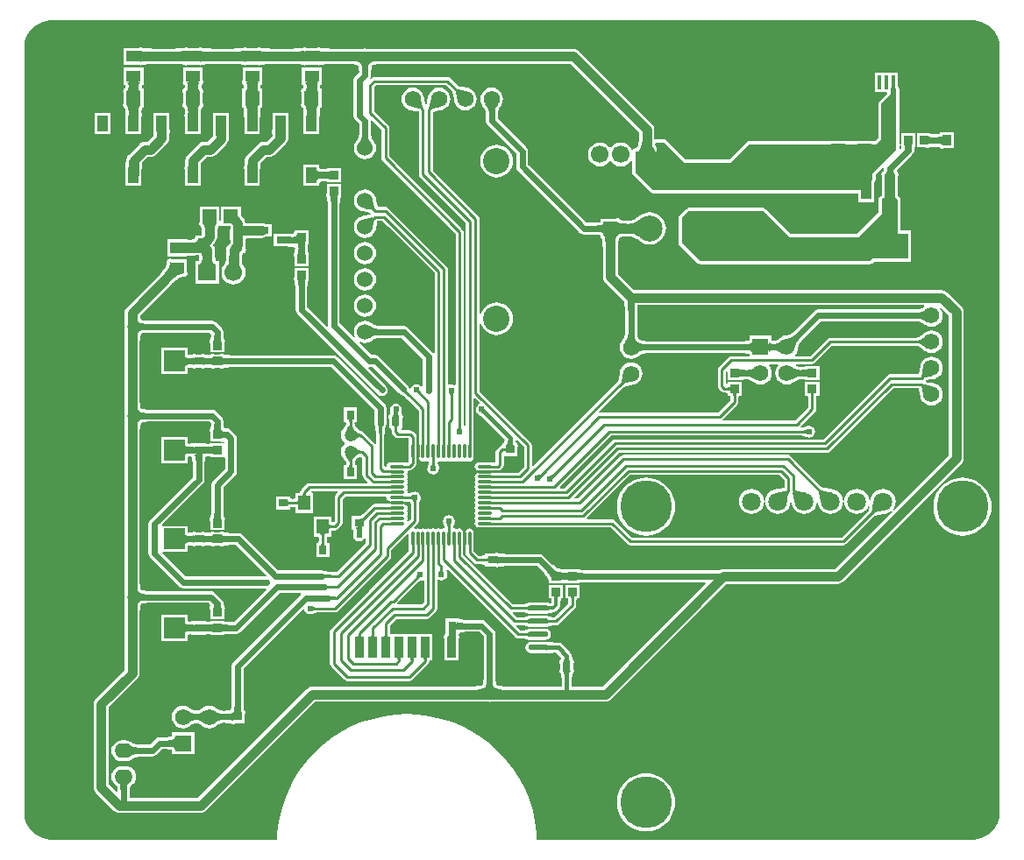
<source format=gtl>
G04*
G04 #@! TF.GenerationSoftware,Altium Limited,Altium Designer,20.2.8 (258)*
G04*
G04 Layer_Physical_Order=1*
G04 Layer_Color=255*
%FSLAX25Y25*%
%MOIN*%
G70*
G04*
G04 #@! TF.SameCoordinates,8B033AF5-0F56-4633-A6EA-0BBE3F1FE994*
G04*
G04*
G04 #@! TF.FilePolarity,Positive*
G04*
G01*
G75*
%ADD10C,0.02400*%
%ADD11C,0.01200*%
%ADD12C,0.01000*%
%ADD18C,0.01800*%
%ADD23R,0.09354X0.06329*%
%ADD24R,0.01575X0.05315*%
%ADD25R,0.08268X0.06299*%
%ADD26R,0.03543X0.07874*%
%ADD27R,0.04800X0.05600*%
%ADD28R,0.03150X0.03543*%
%ADD29O,0.01063X0.05906*%
%ADD30O,0.05906X0.01063*%
%ADD31R,0.03740X0.04528*%
%ADD32R,0.05551X0.05315*%
%ADD33R,0.04921X0.02756*%
%ADD34R,0.03402X0.03175*%
%ADD35R,0.05421X0.04459*%
%ADD36R,0.03937X0.05906*%
%ADD37O,0.07678X0.02238*%
%ADD38R,0.03543X0.03150*%
%ADD39R,0.05315X0.05551*%
%ADD40R,0.03543X0.03937*%
%ADD41R,0.03175X0.03402*%
%ADD42R,0.07874X0.07874*%
%ADD43R,0.04134X0.09705*%
%ADD44R,0.13937X0.09705*%
%ADD83C,0.03600*%
%ADD84C,0.19685*%
%ADD85O,0.05512X0.08268*%
%ADD86C,0.04724*%
%ADD87C,0.06693*%
%ADD88R,0.06693X0.06200*%
%ADD89C,0.07087*%
%ADD90R,0.07087X0.07087*%
%ADD91C,0.06000*%
%ADD92C,0.10000*%
%ADD93O,0.18110X0.07874*%
%ADD94O,0.07874X0.18110*%
%ADD95C,0.06200*%
%ADD96R,0.06200X0.06200*%
%ADD97R,0.06200X0.06200*%
%ADD98O,0.06890X0.05512*%
%ADD99C,0.09843*%
%ADD100C,0.12205*%
%ADD101C,0.02400*%
%ADD102C,0.03600*%
G36*
X364197Y313164D02*
X366112Y312583D01*
X367877Y311639D01*
X369424Y310369D01*
X370694Y308822D01*
X371638Y307057D01*
X372219Y305141D01*
X372366Y303642D01*
X372384Y303150D01*
X372384D01*
Y11811D01*
X372405Y11708D01*
X372219Y9819D01*
X371638Y7904D01*
X370694Y6139D01*
X369424Y4591D01*
X367877Y3322D01*
X366112Y2378D01*
X364197Y1797D01*
X362307Y1611D01*
X362205Y1631D01*
X196475D01*
X196365Y4132D01*
X195802Y8414D01*
X194867Y12631D01*
X193568Y16750D01*
X191915Y20741D01*
X189921Y24572D01*
X187600Y28214D01*
X184971Y31641D01*
X182053Y34826D01*
X178868Y37743D01*
X175442Y40373D01*
X171799Y42694D01*
X167968Y44688D01*
X163977Y46341D01*
X159858Y47640D01*
X155641Y48575D01*
X151359Y49138D01*
X147044Y49327D01*
X142729Y49138D01*
X138446Y48575D01*
X134230Y47640D01*
X130110Y46341D01*
X126120Y44688D01*
X122289Y42694D01*
X118646Y40373D01*
X115219Y37743D01*
X112035Y34826D01*
X109117Y31641D01*
X106488Y28214D01*
X104167Y24572D01*
X102173Y20741D01*
X100520Y16750D01*
X99221Y12631D01*
X98286Y8414D01*
X97722Y4132D01*
X97613Y1631D01*
X11811D01*
X11708Y1611D01*
X9819Y1797D01*
X7904Y2378D01*
X6139Y3322D01*
X4591Y4591D01*
X3322Y6139D01*
X2378Y7904D01*
X1797Y9819D01*
X1611Y11708D01*
X1631Y11811D01*
Y303150D01*
X1611Y303252D01*
X1797Y305141D01*
X2378Y307057D01*
X3322Y308822D01*
X4591Y310369D01*
X6139Y311639D01*
X7904Y312583D01*
X9819Y313164D01*
X11708Y313350D01*
X11811Y313329D01*
X362205D01*
X362307Y313350D01*
X364197Y313164D01*
D02*
G37*
%LPC*%
G36*
X113538Y303173D02*
X113518Y303169D01*
X113497Y303172D01*
X113284Y303122D01*
X113070Y303080D01*
X113052Y303068D01*
X113032Y303063D01*
X112890Y302961D01*
X108789D01*
X108646Y303063D01*
X108626Y303068D01*
X108609Y303080D01*
X108395Y303122D01*
X108182Y303172D01*
X108161Y303169D01*
X108141Y303173D01*
X107926Y303130D01*
X107711Y303095D01*
X107693Y303084D01*
X107673Y303080D01*
X107495Y302961D01*
X107129D01*
Y302881D01*
X105183Y302759D01*
X104533Y302755D01*
X104303Y302708D01*
X104072Y302662D01*
X104069Y302660D01*
X104066Y302659D01*
X103913Y302556D01*
X95167D01*
X95029Y302652D01*
X95017Y302655D01*
X95006Y302662D01*
X94784Y302706D01*
X94563Y302755D01*
X92762Y302792D01*
X91971Y302853D01*
X91950Y302856D01*
Y302961D01*
X91583D01*
X91406Y303080D01*
X91386Y303084D01*
X91368Y303095D01*
X91153Y303130D01*
X90938Y303173D01*
X90918Y303169D01*
X90897Y303172D01*
X90684Y303122D01*
X90470Y303080D01*
X90452Y303068D01*
X90432Y303063D01*
X90290Y302961D01*
X86189D01*
X86046Y303063D01*
X86026Y303068D01*
X86009Y303080D01*
X85795Y303122D01*
X85582Y303172D01*
X85561Y303169D01*
X85541Y303173D01*
X85326Y303130D01*
X85110Y303095D01*
X85093Y303084D01*
X85072Y303080D01*
X84895Y302961D01*
X84529D01*
Y302881D01*
X82583Y302759D01*
X81933Y302755D01*
X81703Y302708D01*
X81472Y302662D01*
X81469Y302660D01*
X81466Y302659D01*
X81313Y302556D01*
X72667D01*
X72529Y302652D01*
X72517Y302655D01*
X72506Y302662D01*
X72284Y302706D01*
X72063Y302755D01*
X70262Y302792D01*
X69471Y302853D01*
X69450Y302856D01*
Y302961D01*
X69083D01*
X68906Y303080D01*
X68886Y303084D01*
X68868Y303095D01*
X68652Y303130D01*
X68438Y303173D01*
X68418Y303169D01*
X68397Y303172D01*
X68184Y303122D01*
X67970Y303080D01*
X67953Y303068D01*
X67932Y303063D01*
X67790Y302961D01*
X63689D01*
X63546Y303063D01*
X63526Y303068D01*
X63509Y303080D01*
X63295Y303122D01*
X63082Y303172D01*
X63061Y303169D01*
X63041Y303173D01*
X62826Y303130D01*
X62611Y303095D01*
X62593Y303084D01*
X62572Y303080D01*
X62395Y302961D01*
X62029D01*
Y302881D01*
X60083Y302759D01*
X59433Y302755D01*
X59203Y302708D01*
X58973Y302662D01*
X58969Y302660D01*
X58966Y302659D01*
X58813Y302556D01*
X50067D01*
X49929Y302652D01*
X49917Y302655D01*
X49906Y302662D01*
X49684Y302706D01*
X49463Y302755D01*
X47662Y302792D01*
X46871Y302853D01*
X46850Y302856D01*
Y302961D01*
X46483D01*
X46306Y303080D01*
X46286Y303084D01*
X46268Y303095D01*
X46053Y303130D01*
X45838Y303173D01*
X45818Y303169D01*
X45797Y303172D01*
X45584Y303122D01*
X45370Y303080D01*
X45353Y303068D01*
X45332Y303063D01*
X45190Y302961D01*
X39429D01*
Y296502D01*
X45190D01*
X45332Y296400D01*
X45353Y296395D01*
X45370Y296384D01*
X45584Y296341D01*
X45797Y296291D01*
X45818Y296295D01*
X45838Y296291D01*
X46053Y296334D01*
X46268Y296369D01*
X46286Y296380D01*
X46306Y296384D01*
X46483Y296502D01*
X46850D01*
Y296583D01*
X48796Y296704D01*
X49446Y296708D01*
X49676Y296756D01*
X49906Y296801D01*
X49909Y296803D01*
X49913Y296804D01*
X50066Y296908D01*
X58811D01*
X58950Y296811D01*
X58962Y296808D01*
X58973Y296801D01*
X59195Y296757D01*
X59416Y296708D01*
X61217Y296672D01*
X62008Y296610D01*
X62029Y296607D01*
Y296502D01*
X62395D01*
X62572Y296384D01*
X62593Y296380D01*
X62611Y296369D01*
X62826Y296334D01*
X63041Y296291D01*
X63061Y296295D01*
X63082Y296291D01*
X63295Y296341D01*
X63509Y296384D01*
X63526Y296395D01*
X63547Y296400D01*
X63689Y296502D01*
X67790D01*
X67932Y296400D01*
X67953Y296395D01*
X67970Y296384D01*
X68184Y296341D01*
X68397Y296291D01*
X68418Y296295D01*
X68438Y296291D01*
X68652Y296334D01*
X68868Y296369D01*
X68886Y296380D01*
X68906Y296384D01*
X69083Y296502D01*
X69450D01*
Y296583D01*
X71396Y296704D01*
X72045Y296708D01*
X72276Y296756D01*
X72506Y296801D01*
X72509Y296803D01*
X72513Y296804D01*
X72666Y296908D01*
X81311D01*
X81450Y296811D01*
X81462Y296808D01*
X81472Y296801D01*
X81695Y296757D01*
X81916Y296708D01*
X83717Y296672D01*
X84508Y296610D01*
X84529Y296607D01*
Y296502D01*
X84895D01*
X85072Y296384D01*
X85093Y296380D01*
X85111Y296369D01*
X85326Y296334D01*
X85541Y296291D01*
X85561Y296295D01*
X85582Y296291D01*
X85794Y296341D01*
X86009Y296384D01*
X86026Y296396D01*
X86046Y296400D01*
X86189Y296502D01*
X90290D01*
X90432Y296400D01*
X90452Y296396D01*
X90470Y296384D01*
X90684Y296341D01*
X90897Y296291D01*
X90918Y296295D01*
X90938Y296291D01*
X91153Y296334D01*
X91368Y296369D01*
X91386Y296380D01*
X91406Y296384D01*
X91583Y296502D01*
X91950D01*
Y296583D01*
X93896Y296704D01*
X94546Y296708D01*
X94775Y296756D01*
X95006Y296801D01*
X95009Y296803D01*
X95013Y296804D01*
X95166Y296908D01*
X103911D01*
X104050Y296811D01*
X104062Y296808D01*
X104072Y296801D01*
X104295Y296757D01*
X104516Y296708D01*
X106317Y296672D01*
X107108Y296610D01*
X107129Y296607D01*
Y296502D01*
X107495D01*
X107673Y296384D01*
X107693Y296380D01*
X107711Y296369D01*
X107926Y296334D01*
X108141Y296291D01*
X108161Y296295D01*
X108182Y296291D01*
X108395Y296341D01*
X108609Y296384D01*
X108626Y296396D01*
X108647Y296400D01*
X108789Y296502D01*
X112890D01*
X113032Y296400D01*
X113052Y296396D01*
X113070Y296384D01*
X113284Y296341D01*
X113497Y296291D01*
X113518Y296295D01*
X113538Y296291D01*
X113752Y296334D01*
X113968Y296369D01*
X113986Y296380D01*
X114006Y296384D01*
X114183Y296502D01*
X114550D01*
Y296583D01*
X116496Y296704D01*
X117146Y296708D01*
X117376Y296756D01*
X117606Y296801D01*
X117609Y296803D01*
X117613Y296804D01*
X117766Y296908D01*
X125684D01*
X125716Y296879D01*
X125778Y296857D01*
X125832Y296818D01*
X126002Y296778D01*
X126166Y296721D01*
X126232Y296724D01*
X126296Y296709D01*
X126930Y296687D01*
X127431Y296628D01*
X127835Y296538D01*
X128141Y296428D01*
X128354Y296312D01*
X128492Y296200D01*
X128580Y296090D01*
X128645Y295961D01*
X128692Y295781D01*
X128697Y295724D01*
X128716Y294766D01*
X128765Y294544D01*
X128809Y294322D01*
X128816Y294311D01*
X128819Y294299D01*
X128896Y294188D01*
Y293509D01*
X127453Y292066D01*
X126967Y291338D01*
X126796Y290479D01*
Y277080D01*
X126967Y276221D01*
X127453Y275493D01*
X128859Y274087D01*
Y270001D01*
X128797Y269917D01*
X128790Y269887D01*
X128772Y269860D01*
X128731Y269656D01*
X128680Y269455D01*
X128671Y269278D01*
X128652Y269145D01*
X128615Y268990D01*
X128559Y268814D01*
X128480Y268618D01*
X128379Y268403D01*
X128259Y268182D01*
X127919Y267646D01*
X127712Y267361D01*
X127669Y267268D01*
X127434Y266961D01*
X127011Y265939D01*
X126866Y264843D01*
X127011Y263746D01*
X127434Y262724D01*
X128107Y261847D01*
X128984Y261174D01*
X130006Y260751D01*
X131102Y260606D01*
X132199Y260751D01*
X133221Y261174D01*
X134098Y261847D01*
X134771Y262724D01*
X135194Y263746D01*
X135339Y264843D01*
X135194Y265939D01*
X134771Y266961D01*
X134535Y267268D01*
X134493Y267361D01*
X134286Y267646D01*
X133945Y268182D01*
X133826Y268403D01*
X133724Y268618D01*
X133646Y268814D01*
X133590Y268990D01*
X133553Y269145D01*
X133533Y269278D01*
X133524Y269455D01*
X133473Y269656D01*
X133433Y269860D01*
X133415Y269887D01*
X133407Y269917D01*
X133345Y270001D01*
Y275016D01*
X133311Y275187D01*
X133772Y275434D01*
X137310Y271896D01*
Y261080D01*
X137426Y260494D01*
X137758Y259998D01*
X165510Y232246D01*
Y174711D01*
X165010Y174443D01*
X164698Y174652D01*
X163839Y174823D01*
X163053Y174666D01*
X162646Y174831D01*
X162553Y174881D01*
Y218795D01*
X162437Y219380D01*
X162105Y219877D01*
X144121Y237861D01*
X144121Y237861D01*
X140021Y241961D01*
X139525Y242292D01*
X138939Y242409D01*
X135878D01*
X135876Y242419D01*
X135865Y242442D01*
X135366Y244879D01*
X135283Y245442D01*
X135246Y245547D01*
X135194Y245939D01*
X134771Y246961D01*
X134098Y247838D01*
X133221Y248511D01*
X132199Y248934D01*
X131102Y249079D01*
X130006Y248934D01*
X128984Y248511D01*
X128107Y247838D01*
X127434Y246961D01*
X127011Y245939D01*
X126866Y244843D01*
X127011Y243746D01*
X127434Y242724D01*
X128107Y241847D01*
X128984Y241174D01*
X130006Y240751D01*
X130392Y240700D01*
X130491Y240664D01*
X132086Y240414D01*
X133080Y240210D01*
X133217Y239931D01*
X133001Y239503D01*
X131066Y239106D01*
X130502Y239023D01*
X130398Y238986D01*
X130006Y238934D01*
X128984Y238511D01*
X128107Y237838D01*
X127434Y236961D01*
X127011Y235939D01*
X126866Y234842D01*
X127011Y233746D01*
X127434Y232724D01*
X128107Y231847D01*
X128984Y231174D01*
X130006Y230751D01*
X131102Y230606D01*
X132199Y230751D01*
X133221Y231174D01*
X134098Y231847D01*
X134771Y232724D01*
X135194Y233746D01*
X135245Y234132D01*
X135281Y234231D01*
X135531Y235826D01*
X135746Y236875D01*
X135797Y237062D01*
X135804Y237082D01*
X137791D01*
X139990Y234883D01*
X139990Y234883D01*
X157526Y217347D01*
Y186917D01*
X157026Y186765D01*
X156825Y187066D01*
X147462Y196429D01*
X146735Y196915D01*
X145876Y197086D01*
X136260D01*
X136177Y197148D01*
X136146Y197155D01*
X136120Y197173D01*
X135916Y197213D01*
X135714Y197265D01*
X135538Y197274D01*
X135405Y197293D01*
X135250Y197330D01*
X135074Y197386D01*
X134878Y197465D01*
X134663Y197566D01*
X134442Y197686D01*
X133906Y198026D01*
X133621Y198233D01*
X133528Y198275D01*
X133221Y198511D01*
X132199Y198934D01*
X131102Y199079D01*
X130006Y198934D01*
X128984Y198511D01*
X128107Y197838D01*
X127434Y196961D01*
X127011Y195939D01*
X126866Y194843D01*
X127011Y193746D01*
X127335Y192964D01*
X126911Y192680D01*
X121483Y198109D01*
Y243972D01*
X121565Y244093D01*
X121566Y244099D01*
X121570Y244105D01*
X121615Y244333D01*
X121663Y244560D01*
X121667Y244991D01*
X121704Y245699D01*
X121730Y245942D01*
X121733Y245961D01*
X121940D01*
Y246305D01*
X121982Y246352D01*
X122011Y246433D01*
X122058Y246505D01*
X122089Y246656D01*
X122140Y246802D01*
X122135Y246888D01*
X122152Y246973D01*
X122122Y247125D01*
X122113Y247279D01*
X122075Y247357D01*
X122058Y247441D01*
X121973Y247570D01*
X121940Y247637D01*
Y251136D01*
X116539D01*
Y247637D01*
X116506Y247570D01*
X116420Y247441D01*
X116403Y247357D01*
X116366Y247279D01*
X116357Y247125D01*
X116327Y246973D01*
X116344Y246888D01*
X116339Y246802D01*
X116390Y246656D01*
X116420Y246505D01*
X116468Y246433D01*
X116497Y246352D01*
X116539Y246305D01*
Y245961D01*
X116745D01*
X116811Y244981D01*
X116816Y244560D01*
X116864Y244333D01*
X116909Y244105D01*
X116913Y244099D01*
X116914Y244093D01*
X116996Y243972D01*
Y197179D01*
X117016Y197083D01*
X116555Y196836D01*
X109157Y204235D01*
Y212027D01*
X109239Y212147D01*
X109240Y212154D01*
X109244Y212159D01*
X109289Y212387D01*
X109337Y212614D01*
X109342Y213046D01*
X109378Y213754D01*
X109404Y213996D01*
X109407Y214016D01*
X109614D01*
Y214359D01*
X109656Y214406D01*
X109685Y214488D01*
X109733Y214559D01*
X109763Y214711D01*
X109814Y214857D01*
X109809Y214943D01*
X109826Y215027D01*
X109795Y215179D01*
X109787Y215334D01*
X109749Y215411D01*
X109733Y215496D01*
X109647Y215624D01*
X109614Y215692D01*
Y219191D01*
X104213D01*
Y215692D01*
X104180Y215624D01*
X104094Y215496D01*
X104077Y215411D01*
X104040Y215334D01*
X104031Y215179D01*
X104001Y215027D01*
X104018Y214943D01*
X104013Y214857D01*
X104064Y214711D01*
X104094Y214559D01*
X104142Y214488D01*
X104171Y214406D01*
X104213Y214359D01*
Y214016D01*
X104419D01*
X104485Y213035D01*
X104490Y212614D01*
X104538Y212387D01*
X104583Y212159D01*
X104587Y212154D01*
X104588Y212147D01*
X104670Y212027D01*
Y203306D01*
X104841Y202447D01*
X105327Y201719D01*
X135953Y171093D01*
X136681Y170607D01*
X137539Y170436D01*
X138398Y170607D01*
X139126Y171093D01*
X139612Y171821D01*
X139783Y172679D01*
X139612Y173538D01*
X139126Y174266D01*
X132296Y181095D01*
X132543Y181556D01*
X132639Y181536D01*
X133910D01*
X143953Y171493D01*
X144681Y171007D01*
X144686Y171006D01*
X144799Y170931D01*
X144910Y170830D01*
X144995Y170799D01*
X145070Y170749D01*
X145218Y170720D01*
X145220Y170719D01*
X145227Y170715D01*
X145285Y170693D01*
X145323Y170674D01*
X145424Y170609D01*
X145547Y170519D01*
X146506Y169671D01*
X146796Y169386D01*
X146991Y169257D01*
X147186Y169127D01*
X147191Y169126D01*
X147195Y169123D01*
X147365Y169091D01*
X151620Y164836D01*
Y152094D01*
X151588Y151933D01*
Y147090D01*
X151707Y146493D01*
X152046Y145986D01*
X152552Y145647D01*
X153150Y145529D01*
X153747Y145647D01*
X154135Y145906D01*
X154521Y145648D01*
X155119Y145529D01*
X155173Y145540D01*
X155224Y145498D01*
X155452Y145161D01*
X155467Y145089D01*
X155463Y145083D01*
X155418Y144869D01*
X155365Y144656D01*
X155363Y144618D01*
X155362Y144617D01*
X155357Y144599D01*
X155345Y144569D01*
X155325Y144527D01*
X155304Y144487D01*
X155202Y144328D01*
X155137Y144241D01*
X155076Y144111D01*
X154995Y143993D01*
X154975Y143897D01*
X154933Y143809D01*
X154926Y143666D01*
X154897Y143526D01*
X154915Y143430D01*
X154910Y143332D01*
X154928Y143284D01*
X154827Y142780D01*
X154998Y141921D01*
X155484Y141193D01*
X156212Y140707D01*
X157070Y140536D01*
X157929Y140707D01*
X158657Y141193D01*
X159143Y141921D01*
X159313Y142780D01*
X159223Y143236D01*
X159242Y143286D01*
X159239Y143384D01*
X159259Y143479D01*
X159233Y143620D01*
X159229Y143763D01*
X159189Y143852D01*
X159171Y143948D01*
X159093Y144068D01*
X159035Y144199D01*
X158972Y144288D01*
X158873Y144449D01*
X158851Y144491D01*
X158831Y144535D01*
X158819Y144568D01*
X158813Y144589D01*
X158811Y144596D01*
X158809Y144639D01*
X158760Y144835D01*
X158724Y145034D01*
X158703Y145066D01*
X158694Y145103D01*
X158880Y145439D01*
X159003Y145540D01*
X159056Y145529D01*
X159653Y145648D01*
X160039Y145906D01*
X160426Y145647D01*
X161024Y145528D01*
X161621Y145647D01*
X162009Y145906D01*
X162395Y145648D01*
X162993Y145529D01*
X163590Y145648D01*
X163976Y145906D01*
X164363Y145647D01*
X164961Y145528D01*
X165558Y145647D01*
X165946Y145906D01*
X166332Y145648D01*
X166930Y145529D01*
X167527Y145648D01*
X167913Y145906D01*
X168300Y145647D01*
X168898Y145528D01*
X169495Y145647D01*
X169883Y145906D01*
X170269Y145648D01*
X170867Y145529D01*
X171464Y145648D01*
X171971Y145986D01*
X172309Y146493D01*
X172428Y147090D01*
Y151933D01*
X172396Y152094D01*
Y169507D01*
X172858Y169698D01*
X174625Y167931D01*
X174471Y167378D01*
X173853Y166966D01*
X173367Y166238D01*
X173196Y165380D01*
X173367Y164521D01*
X173853Y163793D01*
X174282Y163507D01*
X174299Y163486D01*
X174324Y163448D01*
X174339Y163419D01*
X174349Y163411D01*
X174405Y163326D01*
X174446Y163299D01*
X174476Y163261D01*
X174549Y163220D01*
X174940Y162875D01*
X175012Y162804D01*
X175209Y162673D01*
X175405Y162542D01*
X175408Y162542D01*
X175410Y162540D01*
X175570Y162509D01*
X184211Y153869D01*
X184209Y153866D01*
X184165Y153647D01*
X184116Y153429D01*
X184109Y153123D01*
X184090Y152898D01*
X184064Y152739D01*
X184011Y152728D01*
X183955Y152691D01*
X183890Y152670D01*
X183819Y152610D01*
X183468D01*
Y152253D01*
X183445Y152210D01*
X183349Y152066D01*
X183336Y152000D01*
X183305Y151939D01*
X183290Y151767D01*
X183281Y151720D01*
X183230Y151709D01*
X183011Y151665D01*
X182998Y151656D01*
X182982Y151653D01*
X182800Y151524D01*
X182615Y151400D01*
X182606Y151387D01*
X182592Y151377D01*
X182584Y151364D01*
X182213Y151117D01*
X181258Y150161D01*
X180926Y149665D01*
X180810Y149080D01*
Y145136D01*
X179354D01*
X179192Y145168D01*
X174350D01*
X173752Y145049D01*
X173246Y144711D01*
X172907Y144204D01*
X172788Y143607D01*
X172907Y143009D01*
X173246Y142503D01*
X173752Y142164D01*
X174350Y142045D01*
X179192D01*
X179354Y142077D01*
X181754D01*
X182339Y142194D01*
X182835Y142525D01*
X183421Y143111D01*
X183752Y143607D01*
X183869Y144193D01*
Y147460D01*
X189011D01*
Y150937D01*
X189071Y151009D01*
X189092Y151073D01*
X189129Y151130D01*
X189163Y151299D01*
X189215Y151464D01*
X189209Y151531D01*
X189223Y151598D01*
X189189Y151767D01*
X189174Y151939D01*
X189143Y152000D01*
X189129Y152066D01*
X189033Y152210D01*
X189011Y152253D01*
Y152610D01*
X188660D01*
X188588Y152670D01*
X188524Y152691D01*
X188467Y152728D01*
X188415Y152739D01*
X188389Y152898D01*
X188370Y153123D01*
X188363Y153429D01*
X188346Y153503D01*
X188801Y153754D01*
X188802Y153754D01*
X191510Y151046D01*
Y143313D01*
X189396Y141199D01*
X179354D01*
X179192Y141231D01*
X174350D01*
X173752Y141112D01*
X173246Y140774D01*
X172907Y140267D01*
X172788Y139670D01*
X172907Y139072D01*
X173166Y138685D01*
X172907Y138298D01*
X172788Y137700D01*
X172907Y137103D01*
X173165Y136716D01*
X172907Y136330D01*
X172788Y135733D01*
X172907Y135135D01*
X173166Y134748D01*
X172907Y134361D01*
X172788Y133763D01*
X172907Y133166D01*
X173165Y132780D01*
X172907Y132393D01*
X172788Y131796D01*
X172907Y131198D01*
X173166Y130811D01*
X172907Y130424D01*
X172788Y129826D01*
X172907Y129229D01*
X173165Y128843D01*
X172907Y128456D01*
X172788Y127859D01*
X172907Y127261D01*
X173166Y126874D01*
X172907Y126487D01*
X172788Y125889D01*
X172907Y125292D01*
X173165Y124906D01*
X172907Y124519D01*
X172788Y123922D01*
X172907Y123324D01*
X173166Y122937D01*
X172907Y122550D01*
X172788Y121952D01*
X172907Y121355D01*
X173246Y120848D01*
X173752Y120510D01*
X174350Y120391D01*
X179192D01*
X179354Y120423D01*
X224433D01*
X230858Y113998D01*
X231354Y113667D01*
X231939Y113550D01*
X312894D01*
X313479Y113667D01*
X313976Y113998D01*
X324754Y124776D01*
X324818Y124802D01*
X324948Y124827D01*
X324984Y124852D01*
X328084Y125474D01*
X328785Y125576D01*
X328890Y125613D01*
X329348Y125674D01*
X330502Y126152D01*
X331116Y126623D01*
X331398Y126524D01*
X331591Y126357D01*
X331587Y126321D01*
X309870Y104604D01*
X267320D01*
X266589Y104508D01*
X265908Y104225D01*
X265729Y104088D01*
X214593D01*
X214479Y104167D01*
X214468Y104169D01*
X214459Y104175D01*
X214236Y104220D01*
X214012Y104268D01*
X213179Y104283D01*
X212603Y104322D01*
Y104433D01*
X212244D01*
X212135Y104516D01*
X212094Y104527D01*
X212059Y104551D01*
X211865Y104590D01*
X211675Y104641D01*
X211633Y104636D01*
X211591Y104644D01*
X211397Y104605D01*
X211201Y104580D01*
X211164Y104559D01*
X211123Y104551D01*
X210959Y104441D01*
X210944Y104433D01*
X208861D01*
X208846Y104441D01*
X208682Y104551D01*
X208640Y104559D01*
X208604Y104580D01*
X208407Y104605D01*
X208214Y104644D01*
X208172Y104636D01*
X208130Y104641D01*
X207939Y104590D01*
X207745Y104551D01*
X207710Y104527D01*
X207669Y104516D01*
X207667Y104515D01*
X207202Y104433D01*
D01*
X206989Y104414D01*
X206503Y104433D01*
D01*
X206037Y104515D01*
X206035Y104516D01*
X206025Y104519D01*
X206016Y104526D01*
X206006Y104528D01*
X205998Y104534D01*
X205977Y104539D01*
X205959Y104551D01*
X205765Y104590D01*
X205575Y104641D01*
X205564Y104640D01*
X205553Y104643D01*
X205278Y104656D01*
X205060Y104689D01*
X204835Y104746D01*
X204600Y104829D01*
X204355Y104939D01*
X204099Y105081D01*
X203833Y105255D01*
X203557Y105462D01*
X203271Y105705D01*
X202957Y106005D01*
X202768Y106124D01*
X202582Y106248D01*
X202566Y106251D01*
X202553Y106260D01*
X202425Y106282D01*
X199096Y109610D01*
X198369Y110096D01*
X197510Y110267D01*
X184301D01*
X184186Y110346D01*
X184176Y110349D01*
X184167Y110354D01*
X183943Y110399D01*
X183720Y110447D01*
X182885Y110461D01*
X182311Y110499D01*
Y110599D01*
X181950D01*
X181832Y110688D01*
X181797Y110697D01*
X181767Y110717D01*
X181567Y110757D01*
X181369Y110808D01*
X181334Y110803D01*
X181299Y110810D01*
X181099Y110770D01*
X180897Y110742D01*
X180866Y110724D01*
X180831Y110717D01*
X180661Y110604D01*
X180653Y110599D01*
X176768D01*
Y109771D01*
X176445Y109751D01*
X176039Y109748D01*
X175810Y109700D01*
X175580Y109654D01*
X175576Y109652D01*
X175571Y109651D01*
X175428Y109553D01*
X174228D01*
X172396Y111386D01*
Y113465D01*
X172428Y113627D01*
Y118469D01*
X172309Y119067D01*
X171970Y119573D01*
X171464Y119912D01*
X170866Y120030D01*
X170268Y119912D01*
X169762Y119573D01*
X169423Y119067D01*
X169305Y118469D01*
Y113627D01*
X169337Y113465D01*
Y110753D01*
X169453Y110168D01*
X169785Y109671D01*
X172513Y106943D01*
X173010Y106611D01*
X173595Y106495D01*
X175428D01*
X175571Y106397D01*
X175576Y106396D01*
X175580Y106394D01*
X175810Y106348D01*
X176039Y106301D01*
X176460Y106297D01*
X176768Y106286D01*
Y105449D01*
X180653D01*
X180661Y105444D01*
X180831Y105331D01*
X180866Y105324D01*
X180897Y105306D01*
X181099Y105278D01*
X181299Y105238D01*
X181334Y105245D01*
X181369Y105240D01*
X181567Y105291D01*
X181767Y105331D01*
X181797Y105351D01*
X181832Y105360D01*
X181950Y105449D01*
X182311D01*
Y105534D01*
X183288Y105597D01*
X183709Y105601D01*
X183938Y105648D01*
X184167Y105694D01*
X184171Y105696D01*
X184176Y105697D01*
X184299Y105781D01*
X184516D01*
X184739Y105736D01*
X184963Y105781D01*
X196581D01*
X199253Y103109D01*
X199276Y102977D01*
X199284Y102966D01*
X199286Y102952D01*
X199411Y102765D01*
X199532Y102575D01*
X199835Y102259D01*
X200082Y101974D01*
X200293Y101702D01*
X200469Y101445D01*
X200611Y101205D01*
X200720Y100982D01*
X200798Y100778D01*
X200850Y100592D01*
X200879Y100424D01*
X200892Y100199D01*
X200938Y100022D01*
X200968Y99841D01*
X200998Y99792D01*
X201012Y99737D01*
X201102Y99618D01*
Y99257D01*
X201465D01*
X201606Y99156D01*
X201662Y99143D01*
X201711Y99114D01*
X201893Y99089D01*
X202071Y99047D01*
X202128Y99056D01*
X202184Y99048D01*
X202361Y99094D01*
X202542Y99124D01*
X202591Y99154D01*
X202646Y99168D01*
X202765Y99257D01*
X204844D01*
X204859Y99249D01*
X205023Y99139D01*
X205064Y99131D01*
X205101Y99110D01*
X205297Y99085D01*
X205491Y99046D01*
X205533Y99054D01*
X205575Y99049D01*
X205765Y99101D01*
X205959Y99139D01*
X205995Y99163D01*
X206035Y99174D01*
X206037Y99175D01*
X206503Y99257D01*
D01*
X206715Y99276D01*
X207202Y99257D01*
D01*
X207667Y99175D01*
X207669Y99174D01*
X207710Y99163D01*
X207745Y99139D01*
X207939Y99101D01*
X208130Y99049D01*
X208172Y99054D01*
X208214Y99046D01*
X208407Y99085D01*
X208604Y99110D01*
X208640Y99131D01*
X208682Y99139D01*
X208846Y99249D01*
X208861Y99257D01*
X210944D01*
X210959Y99249D01*
X211123Y99139D01*
X211164Y99131D01*
X211201Y99110D01*
X211397Y99085D01*
X211591Y99046D01*
X211633Y99054D01*
X211675Y99049D01*
X211865Y99101D01*
X212059Y99139D01*
X212094Y99163D01*
X212135Y99174D01*
X212244Y99257D01*
X212603D01*
Y99353D01*
X213581Y99418D01*
X214001Y99422D01*
X214230Y99469D01*
X214459Y99515D01*
X214464Y99518D01*
X214469Y99519D01*
X214591Y99602D01*
X260495D01*
X260687Y99140D01*
X221351Y59804D01*
X209729D01*
Y63310D01*
X209812Y63430D01*
X209815Y63442D01*
X209822Y63452D01*
X209866Y63674D01*
X209915Y63896D01*
X209921Y64210D01*
X209936Y64454D01*
X209960Y64644D01*
X209963Y64662D01*
X209978Y64667D01*
X210023Y64708D01*
X210366D01*
Y65055D01*
X210399Y65124D01*
X210485Y65252D01*
X210502Y65338D01*
X210539Y65416D01*
X210548Y65570D01*
X210578Y65720D01*
X210561Y65806D01*
X210565Y65893D01*
X210514Y66038D01*
X210485Y66188D01*
X210436Y66261D01*
X210407Y66343D01*
X210366Y66389D01*
Y68570D01*
X210407Y68616D01*
X210436Y68698D01*
X210485Y68771D01*
X210514Y68921D01*
X210565Y69066D01*
X210561Y69153D01*
X210578Y69239D01*
X210548Y69390D01*
X210539Y69543D01*
X210502Y69622D01*
X210485Y69707D01*
X210399Y69835D01*
X210366Y69904D01*
Y70251D01*
X210023D01*
X209978Y70292D01*
X209963Y70297D01*
X209920Y70765D01*
X209915Y71063D01*
X209866Y71285D01*
X209822Y71507D01*
X209815Y71517D01*
X209812Y71529D01*
X209695Y71698D01*
X209581Y72269D01*
X209161Y72897D01*
X206009Y76049D01*
X205381Y76469D01*
X204639Y76617D01*
X202728D01*
X202606Y76702D01*
X202595Y76704D01*
X202586Y76710D01*
X202362Y76754D01*
X202139Y76803D01*
X201246Y76819D01*
X200821Y76844D01*
X200512Y76878D01*
X200437Y76892D01*
X200404Y76900D01*
X200358Y76916D01*
X200158Y76942D01*
X199961Y76982D01*
X199923Y76974D01*
X199884Y76979D01*
X199690Y76928D01*
X199493Y76888D01*
X199461Y76867D01*
X199423Y76857D01*
X199401Y76840D01*
X194232D01*
X193405Y76675D01*
X192705Y76207D01*
X192236Y75506D01*
X192072Y74679D01*
X192236Y73853D01*
X192705Y73152D01*
X193405Y72684D01*
X194232Y72519D01*
X199401D01*
X199423Y72502D01*
X199461Y72492D01*
X199493Y72471D01*
X199690Y72432D01*
X199884Y72380D01*
X199923Y72385D01*
X199961Y72378D01*
X200158Y72417D01*
X200358Y72443D01*
X200404Y72459D01*
X200437Y72467D01*
X200480Y72475D01*
X201825Y72554D01*
X202124Y72556D01*
X202355Y72603D01*
X202586Y72649D01*
X202589Y72651D01*
X202592Y72652D01*
X202726Y72742D01*
X203837D01*
X205665Y70914D01*
X205662Y70749D01*
X205646Y70505D01*
X205623Y70315D01*
X205619Y70297D01*
X205605Y70292D01*
X205560Y70251D01*
X205217D01*
Y69904D01*
X205183Y69835D01*
X205098Y69707D01*
X205081Y69622D01*
X205043Y69543D01*
X205035Y69390D01*
X205005Y69239D01*
X205022Y69153D01*
X205017Y69066D01*
X205068Y68921D01*
X205098Y68771D01*
X205147Y68698D01*
X205176Y68616D01*
X205217Y68570D01*
Y66389D01*
X205176Y66343D01*
X205147Y66261D01*
X205098Y66188D01*
X205068Y66038D01*
X205017Y65893D01*
X205022Y65806D01*
X205005Y65720D01*
X205035Y65570D01*
X205043Y65416D01*
X205081Y65338D01*
X205098Y65252D01*
X205183Y65124D01*
X205217Y65055D01*
Y64708D01*
X205560D01*
X205605Y64667D01*
X205619Y64662D01*
X205662Y64194D01*
X205668Y63896D01*
X205717Y63674D01*
X205761Y63452D01*
X205768Y63442D01*
X205770Y63430D01*
X205854Y63310D01*
Y59804D01*
X183895D01*
X183863Y59832D01*
X183800Y59854D01*
X183747Y59893D01*
X183577Y59933D01*
X183412Y59991D01*
X183346Y59987D01*
X183282Y60002D01*
X182648Y60024D01*
X182148Y60083D01*
X181744Y60173D01*
X181438Y60283D01*
X181225Y60400D01*
X181087Y60511D01*
X180998Y60621D01*
X180934Y60750D01*
X180886Y60930D01*
X180882Y60988D01*
X180863Y61946D01*
X180814Y62167D01*
X180770Y62389D01*
X180763Y62400D01*
X180760Y62412D01*
X180683Y62523D01*
Y79979D01*
X180512Y80838D01*
X180025Y81566D01*
X177074Y84518D01*
X176346Y85004D01*
X175487Y85175D01*
X168884D01*
X168766Y85256D01*
X168758Y85258D01*
X168752Y85262D01*
X168525Y85307D01*
X168299Y85355D01*
X167871Y85360D01*
X167172Y85401D01*
X166939Y85430D01*
X166896Y85438D01*
Y85703D01*
X166561D01*
X166537Y85725D01*
X166439Y85763D01*
X166352Y85821D01*
X166218Y85848D01*
X166092Y85897D01*
X165987Y85894D01*
X165884Y85915D01*
X165750Y85888D01*
X165614Y85885D01*
X165518Y85842D01*
X165416Y85821D01*
X165302Y85746D01*
X165206Y85703D01*
X161746D01*
Y81818D01*
X161741Y81810D01*
X161628Y81640D01*
X161621Y81605D01*
X161603Y81574D01*
X161574Y81372D01*
X161535Y81172D01*
X161541Y81137D01*
X161537Y81101D01*
X161588Y80904D01*
X161628Y80704D01*
X161648Y80674D01*
X161656Y80639D01*
X161746Y80160D01*
X161583Y79859D01*
X161493Y79751D01*
X161257D01*
Y79406D01*
X161222Y79333D01*
X161139Y79208D01*
X161121Y79119D01*
X161082Y79037D01*
X161075Y78887D01*
X161046Y78740D01*
X161063Y78651D01*
X161059Y78560D01*
X161109Y78419D01*
X161139Y78271D01*
X161189Y78196D01*
X161220Y78110D01*
X161257Y78069D01*
Y69877D01*
X166800D01*
Y78090D01*
X166895Y78217D01*
X166902Y78246D01*
X166919Y78271D01*
X166960Y78477D01*
X167010Y78680D01*
X167006Y78710D01*
X167012Y78740D01*
X166971Y78945D01*
X166940Y79153D01*
X166925Y79178D01*
X166919Y79208D01*
X166830Y79341D01*
X166811Y79660D01*
X166896Y80160D01*
X167273Y80456D01*
X167883Y80503D01*
X168299Y80508D01*
X168525Y80556D01*
X168752Y80601D01*
X168758Y80605D01*
X168766Y80607D01*
X168884Y80688D01*
X174558D01*
X176196Y79050D01*
Y62521D01*
X176113Y62399D01*
X176112Y62394D01*
X176109Y62389D01*
X176063Y62160D01*
X176016Y61932D01*
X176009Y61141D01*
X175992Y60930D01*
X175945Y60750D01*
X175880Y60621D01*
X175792Y60511D01*
X175654Y60400D01*
X175441Y60283D01*
X175135Y60173D01*
X174731Y60083D01*
X174230Y60024D01*
X173597Y60002D01*
X173532Y59987D01*
X173466Y59991D01*
X173302Y59933D01*
X173132Y59893D01*
X173078Y59854D01*
X173016Y59832D01*
X172984Y59804D01*
X110939D01*
X110208Y59707D01*
X109527Y59425D01*
X108942Y58977D01*
X67370Y17404D01*
X41614D01*
Y19882D01*
X41691Y19992D01*
X41694Y20005D01*
X41701Y20016D01*
X41745Y20238D01*
X41794Y20458D01*
X41805Y20992D01*
X41836Y21429D01*
X41884Y21789D01*
X41944Y22064D01*
X41953Y22094D01*
X42055Y22136D01*
X42881Y22770D01*
X43515Y23596D01*
X43914Y24558D01*
X44050Y25591D01*
X43914Y26624D01*
X43515Y27586D01*
X42881Y28413D01*
X42055Y29047D01*
X41092Y29445D01*
X40060Y29581D01*
X38682D01*
X37649Y29445D01*
X36687Y29047D01*
X35860Y28413D01*
X35226Y27586D01*
X34827Y26624D01*
X34691Y25591D01*
X34827Y24558D01*
X35226Y23596D01*
X35860Y22770D01*
X36687Y22136D01*
X36788Y22094D01*
X36797Y22064D01*
X36853Y21808D01*
X36936Y20975D01*
X36947Y20458D01*
X36996Y20238D01*
X37040Y20016D01*
X36991Y19929D01*
X36821Y19866D01*
X36340Y19873D01*
X33564Y22649D01*
Y52010D01*
X44536Y62983D01*
X44985Y63567D01*
X45267Y64249D01*
X45364Y64979D01*
Y88524D01*
X45392Y88556D01*
X45414Y88618D01*
X45453Y88672D01*
X45493Y88842D01*
X45551Y89007D01*
X45547Y89072D01*
X45562Y89137D01*
X45584Y89771D01*
X45643Y90271D01*
X45733Y90675D01*
X45843Y90981D01*
X45959Y91194D01*
X46071Y91332D01*
X46181Y91421D01*
X46310Y91485D01*
X46490Y91532D01*
X46547Y91537D01*
X47506Y91556D01*
X47727Y91605D01*
X47949Y91649D01*
X47960Y91656D01*
X47972Y91659D01*
X48083Y91736D01*
X71510D01*
X72124Y91122D01*
X72239Y90670D01*
X72170Y90200D01*
X72120Y90126D01*
X72091Y89977D01*
X72040Y89834D01*
X72044Y89745D01*
X72027Y89658D01*
X72057Y89509D01*
X72064Y89357D01*
X72103Y89277D01*
X72120Y89189D01*
X72204Y89063D01*
X72239Y88992D01*
Y85495D01*
X77640D01*
Y88980D01*
X77662Y89003D01*
X77700Y89101D01*
X77759Y89189D01*
X77785Y89322D01*
X77834Y89448D01*
X77831Y89554D01*
X77852Y89658D01*
X77825Y89790D01*
X77822Y89925D01*
X77779Y90022D01*
X77759Y90126D01*
X77683Y90238D01*
X77640Y90336D01*
Y90670D01*
X77328D01*
X77317Y90740D01*
X77277Y91263D01*
X77272Y91590D01*
X77223Y91814D01*
X77179Y92039D01*
X77173Y92047D01*
X77171Y92057D01*
X77041Y92245D01*
X76922Y92423D01*
X76921Y92429D01*
X76434Y93157D01*
X74025Y95566D01*
X73298Y96052D01*
X72439Y96223D01*
X48081D01*
X47959Y96306D01*
X47954Y96307D01*
X47949Y96310D01*
X47720Y96355D01*
X47492Y96403D01*
X46701Y96410D01*
X46490Y96426D01*
X46310Y96474D01*
X46181Y96539D01*
X46071Y96627D01*
X45959Y96765D01*
X45843Y96978D01*
X45733Y97284D01*
X45643Y97688D01*
X45584Y98189D01*
X45562Y98822D01*
X45547Y98887D01*
X45551Y98953D01*
X45493Y99117D01*
X45453Y99287D01*
X45414Y99341D01*
X45392Y99403D01*
X45364Y99435D01*
Y157487D01*
X45392Y157519D01*
X45414Y157581D01*
X45453Y157635D01*
X45493Y157805D01*
X45551Y157969D01*
X45547Y158035D01*
X45562Y158100D01*
X45584Y158733D01*
X45643Y159234D01*
X45733Y159638D01*
X45843Y159944D01*
X45959Y160157D01*
X46071Y160295D01*
X46181Y160383D01*
X46310Y160448D01*
X46490Y160495D01*
X46547Y160500D01*
X47506Y160519D01*
X47727Y160568D01*
X47949Y160612D01*
X47960Y160619D01*
X47972Y160622D01*
X48083Y160699D01*
X72010D01*
X72593Y160117D01*
X72564Y159972D01*
X72516Y159745D01*
X72511Y159313D01*
X72475Y158606D01*
X72449Y158363D01*
X72445Y158344D01*
X72239D01*
Y158000D01*
X72197Y157953D01*
X72168Y157871D01*
X72120Y157800D01*
X72090Y157648D01*
X72039Y157502D01*
X72044Y157416D01*
X72027Y157332D01*
X72057Y157180D01*
X72066Y157026D01*
X72103Y156948D01*
X72120Y156863D01*
X72206Y156735D01*
X72239Y156667D01*
Y153168D01*
X75983D01*
X76160Y153050D01*
X76182Y153046D01*
X76201Y153034D01*
X76415Y152999D01*
X76628Y152957D01*
X76650Y152961D01*
X76673Y152958D01*
X76884Y153008D01*
X77096Y153050D01*
X77115Y153063D01*
X77137Y153068D01*
X77183Y153101D01*
X77444Y153066D01*
X77689Y152588D01*
X77585Y152413D01*
X77396Y152413D01*
X73898D01*
X73883Y152421D01*
X73719Y152531D01*
X73677Y152539D01*
X73641Y152560D01*
X73444Y152585D01*
X73251Y152624D01*
X73209Y152616D01*
X73167Y152621D01*
X72976Y152570D01*
X72782Y152531D01*
X72747Y152507D01*
X72706Y152496D01*
X72598Y152413D01*
X72239D01*
Y152318D01*
X71373Y152260D01*
X71186Y152263D01*
X70611Y152301D01*
Y152410D01*
X70252D01*
X70141Y152495D01*
X70101Y152506D01*
X70067Y152528D01*
X69872Y152567D01*
X69680Y152619D01*
X69639Y152613D01*
X69599Y152621D01*
X69404Y152583D01*
X69206Y152557D01*
X69171Y152536D01*
X69131Y152528D01*
X68965Y152418D01*
X68952Y152410D01*
X66727D01*
X66713Y152418D01*
X66548Y152528D01*
X66508Y152536D01*
X66472Y152557D01*
X66275Y152583D01*
X66080Y152621D01*
X66040Y152613D01*
X65999Y152619D01*
X65807Y152567D01*
X65611Y152528D01*
X65578Y152506D01*
X65538Y152495D01*
X65427Y152410D01*
X65068D01*
Y152317D01*
X64413Y152273D01*
X64250Y152288D01*
X63993Y152330D01*
X63811Y152379D01*
X63754Y152402D01*
X63717Y152521D01*
X63683Y152693D01*
X63647Y152747D01*
X63627Y152810D01*
X63576Y152871D01*
Y154794D01*
X53702D01*
Y144920D01*
X63576D01*
Y146780D01*
X63627Y146841D01*
X63647Y146903D01*
X63683Y146957D01*
X63717Y147129D01*
X63754Y147248D01*
X63811Y147271D01*
X63993Y147320D01*
X64250Y147362D01*
X64523Y147386D01*
X65068Y147352D01*
Y147260D01*
X65333D01*
X65335Y147246D01*
X65411Y146273D01*
X65416Y145857D01*
X65464Y145631D01*
X65509Y145404D01*
X65513Y145398D01*
X65515Y145390D01*
X65596Y145272D01*
Y139509D01*
X49353Y123266D01*
X48867Y122538D01*
X48696Y121679D01*
Y110580D01*
X48867Y109721D01*
X49353Y108993D01*
X60453Y97893D01*
X61181Y97407D01*
X62039Y97236D01*
X93317D01*
X93524Y96736D01*
X81182Y84394D01*
X79630D01*
X79516Y84473D01*
X79505Y84475D01*
X79496Y84481D01*
X79273Y84526D01*
X79049Y84574D01*
X78216Y84589D01*
X77640Y84627D01*
Y84739D01*
X77281D01*
X77172Y84822D01*
X77132Y84834D01*
X77096Y84857D01*
X76902Y84895D01*
X76712Y84947D01*
X76670Y84942D01*
X76628Y84950D01*
X76434Y84912D01*
X76238Y84886D01*
X76201Y84865D01*
X76160Y84857D01*
X75996Y84747D01*
X75981Y84739D01*
X73898D01*
X73883Y84747D01*
X73719Y84857D01*
X73677Y84865D01*
X73641Y84886D01*
X73444Y84912D01*
X73251Y84950D01*
X73209Y84942D01*
X73167Y84947D01*
X72976Y84895D01*
X72782Y84857D01*
X72747Y84834D01*
X72706Y84822D01*
X72598Y84739D01*
X72239D01*
Y84644D01*
X71373Y84585D01*
X71186Y84589D01*
X70611Y84627D01*
Y84736D01*
X70252D01*
X70141Y84821D01*
X70101Y84832D01*
X70067Y84854D01*
X69872Y84893D01*
X69680Y84945D01*
X69639Y84939D01*
X69599Y84947D01*
X69404Y84908D01*
X69206Y84883D01*
X69171Y84862D01*
X69131Y84854D01*
X68965Y84744D01*
X68952Y84736D01*
X66727D01*
X66713Y84744D01*
X66548Y84854D01*
X66508Y84862D01*
X66472Y84883D01*
X66275Y84908D01*
X66080Y84947D01*
X66040Y84939D01*
X65999Y84945D01*
X65807Y84893D01*
X65611Y84854D01*
X65578Y84832D01*
X65538Y84821D01*
X65427Y84736D01*
X65068D01*
Y84643D01*
X64413Y84599D01*
X64250Y84614D01*
X63993Y84656D01*
X63811Y84705D01*
X63754Y84728D01*
X63717Y84847D01*
X63683Y85019D01*
X63647Y85073D01*
X63627Y85136D01*
X63576Y85197D01*
Y87054D01*
X53702D01*
Y77180D01*
X63576D01*
Y79105D01*
X63627Y79167D01*
X63647Y79229D01*
X63683Y79283D01*
X63717Y79455D01*
X63754Y79574D01*
X63811Y79597D01*
X63993Y79646D01*
X64250Y79688D01*
X64523Y79712D01*
X65068Y79678D01*
Y79586D01*
X65430D01*
X65557Y79492D01*
X65586Y79485D01*
X65611Y79468D01*
X65817Y79427D01*
X66020Y79376D01*
X66050Y79381D01*
X66080Y79375D01*
X66285Y79416D01*
X66492Y79446D01*
X66518Y79462D01*
X66548Y79468D01*
X66722Y79584D01*
X66725Y79586D01*
X68953D01*
X68957Y79584D01*
X69131Y79468D01*
X69161Y79462D01*
X69187Y79446D01*
X69394Y79416D01*
X69599Y79375D01*
X69629Y79381D01*
X69659Y79376D01*
X69862Y79427D01*
X70067Y79468D01*
X70092Y79485D01*
X70122Y79492D01*
X70249Y79586D01*
X70611D01*
Y79663D01*
X71465Y79717D01*
X71663Y79713D01*
X72239Y79675D01*
Y79563D01*
X72598D01*
X72706Y79480D01*
X72747Y79469D01*
X72782Y79445D01*
X72976Y79406D01*
X73167Y79355D01*
X73209Y79360D01*
X73251Y79352D01*
X73444Y79391D01*
X73641Y79416D01*
X73677Y79437D01*
X73719Y79445D01*
X73883Y79555D01*
X73898Y79563D01*
X75981D01*
X75996Y79555D01*
X76160Y79445D01*
X76201Y79437D01*
X76238Y79416D01*
X76434Y79391D01*
X76628Y79352D01*
X76670Y79360D01*
X76712Y79355D01*
X76902Y79406D01*
X77096Y79445D01*
X77132Y79469D01*
X77172Y79480D01*
X77281Y79563D01*
X77640D01*
Y79659D01*
X78618Y79724D01*
X79038Y79728D01*
X79267Y79775D01*
X79496Y79821D01*
X79501Y79823D01*
X79506Y79825D01*
X79628Y79908D01*
X82111D01*
X82969Y80079D01*
X83697Y80565D01*
X98568Y95436D01*
X106641D01*
X106824Y94936D01*
X81053Y69166D01*
X80567Y68438D01*
X80396Y67580D01*
Y52899D01*
X80315Y52780D01*
X80313Y52772D01*
X80309Y52766D01*
X80264Y52539D01*
X80216Y52313D01*
X80211Y51885D01*
X80170Y51186D01*
X80141Y50953D01*
X80133Y50910D01*
X79868D01*
Y50814D01*
X78890Y50748D01*
X78470Y50744D01*
X78241Y50697D01*
X78012Y50651D01*
X78007Y50649D01*
X78002Y50647D01*
X77880Y50564D01*
X77251D01*
X77170Y50625D01*
X77135Y50634D01*
X77104Y50654D01*
X76904Y50692D01*
X76707Y50743D01*
X76531Y50752D01*
X76397Y50773D01*
X76237Y50812D01*
X76052Y50873D01*
X75845Y50958D01*
X75616Y51067D01*
X75379Y51197D01*
X74806Y51563D01*
X74499Y51784D01*
X74407Y51826D01*
X74098Y52063D01*
X73052Y52496D01*
X71929Y52644D01*
X70807Y52496D01*
X69761Y52063D01*
X69451Y51826D01*
X69359Y51784D01*
X69052Y51563D01*
X68480Y51197D01*
X68242Y51067D01*
X68014Y50958D01*
X67806Y50873D01*
X67622Y50812D01*
X67462Y50773D01*
X67327Y50752D01*
X67151Y50743D01*
X66954Y50692D01*
X66929Y50688D01*
X66904Y50692D01*
X66707Y50743D01*
X66531Y50752D01*
X66397Y50773D01*
X66237Y50812D01*
X66052Y50873D01*
X65845Y50958D01*
X65616Y51067D01*
X65379Y51197D01*
X64806Y51563D01*
X64499Y51784D01*
X64407Y51826D01*
X64098Y52063D01*
X63052Y52496D01*
X61929Y52644D01*
X60807Y52496D01*
X59761Y52063D01*
X58862Y51374D01*
X58173Y50476D01*
X57740Y49430D01*
X57592Y48307D01*
X57740Y47185D01*
X58173Y46139D01*
X58862Y45240D01*
X59761Y44551D01*
X60807Y44118D01*
X61929Y43970D01*
X63052Y44118D01*
X64098Y44551D01*
X64426Y44803D01*
X64522Y44848D01*
X64828Y45071D01*
X65400Y45441D01*
X65636Y45572D01*
X65864Y45683D01*
X66071Y45768D01*
X66254Y45830D01*
X66412Y45869D01*
X66545Y45890D01*
X66720Y45899D01*
X66922Y45951D01*
X66929Y45953D01*
X66936Y45951D01*
X67138Y45899D01*
X67313Y45890D01*
X67446Y45869D01*
X67604Y45830D01*
X67788Y45768D01*
X67994Y45683D01*
X68222Y45572D01*
X68458Y45441D01*
X69030Y45071D01*
X69336Y44848D01*
X69432Y44803D01*
X69761Y44551D01*
X70807Y44118D01*
X71929Y43970D01*
X73052Y44118D01*
X74098Y44551D01*
X74426Y44803D01*
X74522Y44848D01*
X74828Y45071D01*
X75400Y45441D01*
X75636Y45572D01*
X75864Y45683D01*
X76071Y45768D01*
X76254Y45830D01*
X76412Y45869D01*
X76545Y45890D01*
X76720Y45899D01*
X76922Y45951D01*
X77127Y45993D01*
X77153Y46010D01*
X77182Y46018D01*
X77263Y46078D01*
X77878D01*
X77993Y45998D01*
X78003Y45996D01*
X78012Y45991D01*
X78236Y45946D01*
X78460Y45898D01*
X79296Y45884D01*
X79868Y45849D01*
Y45760D01*
X80230D01*
X80361Y45664D01*
X80388Y45658D01*
X80411Y45642D01*
X80619Y45601D01*
X80824Y45550D01*
X80852Y45554D01*
X80880Y45549D01*
X81087Y45590D01*
X81296Y45622D01*
X81320Y45636D01*
X81348Y45642D01*
X81524Y45759D01*
X81525Y45760D01*
X85411D01*
Y49220D01*
X85454Y49316D01*
X85529Y49430D01*
X85550Y49533D01*
X85593Y49628D01*
X85596Y49764D01*
X85623Y49898D01*
X85602Y50001D01*
X85605Y50106D01*
X85556Y50233D01*
X85529Y50366D01*
X85471Y50453D01*
X85433Y50551D01*
X85411Y50575D01*
Y50910D01*
X85146D01*
X85144Y50924D01*
X85068Y51897D01*
X85063Y52313D01*
X85015Y52539D01*
X84970Y52766D01*
X84965Y52772D01*
X84964Y52780D01*
X84882Y52899D01*
Y66650D01*
X107540Y89308D01*
X108083Y89144D01*
X108167Y88721D01*
X108653Y87993D01*
X109381Y87507D01*
X110239Y87336D01*
X110714Y87431D01*
X110764Y87412D01*
X110863Y87416D01*
X110960Y87397D01*
X111099Y87424D01*
X111241Y87429D01*
X111331Y87470D01*
X111428Y87490D01*
X111546Y87569D01*
X111676Y87628D01*
X111765Y87692D01*
X111927Y87794D01*
X111969Y87816D01*
X112013Y87836D01*
X112045Y87849D01*
X112065Y87855D01*
X112069Y87855D01*
X112108Y87857D01*
X112312Y87908D01*
X112519Y87949D01*
X112543Y87966D01*
X112572Y87973D01*
X112676Y88050D01*
X119739D01*
X120325Y88167D01*
X120821Y88498D01*
X140621Y108298D01*
X140952Y108794D01*
X141069Y109379D01*
Y111746D01*
X147189Y117866D01*
X147651Y117675D01*
Y113626D01*
X147683Y113465D01*
Y111386D01*
X132558Y96261D01*
X132558Y96261D01*
X118258Y81961D01*
X117926Y81465D01*
X117810Y80879D01*
Y68580D01*
X117926Y67994D01*
X118258Y67498D01*
X123358Y62398D01*
X123854Y62067D01*
X124439Y61950D01*
X148039D01*
X148625Y62067D01*
X149121Y62398D01*
X155110Y68388D01*
X155442Y68884D01*
X155502Y69186D01*
X155518Y69210D01*
X155647Y69392D01*
X155650Y69408D01*
X155659Y69421D01*
X155703Y69640D01*
X155752Y69858D01*
X155752Y69877D01*
X156800D01*
Y79751D01*
X151800D01*
Y79751D01*
X146257D01*
Y79751D01*
X141800D01*
Y79751D01*
X140752D01*
X140752Y79772D01*
X140703Y79989D01*
X140659Y80208D01*
X140650Y80221D01*
X140646Y80237D01*
X140558Y80362D01*
Y83035D01*
X143073Y85550D01*
X154719D01*
X155305Y85667D01*
X155801Y85998D01*
X158168Y88365D01*
X158499Y88861D01*
X158616Y89446D01*
Y100321D01*
X159056Y100557D01*
X159281Y100407D01*
X160139Y100236D01*
X160998Y100407D01*
X161725Y100893D01*
X162212Y101621D01*
X162382Y102480D01*
X162288Y102954D01*
X162307Y103005D01*
X162303Y103103D01*
X162322Y103200D01*
X162295Y103340D01*
X162290Y103482D01*
X162249Y103571D01*
X162229Y103668D01*
X162150Y103787D01*
X162091Y103916D01*
X162059Y103961D01*
X162039Y104062D01*
X162066Y104183D01*
X162614Y104342D01*
X188358Y78598D01*
X188854Y78267D01*
X189439Y78150D01*
X191618D01*
X191741Y78063D01*
X191758Y78059D01*
X191773Y78049D01*
X191990Y78006D01*
X192206Y77956D01*
X192332Y77953D01*
X192417Y77946D01*
X192494Y77934D01*
X192566Y77918D01*
X192632Y77899D01*
X192695Y77876D01*
X192755Y77850D01*
X192813Y77819D01*
X192871Y77783D01*
X192962Y77718D01*
X193089Y77660D01*
X193206Y77582D01*
X193305Y77563D01*
X193396Y77521D01*
X193537Y77517D01*
X193674Y77489D01*
X193773Y77509D01*
X193874Y77506D01*
X194005Y77555D01*
X194028Y77560D01*
X194232Y77519D01*
X199672D01*
X200499Y77684D01*
X201200Y78152D01*
X201668Y78853D01*
X201833Y79680D01*
X201668Y80506D01*
X201200Y81207D01*
X200499Y81675D01*
X199672Y81840D01*
X194232D01*
X194028Y81799D01*
X194005Y81804D01*
X193874Y81853D01*
X193773Y81850D01*
X193674Y81870D01*
X193537Y81843D01*
X193396Y81838D01*
X193305Y81796D01*
X193206Y81777D01*
X193089Y81699D01*
X192962Y81641D01*
X192871Y81576D01*
X192813Y81541D01*
X192755Y81510D01*
X192695Y81483D01*
X192632Y81460D01*
X192566Y81441D01*
X192494Y81425D01*
X192417Y81414D01*
X192332Y81406D01*
X192206Y81402D01*
X191990Y81353D01*
X191773Y81310D01*
X191758Y81300D01*
X191741Y81296D01*
X191618Y81209D01*
X190073D01*
X188594Y82688D01*
X188785Y83150D01*
X191618D01*
X191741Y83063D01*
X191758Y83059D01*
X191773Y83049D01*
X191990Y83006D01*
X192206Y82956D01*
X192332Y82953D01*
X192417Y82946D01*
X192494Y82934D01*
X192566Y82918D01*
X192632Y82899D01*
X192695Y82876D01*
X192755Y82850D01*
X192813Y82819D01*
X192871Y82783D01*
X192962Y82718D01*
X193089Y82660D01*
X193206Y82582D01*
X193305Y82563D01*
X193396Y82521D01*
X193537Y82516D01*
X193674Y82489D01*
X193773Y82509D01*
X193874Y82506D01*
X194005Y82555D01*
X194028Y82560D01*
X194232Y82519D01*
X199672D01*
X199876Y82560D01*
X199900Y82555D01*
X200031Y82506D01*
X200132Y82509D01*
X200231Y82489D01*
X200368Y82516D01*
X200508Y82521D01*
X200600Y82563D01*
X200699Y82582D01*
X200816Y82660D01*
X200943Y82718D01*
X201034Y82783D01*
X201091Y82819D01*
X201150Y82850D01*
X201210Y82876D01*
X201273Y82899D01*
X201339Y82918D01*
X201411Y82934D01*
X201488Y82946D01*
X201572Y82953D01*
X201699Y82956D01*
X201915Y83006D01*
X202132Y83049D01*
X202147Y83059D01*
X202164Y83063D01*
X202287Y83150D01*
X203739D01*
X204325Y83267D01*
X204821Y83598D01*
X210984Y89761D01*
X211315Y90257D01*
X211432Y90842D01*
Y92716D01*
X211520Y92841D01*
X211524Y92857D01*
X211533Y92870D01*
X211576Y93089D01*
X211626Y93307D01*
X211626Y93326D01*
X212603D01*
Y98502D01*
X207202D01*
Y93326D01*
X208179D01*
X208179Y93307D01*
X208228Y93089D01*
X208272Y92870D01*
X208281Y92857D01*
X208284Y92841D01*
X208373Y92716D01*
Y91476D01*
X203106Y86209D01*
X202287D01*
X202164Y86296D01*
X202147Y86300D01*
X202132Y86310D01*
X201915Y86353D01*
X201699Y86402D01*
X201572Y86406D01*
X201488Y86414D01*
X201411Y86425D01*
X201339Y86441D01*
X201273Y86460D01*
X201210Y86483D01*
X201150Y86510D01*
X201091Y86541D01*
X201034Y86576D01*
X200943Y86641D01*
X200816Y86699D01*
X200699Y86777D01*
X200600Y86796D01*
X200508Y86838D01*
X200368Y86843D01*
X200231Y86870D01*
X200132Y86850D01*
X200031Y86853D01*
X199900Y86804D01*
X199876Y86799D01*
X199672Y86840D01*
X194232D01*
X194028Y86799D01*
X194005Y86804D01*
X193874Y86853D01*
X193773Y86850D01*
X193674Y86870D01*
X193537Y86843D01*
X193396Y86838D01*
X193305Y86796D01*
X193206Y86777D01*
X193089Y86699D01*
X192962Y86641D01*
X192871Y86576D01*
X192813Y86541D01*
X192755Y86510D01*
X192695Y86483D01*
X192632Y86460D01*
X192566Y86441D01*
X192494Y86425D01*
X192417Y86414D01*
X192332Y86406D01*
X192206Y86402D01*
X191990Y86353D01*
X191773Y86310D01*
X191758Y86300D01*
X191741Y86296D01*
X191618Y86209D01*
X188673D01*
X187194Y87688D01*
X187385Y88150D01*
X191618D01*
X191741Y88063D01*
X191758Y88059D01*
X191773Y88049D01*
X191990Y88006D01*
X192206Y87957D01*
X192332Y87953D01*
X192417Y87945D01*
X192494Y87934D01*
X192566Y87918D01*
X192632Y87899D01*
X192695Y87876D01*
X192755Y87849D01*
X192813Y87819D01*
X192871Y87783D01*
X192962Y87718D01*
X193089Y87660D01*
X193206Y87582D01*
X193305Y87563D01*
X193396Y87521D01*
X193537Y87516D01*
X193674Y87489D01*
X193773Y87509D01*
X193874Y87506D01*
X194005Y87555D01*
X194028Y87560D01*
X194232Y87519D01*
X199672D01*
X199876Y87560D01*
X199887Y87557D01*
X200006Y87510D01*
X200119Y87511D01*
X200231Y87489D01*
X200356Y87514D01*
X200483Y87515D01*
X200587Y87560D01*
X200699Y87582D01*
X200805Y87653D01*
X200922Y87703D01*
X200973Y87738D01*
X200985Y87744D01*
X201016Y87758D01*
X201069Y87776D01*
X201143Y87796D01*
X201237Y87815D01*
X201338Y87830D01*
X201650Y87853D01*
X201828Y87856D01*
X202052Y87905D01*
X202275Y87949D01*
X202284Y87955D01*
X202295Y87957D01*
X202426Y88048D01*
X202539D01*
X203164Y88172D01*
X203693Y88526D01*
X204956Y89789D01*
X205310Y90318D01*
X205434Y90943D01*
Y92519D01*
X205520Y92641D01*
X205524Y92657D01*
X205533Y92670D01*
X205576Y92889D01*
X205626Y93107D01*
X205630Y93299D01*
X205632Y93313D01*
X205648Y93326D01*
X206503D01*
Y98502D01*
X201102D01*
Y93326D01*
X201957D01*
X201973Y93313D01*
X201974Y93299D01*
X201979Y93107D01*
X202028Y92889D01*
X202072Y92670D01*
X202081Y92657D01*
X202085Y92641D01*
X202171Y92519D01*
Y91916D01*
X202034Y91751D01*
X201718Y91505D01*
X201650Y91506D01*
X201338Y91529D01*
X201237Y91544D01*
X201143Y91563D01*
X201069Y91583D01*
X201016Y91601D01*
X200985Y91615D01*
X200973Y91621D01*
X200922Y91656D01*
X200805Y91706D01*
X200699Y91777D01*
X200587Y91799D01*
X200483Y91844D01*
X200356Y91845D01*
X200231Y91870D01*
X200119Y91848D01*
X200006Y91849D01*
X199887Y91802D01*
X199876Y91799D01*
X199672Y91840D01*
X194232D01*
X194028Y91799D01*
X194005Y91804D01*
X193874Y91853D01*
X193773Y91850D01*
X193674Y91870D01*
X193537Y91843D01*
X193396Y91838D01*
X193305Y91796D01*
X193206Y91777D01*
X193089Y91699D01*
X192962Y91641D01*
X192871Y91576D01*
X192813Y91541D01*
X192755Y91510D01*
X192695Y91483D01*
X192632Y91460D01*
X192566Y91441D01*
X192494Y91425D01*
X192417Y91414D01*
X192332Y91406D01*
X192206Y91403D01*
X191990Y91353D01*
X191773Y91310D01*
X191758Y91300D01*
X191741Y91296D01*
X191618Y91209D01*
X187173D01*
X168458Y109923D01*
Y113465D01*
X168491Y113627D01*
Y118469D01*
X168372Y119067D01*
X168033Y119573D01*
X167527Y119912D01*
X166929Y120030D01*
X166332Y119912D01*
X165944Y119653D01*
X165558Y119911D01*
X164960Y120030D01*
X164908Y120020D01*
X164816Y120095D01*
X164599Y120447D01*
X164606Y120476D01*
X164622Y120500D01*
X164663Y120707D01*
X164714Y120911D01*
X164716Y120950D01*
X164717Y120954D01*
X164723Y120974D01*
X164735Y121006D01*
X164755Y121050D01*
X164778Y121092D01*
X164880Y121254D01*
X164944Y121343D01*
X165003Y121473D01*
X165082Y121591D01*
X165101Y121688D01*
X165142Y121777D01*
X165147Y121920D01*
X165175Y122059D01*
X165156Y122156D01*
X165159Y122255D01*
X165141Y122305D01*
X165235Y122780D01*
X165064Y123638D01*
X164578Y124366D01*
X163850Y124852D01*
X162992Y125023D01*
X162134Y124852D01*
X161406Y124366D01*
X160920Y123638D01*
X160749Y122780D01*
X160843Y122305D01*
X160825Y122255D01*
X160828Y122156D01*
X160809Y122059D01*
X160837Y121920D01*
X160842Y121777D01*
X160883Y121688D01*
X160902Y121591D01*
X160981Y121473D01*
X161040Y121343D01*
X161105Y121254D01*
X161206Y121092D01*
X161229Y121050D01*
X161249Y121006D01*
X161261Y120974D01*
X161267Y120954D01*
X161268Y120950D01*
X161270Y120911D01*
X161321Y120707D01*
X161362Y120500D01*
X161378Y120476D01*
X161385Y120447D01*
X161169Y120096D01*
X161076Y120019D01*
X161023Y120030D01*
X160425Y119911D01*
X160039Y119653D01*
X159653Y119912D01*
X159055Y120031D01*
X158458Y119912D01*
X158070Y119653D01*
X157684Y119911D01*
X157086Y120030D01*
X156489Y119911D01*
X156102Y119653D01*
X155716Y119912D01*
X155118Y120031D01*
X154520Y119912D01*
X154133Y119653D01*
X153747Y119911D01*
X153149Y120030D01*
X152551Y119911D01*
X152165Y119653D01*
X151779Y119912D01*
X151181Y120031D01*
X150584Y119912D01*
X150342Y119750D01*
X149874Y119963D01*
X149760Y120437D01*
X151121Y121798D01*
X151452Y122294D01*
X151569Y122880D01*
Y129342D01*
X151646Y129447D01*
X151653Y129476D01*
X151670Y129500D01*
X151711Y129707D01*
X151761Y129911D01*
X151763Y129950D01*
X151764Y129954D01*
X151770Y129974D01*
X151783Y130006D01*
X151803Y130050D01*
X151825Y130092D01*
X151927Y130254D01*
X151991Y130343D01*
X152050Y130473D01*
X152129Y130591D01*
X152149Y130688D01*
X152190Y130777D01*
X152195Y130920D01*
X152222Y131059D01*
X152203Y131156D01*
X152207Y131254D01*
X152188Y131305D01*
X152283Y131780D01*
X152112Y132638D01*
X151626Y133366D01*
X150898Y133852D01*
X150039Y134023D01*
X149583Y133932D01*
X149533Y133951D01*
X149435Y133949D01*
X149340Y133969D01*
X149199Y133942D01*
X149056Y133938D01*
X148967Y133898D01*
X148871Y133880D01*
X148751Y133802D01*
X148620Y133744D01*
X148531Y133681D01*
X148370Y133582D01*
X148328Y133560D01*
X148284Y133540D01*
X148251Y133528D01*
X148230Y133522D01*
X148223Y133520D01*
X148180Y133518D01*
X147984Y133469D01*
X147785Y133433D01*
X147753Y133413D01*
X147716Y133404D01*
X147379Y133592D01*
X147280Y133712D01*
X147290Y133763D01*
X147172Y134361D01*
X146913Y134748D01*
X147172Y135135D01*
X147290Y135733D01*
X147172Y136330D01*
X146914Y136716D01*
X147172Y137103D01*
X147290Y137700D01*
X147172Y138298D01*
X146913Y138685D01*
X147172Y139072D01*
X147290Y139670D01*
X147172Y140267D01*
X146914Y140654D01*
X147172Y141040D01*
X147290Y141637D01*
X147280Y141691D01*
X147597Y142077D01*
X147867D01*
X148452Y142194D01*
X148948Y142525D01*
X150294Y143871D01*
X150626Y144368D01*
X150742Y144953D01*
Y146929D01*
X150774Y147090D01*
Y151933D01*
X150742Y152094D01*
Y154906D01*
X150626Y155491D01*
X150294Y155988D01*
X149321Y156961D01*
X148825Y157292D01*
X148239Y157409D01*
X145250D01*
X145050Y157579D01*
X144927Y157909D01*
X145006Y158008D01*
X145359D01*
Y161869D01*
X145396Y161909D01*
X145426Y161995D01*
X145477Y162071D01*
X145506Y162218D01*
X145557Y162359D01*
X145552Y162450D01*
X145570Y162539D01*
X145541Y162686D01*
X145534Y162836D01*
X145495Y162918D01*
X145477Y163007D01*
X145394Y163132D01*
X145359Y163207D01*
Y163551D01*
X145017D01*
X144984Y163582D01*
X144982Y163590D01*
X144940Y164062D01*
X144940Y164085D01*
X144945Y164232D01*
X144952Y164314D01*
X144953Y164318D01*
X144953Y164323D01*
X144956Y164347D01*
X144956Y164358D01*
X144956Y164358D01*
X144956Y164360D01*
X144956Y164365D01*
X144998Y164498D01*
X144993Y164557D01*
X145006Y164615D01*
X144974Y164793D01*
X144971Y164821D01*
X145082Y165380D01*
X144912Y166238D01*
X144425Y166966D01*
X143698Y167452D01*
X142839Y167623D01*
X141981Y167452D01*
X141253Y166966D01*
X140767Y166238D01*
X140596Y165380D01*
X140691Y164906D01*
X140688Y164886D01*
X140646Y164696D01*
X140654Y164651D01*
X140648Y164606D01*
X140680Y164018D01*
X140666Y163810D01*
X140642Y163623D01*
X140639Y163608D01*
X140603Y163595D01*
X140554Y163551D01*
X140209D01*
Y163202D01*
X140178Y163138D01*
X140091Y163007D01*
X140074Y162925D01*
X140038Y162849D01*
X140028Y162693D01*
X139998Y162539D01*
X140014Y162457D01*
X140009Y162373D01*
X140060Y162225D01*
X140091Y162071D01*
X140137Y162001D01*
X140165Y161922D01*
X140209Y161872D01*
Y158008D01*
X141060D01*
X141061Y157988D01*
X141110Y157770D01*
X141154Y157552D01*
X141163Y157538D01*
X141166Y157522D01*
X141254Y157397D01*
Y156835D01*
X141371Y156250D01*
X141702Y155754D01*
X142658Y154798D01*
X143154Y154467D01*
X143739Y154350D01*
X147606D01*
X147683Y154273D01*
Y152094D01*
X147651Y151933D01*
Y147090D01*
X147683Y146929D01*
Y145586D01*
X147233Y145136D01*
X145890D01*
X145729Y145168D01*
X140886D01*
X140289Y145049D01*
X139782Y144711D01*
X139444Y144204D01*
X139325Y143607D01*
X138912Y143409D01*
X138469Y143836D01*
Y155668D01*
X138566Y155812D01*
X138567Y155816D01*
X138570Y155820D01*
X138616Y156050D01*
X138663Y156279D01*
X138666Y156701D01*
X138692Y157411D01*
X138741Y157945D01*
X138768Y158114D01*
X138794Y158232D01*
X138806Y158272D01*
X138832Y158328D01*
X138835Y158337D01*
X138835Y158338D01*
X138919Y158463D01*
X138936Y158552D01*
X138975Y158634D01*
X138983Y158784D01*
X139009Y158917D01*
X139012Y158921D01*
X139182Y159780D01*
Y165879D01*
X139012Y166738D01*
X138525Y167466D01*
X120743Y185248D01*
X120015Y185734D01*
X119157Y185905D01*
X79630D01*
X79516Y185984D01*
X79505Y185986D01*
X79496Y185992D01*
X79273Y186037D01*
X79049Y186085D01*
X78216Y186100D01*
X77640Y186138D01*
Y186250D01*
X77281D01*
X77172Y186333D01*
X77132Y186345D01*
X77096Y186368D01*
X76902Y186407D01*
X76712Y186458D01*
X76670Y186453D01*
X76628Y186461D01*
X76434Y186423D01*
X76238Y186397D01*
X76201Y186376D01*
X76160Y186368D01*
X75996Y186258D01*
X75981Y186250D01*
X73898D01*
X73883Y186258D01*
X73719Y186368D01*
X73677Y186376D01*
X73641Y186397D01*
X73444Y186423D01*
X73251Y186461D01*
X73209Y186453D01*
X73167Y186458D01*
X72976Y186407D01*
X72782Y186368D01*
X72747Y186345D01*
X72706Y186333D01*
X72598Y186250D01*
X72239D01*
Y186155D01*
X71373Y186097D01*
X71186Y186100D01*
X70611Y186138D01*
Y186247D01*
X70252D01*
X70141Y186332D01*
X70101Y186343D01*
X70067Y186365D01*
X69872Y186404D01*
X69680Y186456D01*
X69639Y186450D01*
X69599Y186458D01*
X69404Y186419D01*
X69206Y186394D01*
X69171Y186373D01*
X69131Y186365D01*
X68965Y186255D01*
X68952Y186247D01*
X66727D01*
X66713Y186255D01*
X66548Y186365D01*
X66508Y186373D01*
X66472Y186394D01*
X66275Y186420D01*
X66080Y186458D01*
X66040Y186450D01*
X65999Y186456D01*
X65807Y186404D01*
X65611Y186365D01*
X65578Y186343D01*
X65538Y186332D01*
X65427Y186247D01*
X65068D01*
Y186154D01*
X64413Y186110D01*
X64250Y186125D01*
X63993Y186167D01*
X63811Y186216D01*
X63754Y186239D01*
X63717Y186358D01*
X63683Y186530D01*
X63647Y186584D01*
X63627Y186647D01*
X63576Y186708D01*
Y188665D01*
X53702D01*
Y178791D01*
X63576D01*
Y180616D01*
X63627Y180677D01*
X63647Y180740D01*
X63683Y180794D01*
X63717Y180966D01*
X63754Y181085D01*
X63811Y181108D01*
X63993Y181157D01*
X64250Y181199D01*
X64523Y181223D01*
X65068Y181189D01*
Y181097D01*
X65430D01*
X65557Y181003D01*
X65586Y180996D01*
X65611Y180979D01*
X65817Y180938D01*
X66020Y180887D01*
X66050Y180892D01*
X66080Y180886D01*
X66285Y180927D01*
X66492Y180957D01*
X66518Y180973D01*
X66548Y180979D01*
X66722Y181095D01*
X66725Y181097D01*
X68953D01*
X68957Y181095D01*
X69131Y180979D01*
X69161Y180973D01*
X69187Y180957D01*
X69394Y180927D01*
X69599Y180886D01*
X69629Y180892D01*
X69659Y180887D01*
X69862Y180938D01*
X70067Y180979D01*
X70092Y180996D01*
X70122Y181003D01*
X70249Y181097D01*
X70611D01*
Y181174D01*
X71465Y181228D01*
X71663Y181224D01*
X72239Y181186D01*
Y181075D01*
X72598D01*
X72706Y180991D01*
X72747Y180980D01*
X72782Y180956D01*
X72976Y180918D01*
X73167Y180866D01*
X73209Y180871D01*
X73251Y180863D01*
X73444Y180902D01*
X73641Y180927D01*
X73677Y180948D01*
X73719Y180956D01*
X73883Y181066D01*
X73898Y181075D01*
X75981D01*
X75996Y181066D01*
X76160Y180956D01*
X76201Y180948D01*
X76238Y180927D01*
X76434Y180902D01*
X76628Y180863D01*
X76670Y180871D01*
X76712Y180866D01*
X76902Y180918D01*
X77096Y180956D01*
X77132Y180980D01*
X77172Y180991D01*
X77281Y181075D01*
X77640D01*
Y181169D01*
X78618Y181235D01*
X79038Y181239D01*
X79267Y181286D01*
X79496Y181332D01*
X79501Y181334D01*
X79506Y181336D01*
X79628Y181419D01*
X118228D01*
X134696Y164950D01*
Y159780D01*
X134867Y158921D01*
X134870Y158917D01*
X134896Y158784D01*
X134904Y158634D01*
X134942Y158552D01*
X134960Y158463D01*
X135044Y158338D01*
X135044Y158337D01*
X135046Y158328D01*
X135072Y158272D01*
X135085Y158232D01*
X135111Y158114D01*
X135134Y157964D01*
X135213Y156686D01*
X135216Y156279D01*
X135263Y156050D01*
X135309Y155820D01*
X135312Y155816D01*
X135313Y155812D01*
X135410Y155668D01*
Y152330D01*
X134910Y152178D01*
X134721Y152461D01*
X130571Y156611D01*
X130075Y156942D01*
X130068Y156944D01*
X130008Y156983D01*
X129888Y157089D01*
X129812Y157115D01*
X129745Y157159D01*
X129588Y157191D01*
X129548Y157204D01*
X129536Y157211D01*
X129463Y157234D01*
X129399Y157261D01*
X129307Y157308D01*
X128113Y158100D01*
X127940Y158336D01*
X127581Y158864D01*
X127342Y159262D01*
X127283Y159378D01*
X127255Y159442D01*
X127232Y159514D01*
X127225Y159527D01*
X127212Y159566D01*
X127181Y159723D01*
X127136Y159791D01*
X127110Y159867D01*
X127081Y159899D01*
X127168Y160022D01*
X127172Y160038D01*
X127181Y160052D01*
X127224Y160270D01*
X127273Y160488D01*
X127274Y160508D01*
X128081D01*
Y166051D01*
X122931D01*
Y160508D01*
X123827D01*
X123827Y160488D01*
X123877Y160270D01*
X123920Y160052D01*
X123929Y160038D01*
X123933Y160022D01*
X124019Y159899D01*
X123991Y159867D01*
X123965Y159791D01*
X123920Y159723D01*
X123889Y159566D01*
X123875Y159527D01*
X123869Y159514D01*
X123846Y159442D01*
X123818Y159378D01*
X123771Y159286D01*
X122923Y158006D01*
X122679Y157676D01*
X122632Y157577D01*
X122439Y157326D01*
X122080Y156459D01*
X121957Y155529D01*
X122080Y154599D01*
X122439Y153733D01*
X123010Y152989D01*
X123393Y152695D01*
Y152064D01*
X123010Y151770D01*
X122439Y151026D01*
X122080Y150160D01*
X121957Y149230D01*
X122080Y148300D01*
X122439Y147433D01*
X122629Y147185D01*
X122674Y147090D01*
X123161Y146423D01*
X123519Y145895D01*
X123759Y145497D01*
X123818Y145381D01*
X123846Y145317D01*
X123869Y145245D01*
X123875Y145232D01*
X123889Y145193D01*
X123920Y145036D01*
X123965Y144969D01*
X123991Y144892D01*
X124019Y144860D01*
X123933Y144737D01*
X123929Y144721D01*
X123920Y144707D01*
X123877Y144489D01*
X123827Y144271D01*
X123827Y144251D01*
X122931D01*
Y138708D01*
X128081D01*
Y144251D01*
X127274D01*
X127273Y144271D01*
X127224Y144489D01*
X127181Y144707D01*
X127172Y144721D01*
X127168Y144737D01*
X127081Y144860D01*
X127110Y144892D01*
X127136Y144969D01*
X127181Y145036D01*
X127212Y145193D01*
X127225Y145232D01*
X127232Y145245D01*
X127255Y145317D01*
X127283Y145381D01*
X127330Y145473D01*
X128121Y146668D01*
X128358Y146841D01*
X128885Y147199D01*
X129283Y147438D01*
X129399Y147498D01*
X129440Y147516D01*
X130110Y146846D01*
Y140398D01*
X130226Y139812D01*
X130558Y139316D01*
X130648Y139226D01*
X130658Y139211D01*
X132145Y137724D01*
X131954Y137262D01*
X109893D01*
X109307Y137146D01*
X108811Y136814D01*
X106958Y134961D01*
X106626Y134465D01*
X106597Y134317D01*
X106550Y134247D01*
X106422Y134065D01*
X106418Y134049D01*
X106409Y134036D01*
X106366Y133817D01*
X106316Y133599D01*
X106316Y133580D01*
X104639D01*
Y131459D01*
X104620Y131458D01*
X104402Y131409D01*
X104183Y131365D01*
X104170Y131356D01*
X104154Y131353D01*
X104029Y131264D01*
X103422D01*
X103297Y131353D01*
X103281Y131356D01*
X103267Y131365D01*
X103049Y131409D01*
X102831Y131458D01*
X102811Y131459D01*
Y132310D01*
X97268D01*
Y127160D01*
X102811D01*
Y128011D01*
X102831Y128012D01*
X103049Y128061D01*
X103267Y128105D01*
X103281Y128114D01*
X103297Y128117D01*
X103422Y128206D01*
X104029D01*
X104154Y128117D01*
X104170Y128114D01*
X104183Y128105D01*
X104402Y128061D01*
X104620Y128012D01*
X104639Y128011D01*
Y125979D01*
X111439D01*
Y133580D01*
X111015D01*
X110753Y134080D01*
X110838Y134203D01*
X120547D01*
X120738Y133741D01*
X119958Y132961D01*
X119626Y132465D01*
X119510Y131879D01*
Y122713D01*
X119106Y122309D01*
X119050D01*
X118925Y122397D01*
X118909Y122401D01*
X118896Y122410D01*
X118677Y122453D01*
X118460Y122503D01*
X118439Y122503D01*
Y124580D01*
X111639D01*
Y116980D01*
X113316D01*
X113316Y116960D01*
X113365Y116742D01*
X113409Y116523D01*
X113418Y116510D01*
X113421Y116494D01*
X113510Y116369D01*
Y115162D01*
X113421Y115037D01*
X113418Y115021D01*
X113409Y115007D01*
X113365Y114789D01*
X113316Y114571D01*
X113316Y114551D01*
X112520D01*
Y109008D01*
X117670D01*
Y114551D01*
X116763D01*
X116762Y114571D01*
X116713Y114789D01*
X116670Y115007D01*
X116661Y115021D01*
X116657Y115037D01*
X116569Y115162D01*
Y116369D01*
X116657Y116494D01*
X116661Y116510D01*
X116670Y116523D01*
X116713Y116742D01*
X116762Y116960D01*
X116763Y116980D01*
X118439D01*
Y119056D01*
X118460Y119056D01*
X118677Y119106D01*
X118896Y119149D01*
X118909Y119158D01*
X118925Y119162D01*
X119050Y119250D01*
X119739D01*
X120325Y119367D01*
X120821Y119698D01*
X122121Y120998D01*
X122452Y121494D01*
X122569Y122080D01*
Y131246D01*
X123557Y132234D01*
X139018D01*
X139335Y131847D01*
X139325Y131796D01*
X139444Y131198D01*
X139782Y130692D01*
X140289Y130353D01*
X140886Y130234D01*
X145729D01*
X145890Y130266D01*
X147595D01*
X147699Y130189D01*
X147719Y130184D01*
X147736Y130173D01*
X147950Y130127D01*
X148163Y130074D01*
X148201Y130072D01*
X148202Y130071D01*
X148220Y130066D01*
X148250Y130054D01*
X148280Y130040D01*
X148296Y130006D01*
X148308Y129974D01*
X148314Y129954D01*
X148315Y129950D01*
X148317Y129911D01*
X148368Y129707D01*
X148409Y129500D01*
X148425Y129476D01*
X148432Y129447D01*
X148510Y129342D01*
Y123513D01*
X147807Y122810D01*
X147247Y122919D01*
X147111Y123234D01*
X147172Y123324D01*
X147290Y123922D01*
X147172Y124519D01*
X146914Y124906D01*
X147172Y125292D01*
X147290Y125889D01*
X147172Y126487D01*
X146913Y126874D01*
X147172Y127261D01*
X147290Y127859D01*
X147172Y128456D01*
X146833Y128963D01*
X146326Y129302D01*
X145729Y129420D01*
X140886D01*
X140725Y129388D01*
X134771D01*
X134186Y129272D01*
X133690Y128940D01*
X130313Y125563D01*
X130172Y125540D01*
X130153Y125529D01*
X130131Y125524D01*
X129950Y125404D01*
X129766Y125290D01*
X129400Y124950D01*
X129306Y124874D01*
X129185Y124898D01*
X129088Y124879D01*
X128990Y124883D01*
X128856Y124833D01*
X128717Y124805D01*
X128635Y124750D01*
X128542Y124716D01*
X128524Y124699D01*
X126068D01*
Y121222D01*
X126007Y121151D01*
X125987Y121086D01*
X125949Y121029D01*
X125916Y120860D01*
X125864Y120695D01*
X125869Y120628D01*
X125856Y120561D01*
X125890Y120392D01*
X125905Y120220D01*
X125936Y120159D01*
X125949Y120093D01*
X126045Y119949D01*
X126068Y119906D01*
Y119549D01*
X126419D01*
X126490Y119489D01*
X126555Y119468D01*
X126611Y119431D01*
X126664Y119420D01*
X126690Y119262D01*
X126709Y119036D01*
X126714Y118817D01*
X126707Y118482D01*
X126700Y118392D01*
X126699Y118383D01*
X126699Y118377D01*
X126697Y118361D01*
X126699Y118333D01*
X126660Y118196D01*
X126666Y118148D01*
X126656Y118100D01*
X126676Y118000D01*
X126675Y117988D01*
X126685Y117957D01*
X126694Y117912D01*
X126697Y117885D01*
X126596Y117379D01*
X126767Y116521D01*
X127253Y115793D01*
X127981Y115307D01*
X128839Y115136D01*
X129698Y115307D01*
X130426Y115793D01*
X130912Y116521D01*
X131410Y116463D01*
Y114413D01*
X120406Y103409D01*
X118851D01*
X118707Y103506D01*
X118703Y103507D01*
X118699Y103510D01*
X118469Y103556D01*
X118240Y103603D01*
X117818Y103606D01*
X117108Y103632D01*
X116574Y103682D01*
X116404Y103708D01*
X116287Y103734D01*
X116247Y103747D01*
X116191Y103773D01*
X116182Y103775D01*
X116181Y103775D01*
X116056Y103859D01*
X115967Y103877D01*
X115885Y103915D01*
X115735Y103923D01*
X115602Y103949D01*
X115598Y103952D01*
X114739Y104123D01*
X98068D01*
X84617Y117574D01*
X83889Y118060D01*
X83031Y118231D01*
X79630D01*
X79516Y118310D01*
X79505Y118312D01*
X79496Y118318D01*
X79273Y118363D01*
X79049Y118411D01*
X78216Y118426D01*
X77640Y118465D01*
Y118576D01*
X77281D01*
X77172Y118659D01*
X77132Y118670D01*
X77096Y118694D01*
X76902Y118733D01*
X76712Y118784D01*
X76670Y118779D01*
X76628Y118787D01*
X76434Y118748D01*
X76238Y118723D01*
X76201Y118702D01*
X76160Y118694D01*
X75996Y118584D01*
X75981Y118576D01*
X73898D01*
X73883Y118584D01*
X73719Y118694D01*
X73677Y118702D01*
X73641Y118723D01*
X73444Y118748D01*
X73251Y118787D01*
X73209Y118779D01*
X73167Y118784D01*
X72976Y118733D01*
X72782Y118694D01*
X72747Y118670D01*
X72706Y118659D01*
X72598Y118576D01*
X72239D01*
Y118481D01*
X71373Y118422D01*
X71186Y118426D01*
X70611Y118464D01*
Y118573D01*
X70252D01*
X70141Y118658D01*
X70101Y118668D01*
X70067Y118691D01*
X69872Y118730D01*
X69680Y118782D01*
X69639Y118776D01*
X69599Y118784D01*
X69404Y118746D01*
X69206Y118720D01*
X69171Y118699D01*
X69131Y118691D01*
X68965Y118581D01*
X68952Y118573D01*
X66727D01*
X66713Y118581D01*
X66548Y118691D01*
X66508Y118699D01*
X66472Y118720D01*
X66275Y118746D01*
X66080Y118784D01*
X66040Y118776D01*
X65999Y118782D01*
X65807Y118730D01*
X65611Y118691D01*
X65578Y118668D01*
X65538Y118658D01*
X65427Y118573D01*
X65068D01*
Y118480D01*
X64413Y118436D01*
X64250Y118451D01*
X63993Y118493D01*
X63811Y118542D01*
X63754Y118565D01*
X63717Y118684D01*
X63683Y118856D01*
X63647Y118910D01*
X63627Y118973D01*
X63576Y119034D01*
Y120924D01*
X54063D01*
X53856Y121424D01*
X69425Y136993D01*
X69912Y137721D01*
X70082Y138579D01*
Y145272D01*
X70164Y145390D01*
X70165Y145398D01*
X70170Y145404D01*
X70215Y145631D01*
X70263Y145857D01*
X70268Y146285D01*
X70309Y146984D01*
X70338Y147217D01*
X70346Y147260D01*
X70611D01*
Y147337D01*
X71465Y147391D01*
X71663Y147387D01*
X72239Y147349D01*
Y147238D01*
X72598D01*
X72706Y147154D01*
X72747Y147143D01*
X72782Y147119D01*
X72976Y147081D01*
X73167Y147029D01*
X73209Y147034D01*
X73251Y147026D01*
X73444Y147065D01*
X73641Y147090D01*
X73677Y147111D01*
X73719Y147119D01*
X73883Y147229D01*
X73898Y147238D01*
X77396D01*
X77640Y147238D01*
X77896Y146844D01*
Y142609D01*
X73353Y138066D01*
X72867Y137338D01*
X72696Y136479D01*
Y126495D01*
X72614Y126375D01*
X72613Y126368D01*
X72609Y126363D01*
X72564Y126135D01*
X72516Y125908D01*
X72511Y125476D01*
X72475Y124768D01*
X72449Y124526D01*
X72445Y124507D01*
X72239D01*
Y124163D01*
X72197Y124116D01*
X72168Y124035D01*
X72120Y123963D01*
X72090Y123811D01*
X72039Y123665D01*
X72044Y123579D01*
X72027Y123495D01*
X72057Y123343D01*
X72066Y123188D01*
X72103Y123111D01*
X72120Y123026D01*
X72206Y122898D01*
X72239Y122830D01*
Y119332D01*
X77640D01*
Y122830D01*
X77673Y122898D01*
X77759Y123026D01*
X77775Y123111D01*
X77813Y123188D01*
X77821Y123343D01*
X77852Y123495D01*
X77835Y123579D01*
X77840Y123665D01*
X77789Y123811D01*
X77759Y123963D01*
X77711Y124035D01*
X77682Y124116D01*
X77640Y124163D01*
Y124507D01*
X77434D01*
X77367Y125487D01*
X77363Y125908D01*
X77315Y126135D01*
X77270Y126363D01*
X77266Y126368D01*
X77265Y126375D01*
X77183Y126495D01*
Y135550D01*
X81726Y140093D01*
X82212Y140821D01*
X82383Y141680D01*
Y154272D01*
X82212Y155131D01*
X81726Y155858D01*
X80320Y157264D01*
X79592Y157750D01*
X79586Y157752D01*
X79406Y157872D01*
X79215Y158003D01*
X79208Y158004D01*
X79202Y158008D01*
X78974Y158054D01*
X78747Y158101D01*
X78373Y158106D01*
X77763Y158139D01*
X77640Y158153D01*
Y158344D01*
X77434D01*
X77367Y159324D01*
X77363Y159745D01*
X77315Y159972D01*
X77270Y160200D01*
X77266Y160205D01*
X77265Y160212D01*
X77183Y160332D01*
Y160942D01*
X77012Y161801D01*
X76525Y162529D01*
X74525Y164529D01*
X73798Y165015D01*
X72939Y165186D01*
X48081D01*
X47959Y165269D01*
X47954Y165270D01*
X47949Y165273D01*
X47720Y165319D01*
X47492Y165366D01*
X46701Y165373D01*
X46490Y165390D01*
X46310Y165437D01*
X46181Y165502D01*
X46071Y165590D01*
X45959Y165728D01*
X45843Y165941D01*
X45733Y166247D01*
X45643Y166651D01*
X45584Y167152D01*
X45562Y167785D01*
X45547Y167850D01*
X45551Y167916D01*
X45493Y168080D01*
X45453Y168250D01*
X45414Y168304D01*
X45392Y168366D01*
X45364Y168398D01*
Y191324D01*
X45392Y191356D01*
X45414Y191418D01*
X45453Y191472D01*
X45493Y191642D01*
X45551Y191806D01*
X45547Y191872D01*
X45562Y191937D01*
X45584Y192570D01*
X45643Y193071D01*
X45733Y193475D01*
X45843Y193781D01*
X45959Y193994D01*
X46071Y194132D01*
X46181Y194220D01*
X46310Y194285D01*
X46490Y194333D01*
X46547Y194337D01*
X47506Y194356D01*
X47727Y194405D01*
X47949Y194449D01*
X47960Y194456D01*
X47972Y194459D01*
X48083Y194536D01*
X72010D01*
X72593Y193954D01*
X72564Y193809D01*
X72516Y193582D01*
X72511Y193150D01*
X72475Y192443D01*
X72449Y192200D01*
X72445Y192181D01*
X72239D01*
Y191837D01*
X72197Y191790D01*
X72168Y191709D01*
X72120Y191637D01*
X72090Y191485D01*
X72039Y191339D01*
X72044Y191253D01*
X72027Y191169D01*
X72057Y191017D01*
X72066Y190863D01*
X72103Y190785D01*
X72120Y190700D01*
X72206Y190572D01*
X72239Y190505D01*
Y187005D01*
X77640D01*
Y190505D01*
X77673Y190572D01*
X77759Y190700D01*
X77775Y190785D01*
X77813Y190863D01*
X77821Y191017D01*
X77852Y191169D01*
X77835Y191253D01*
X77840Y191339D01*
X77789Y191485D01*
X77759Y191637D01*
X77711Y191709D01*
X77682Y191790D01*
X77640Y191837D01*
Y192181D01*
X77434D01*
X77367Y193161D01*
X77363Y193582D01*
X77315Y193809D01*
X77270Y194037D01*
X77266Y194042D01*
X77265Y194049D01*
X77183Y194169D01*
Y194780D01*
X77012Y195638D01*
X76525Y196366D01*
X74525Y198366D01*
X73798Y198852D01*
X72939Y199023D01*
X48081D01*
X47959Y199106D01*
X47954Y199107D01*
X47949Y199110D01*
X47720Y199155D01*
X47492Y199203D01*
X46701Y199210D01*
X46490Y199226D01*
X46310Y199274D01*
X46181Y199339D01*
X46071Y199427D01*
X45959Y199565D01*
X45843Y199778D01*
X45733Y200084D01*
X45643Y200488D01*
X45584Y200989D01*
X45579Y201136D01*
X57755Y213312D01*
X57827Y213341D01*
X57937Y213360D01*
X58046Y213429D01*
X58166Y213478D01*
X58246Y213556D01*
X58340Y213616D01*
X58825Y214077D01*
X59278Y214467D01*
X59719Y214803D01*
X60146Y215088D01*
X60560Y215323D01*
X60958Y215509D01*
X61341Y215649D01*
X61710Y215746D01*
X62066Y215803D01*
X62477Y215825D01*
X62504Y215832D01*
X62531Y215829D01*
X62734Y215891D01*
X62940Y215943D01*
X62962Y215960D01*
X62988Y215967D01*
X63070Y216035D01*
X63424D01*
Y216395D01*
X63458Y216457D01*
X63566Y216640D01*
X63570Y216667D01*
X63583Y216691D01*
X63604Y216902D01*
X63634Y217112D01*
X63627Y217139D01*
X63630Y217166D01*
X63568Y217369D01*
X63516Y217575D01*
X63499Y217597D01*
X63491Y217623D01*
X63424Y217705D01*
Y222494D01*
X57667D01*
X57661Y222497D01*
X57543Y222586D01*
X57453Y222608D01*
X57371Y222652D01*
X57223Y222667D01*
X57080Y222704D01*
X56988Y222690D01*
X56896Y222699D01*
X56754Y222657D01*
X56608Y222636D01*
X56528Y222588D01*
X56439Y222561D01*
X56356Y222494D01*
X56003D01*
Y222134D01*
X56000Y222128D01*
X55911Y222010D01*
X55888Y221919D01*
X55844Y221838D01*
X55830Y221690D01*
X55793Y221547D01*
X55771Y221135D01*
X55714Y220779D01*
X55617Y220411D01*
X55477Y220028D01*
X55291Y219630D01*
X55056Y219216D01*
X54781Y218803D01*
X54033Y217882D01*
X53584Y217410D01*
X53530Y217325D01*
X53458Y217255D01*
X53403Y217126D01*
X53328Y217007D01*
X53311Y216908D01*
X53272Y216817D01*
X40542Y204087D01*
X40094Y203502D01*
X39811Y202821D01*
X39715Y202090D01*
Y197435D01*
X39687Y197403D01*
X39629Y197239D01*
X39554Y197083D01*
X39551Y197016D01*
X39528Y196953D01*
X39538Y196780D01*
X39528Y196607D01*
X39551Y196543D01*
X39554Y196476D01*
X39629Y196320D01*
X39687Y196156D01*
X39715Y196124D01*
Y163598D01*
X39687Y163566D01*
X39629Y163402D01*
X39554Y163246D01*
X39551Y163179D01*
X39528Y163116D01*
X39538Y162943D01*
X39528Y162769D01*
X39551Y162706D01*
X39554Y162639D01*
X39629Y162483D01*
X39687Y162319D01*
X39715Y162287D01*
Y94635D01*
X39687Y94603D01*
X39629Y94440D01*
X39554Y94283D01*
X39551Y94216D01*
X39528Y94153D01*
X39538Y93980D01*
X39528Y93806D01*
X39551Y93743D01*
X39554Y93676D01*
X39629Y93520D01*
X39687Y93356D01*
X39715Y93324D01*
Y66149D01*
X28742Y55177D01*
X28294Y54592D01*
X28011Y53910D01*
X27915Y53180D01*
Y21479D01*
X28011Y20749D01*
X28294Y20067D01*
X28742Y19483D01*
X35642Y12583D01*
X36227Y12134D01*
X36908Y11852D01*
X37639Y11755D01*
X68539D01*
X69270Y11852D01*
X69951Y12134D01*
X70536Y12583D01*
X112109Y54155D01*
X177784D01*
X177816Y54127D01*
X177979Y54069D01*
X178136Y53994D01*
X178203Y53991D01*
X178266Y53968D01*
X178439Y53978D01*
X178612Y53968D01*
X178676Y53991D01*
X178743Y53994D01*
X178899Y54069D01*
X179063Y54127D01*
X179095Y54155D01*
X222520D01*
X223251Y54252D01*
X223932Y54534D01*
X224517Y54983D01*
X268490Y98955D01*
X311039D01*
X311770Y99052D01*
X312452Y99334D01*
X313036Y99783D01*
X357936Y144683D01*
X358385Y145267D01*
X358667Y145949D01*
X358764Y146679D01*
Y202379D01*
X358667Y203111D01*
X358385Y203792D01*
X357936Y204377D01*
X352480Y209832D01*
X351895Y210281D01*
X351214Y210563D01*
X350483Y210660D01*
X233453D01*
X227234Y216879D01*
Y227142D01*
X227334Y227288D01*
X227336Y227296D01*
X227340Y227302D01*
X227385Y227529D01*
X227433Y227755D01*
X227441Y228411D01*
X227505Y229494D01*
X227554Y229882D01*
X227612Y230186D01*
X227651Y230320D01*
X227739Y230358D01*
X228067D01*
Y230689D01*
X228081Y230704D01*
X228084Y230710D01*
X228088Y230715D01*
X228127Y230814D01*
X228185Y230902D01*
X228190Y230924D01*
X228295Y230960D01*
X228582Y231027D01*
X228955Y231084D01*
X230024Y231160D01*
X230673Y231170D01*
X230898Y231218D01*
X231123Y231262D01*
X231131Y231268D01*
X231140Y231270D01*
X231253Y231348D01*
X231328Y231292D01*
X231370Y231281D01*
X231407Y231257D01*
X231600Y231221D01*
X231789Y231171D01*
X232085Y231154D01*
X232349Y231111D01*
X232652Y231032D01*
X232994Y230914D01*
X233371Y230755D01*
X233758Y230565D01*
X235211Y229673D01*
X235732Y229300D01*
X235783Y229277D01*
X235953Y229138D01*
X237016Y228569D01*
X238170Y228219D01*
X239370Y228101D01*
X240570Y228219D01*
X241724Y228569D01*
X242787Y229138D01*
X243719Y229903D01*
X244484Y230835D01*
X245053Y231898D01*
X245403Y233052D01*
X245521Y234252D01*
X245403Y235452D01*
X245053Y236606D01*
X244484Y237669D01*
X243719Y238601D01*
X242787Y239366D01*
X241724Y239935D01*
X240570Y240285D01*
X239370Y240403D01*
X238170Y240285D01*
X237016Y239935D01*
X235953Y239366D01*
X235713Y239170D01*
X235640Y239135D01*
X235105Y238737D01*
X234622Y238402D01*
X233697Y237840D01*
X233303Y237639D01*
X232930Y237477D01*
X232593Y237356D01*
X232294Y237276D01*
X232034Y237232D01*
X231741Y237214D01*
X231537Y237161D01*
X231331Y237117D01*
X231307Y237101D01*
X231279Y237093D01*
X231228Y237055D01*
X231138Y237117D01*
X231130Y237119D01*
X231123Y237123D01*
X230897Y237168D01*
X230671Y237216D01*
X230017Y237225D01*
X228940Y237293D01*
X228556Y237345D01*
X228258Y237406D01*
X228133Y237444D01*
X228115Y237471D01*
X228067Y237584D01*
Y237910D01*
X227737D01*
X227724Y237922D01*
X227618Y237964D01*
X227523Y238028D01*
X227399Y238053D01*
X227281Y238100D01*
X227167Y238099D01*
X227055Y238121D01*
X226931Y238096D01*
X226804Y238095D01*
X226699Y238050D01*
X226587Y238028D01*
X226481Y237958D01*
X226369Y237910D01*
X220752D01*
Y237194D01*
X220689Y237118D01*
X220670Y237056D01*
X220634Y237002D01*
X220599Y236830D01*
X220562Y236709D01*
X220508Y236687D01*
X220328Y236639D01*
X220074Y236596D01*
X219750Y236568D01*
X219332Y236557D01*
X219114Y236508D01*
X218896Y236464D01*
X218882Y236455D01*
X218866Y236452D01*
X218761Y236377D01*
X215314D01*
X193082Y258609D01*
Y263580D01*
X192912Y264438D01*
X192426Y265166D01*
X181534Y276057D01*
Y278137D01*
X181595Y278218D01*
X181603Y278250D01*
X181622Y278278D01*
X181662Y278480D01*
X181713Y278680D01*
X181723Y278855D01*
X181743Y278989D01*
X181783Y279147D01*
X181844Y279331D01*
X181929Y279538D01*
X182039Y279767D01*
X182170Y280005D01*
X182538Y280578D01*
X182761Y280885D01*
X182804Y280979D01*
X183047Y281296D01*
X183481Y282342D01*
X183628Y283465D01*
X183481Y284587D01*
X183047Y285633D01*
X182358Y286531D01*
X181460Y287221D01*
X180414Y287654D01*
X179291Y287802D01*
X178169Y287654D01*
X177123Y287221D01*
X176225Y286531D01*
X175535Y285633D01*
X175102Y284587D01*
X174954Y283465D01*
X175102Y282342D01*
X175535Y281296D01*
X175779Y280979D01*
X175822Y280885D01*
X176045Y280578D01*
X176413Y280005D01*
X176543Y279767D01*
X176654Y279538D01*
X176739Y279331D01*
X176800Y279147D01*
X176839Y278989D01*
X176860Y278855D01*
X176870Y278680D01*
X176921Y278480D01*
X176961Y278278D01*
X176980Y278250D01*
X176988Y278218D01*
X177048Y278137D01*
Y275128D01*
X177219Y274269D01*
X177705Y273541D01*
X188596Y262650D01*
Y257680D01*
X188767Y256821D01*
X189253Y256093D01*
X212799Y232548D01*
X213527Y232062D01*
X214385Y231891D01*
X218761D01*
X218866Y231816D01*
X218882Y231813D01*
X218896Y231803D01*
X219114Y231760D01*
X219332Y231711D01*
X219750Y231700D01*
X220073Y231671D01*
X220119Y231664D01*
X220540Y231370D01*
X220561Y231266D01*
X220559Y231161D01*
X220607Y231035D01*
X220634Y230902D01*
X220692Y230814D01*
X220730Y230715D01*
X220752Y230693D01*
Y230358D01*
X221086D01*
X221168Y230322D01*
X221207Y230186D01*
X221260Y229911D01*
X221378Y228399D01*
X221386Y227755D01*
X221434Y227529D01*
X221479Y227302D01*
X221483Y227296D01*
X221485Y227288D01*
X221585Y227142D01*
Y215709D01*
X221681Y214979D01*
X221964Y214297D01*
X222412Y213713D01*
X229791Y206334D01*
X229860Y202869D01*
X229909Y202648D01*
X229953Y202426D01*
X229960Y202415D01*
X229963Y202403D01*
X230040Y202292D01*
Y194518D01*
X229957Y194396D01*
X229956Y194391D01*
X229953Y194386D01*
X229907Y194157D01*
X229860Y193929D01*
X229858Y193690D01*
X229852Y193586D01*
X229832Y193452D01*
X229792Y193294D01*
X229731Y193110D01*
X229646Y192903D01*
X229536Y192674D01*
X229405Y192437D01*
X229037Y191863D01*
X228814Y191556D01*
X228771Y191462D01*
X228527Y191145D01*
X228094Y190099D01*
X227946Y188976D01*
X228094Y187854D01*
X228527Y186808D01*
X229217Y185910D01*
X230115Y185220D01*
X231161Y184787D01*
X232283Y184639D01*
X233406Y184787D01*
X234452Y185220D01*
X234842Y185520D01*
X234947Y185571D01*
X235245Y185798D01*
X235803Y186173D01*
X236033Y186305D01*
X236256Y186416D01*
X236457Y186502D01*
X236637Y186563D01*
X236793Y186603D01*
X236924Y186624D01*
X237328Y186632D01*
X237550Y186680D01*
X237772Y186725D01*
X237782Y186732D01*
X237795Y186734D01*
X237906Y186812D01*
X275405D01*
X275510Y186737D01*
X275526Y186734D01*
X275540Y186725D01*
X275759Y186681D01*
X275976Y186632D01*
X276397Y186621D01*
X276723Y186592D01*
X276979Y186550D01*
X277161Y186501D01*
X277196Y186487D01*
Y185609D01*
X270339D01*
X269754Y185493D01*
X269258Y185161D01*
X265658Y181561D01*
X265326Y181065D01*
X265210Y180480D01*
Y174279D01*
X265326Y173694D01*
X265658Y173198D01*
X266754Y172102D01*
X267251Y171770D01*
X267836Y171654D01*
X268328D01*
X268453Y171565D01*
X268469Y171562D01*
X268482Y171553D01*
X268701Y171509D01*
X268918Y171460D01*
X268939Y171459D01*
Y170596D01*
X269916D01*
X269916Y170576D01*
X269966Y170358D01*
X270009Y170139D01*
X270018Y170126D01*
X270022Y170110D01*
X270110Y169985D01*
Y168913D01*
X265206Y164009D01*
X220339D01*
X220126Y164504D01*
X229510Y173887D01*
X229513Y173887D01*
X229631Y173939D01*
X229757Y173969D01*
X229842Y174030D01*
X229845Y174031D01*
X229878Y174046D01*
X232405Y174612D01*
X232990Y174711D01*
X233076Y174744D01*
X233406Y174787D01*
X234452Y175220D01*
X235350Y175910D01*
X236039Y176808D01*
X236473Y177854D01*
X236621Y178976D01*
X236473Y180099D01*
X236039Y181145D01*
X235350Y182043D01*
X234452Y182732D01*
X233406Y183166D01*
X232283Y183314D01*
X231161Y183166D01*
X230115Y182732D01*
X229217Y182043D01*
X228527Y181145D01*
X228094Y180099D01*
X228024Y179565D01*
X227985Y179444D01*
X227918Y178848D01*
X227719Y177403D01*
X227595Y176761D01*
X227545Y176565D01*
X227508Y176452D01*
X227466Y176356D01*
X227466Y176354D01*
X227453Y176325D01*
X227370Y176192D01*
X227357Y176109D01*
X227323Y176032D01*
X227323Y176026D01*
X195031Y143734D01*
X194569Y143925D01*
Y151680D01*
X194452Y152265D01*
X194121Y152761D01*
X174669Y172213D01*
Y197970D01*
X175169Y198045D01*
X175347Y197458D01*
X175922Y196381D01*
X176697Y195437D01*
X177641Y194662D01*
X178718Y194087D01*
X179887Y193732D01*
X181102Y193613D01*
X182318Y193732D01*
X183486Y194087D01*
X184564Y194662D01*
X185508Y195437D01*
X186282Y196381D01*
X186858Y197458D01*
X187213Y198627D01*
X187332Y199843D01*
X187213Y201058D01*
X186858Y202227D01*
X186282Y203304D01*
X185508Y204248D01*
X184564Y205023D01*
X183486Y205598D01*
X182318Y205953D01*
X181102Y206072D01*
X179887Y205953D01*
X178718Y205598D01*
X177641Y205023D01*
X176697Y204248D01*
X175922Y203304D01*
X175347Y202227D01*
X175169Y201640D01*
X174669Y201715D01*
Y237879D01*
X174552Y238465D01*
X174221Y238961D01*
X156869Y256313D01*
Y278604D01*
X159315Y279099D01*
X159905Y279185D01*
X160010Y279222D01*
X160414Y279275D01*
X161460Y279709D01*
X162358Y280398D01*
X163047Y281296D01*
X163481Y282342D01*
X163628Y283465D01*
X163481Y284587D01*
X163047Y285633D01*
X162358Y286531D01*
X161460Y287221D01*
X160414Y287654D01*
X159291Y287802D01*
X158169Y287654D01*
X157123Y287221D01*
X156225Y286531D01*
X155535Y285633D01*
X155102Y284587D01*
X155050Y284189D01*
X155013Y284089D01*
X154754Y282426D01*
X154568Y281506D01*
X154058D01*
X153657Y283488D01*
X153571Y284078D01*
X153534Y284183D01*
X153481Y284587D01*
X153047Y285633D01*
X152358Y286531D01*
X151460Y287221D01*
X150414Y287654D01*
X149291Y287802D01*
X148169Y287654D01*
X147123Y287221D01*
X146224Y286531D01*
X145535Y285633D01*
X145102Y284587D01*
X144954Y283465D01*
X145102Y282342D01*
X145535Y281296D01*
X146224Y280398D01*
X147123Y279709D01*
X148169Y279275D01*
X148567Y279223D01*
X148666Y279187D01*
X150330Y278927D01*
X151424Y278706D01*
X151610Y278657D01*
Y254679D01*
X151726Y254094D01*
X152058Y253598D01*
X169337Y236319D01*
Y159064D01*
X168837Y158778D01*
X168781Y158811D01*
X168696Y158926D01*
X168670Y159059D01*
X168653Y159083D01*
X168646Y159112D01*
X168569Y159217D01*
Y232879D01*
X168452Y233465D01*
X168121Y233961D01*
X140369Y261713D01*
Y272530D01*
X140252Y273115D01*
X139921Y273611D01*
X134669Y278863D01*
Y288046D01*
X135373Y288750D01*
X161843D01*
X164266Y286327D01*
X164307Y286232D01*
X164329Y286121D01*
X164397Y286019D01*
X164399Y286012D01*
X164412Y285982D01*
X164925Y283441D01*
X165012Y282851D01*
X165049Y282746D01*
X165102Y282342D01*
X165535Y281296D01*
X166225Y280398D01*
X167123Y279709D01*
X168169Y279275D01*
X169291Y279128D01*
X170414Y279275D01*
X171460Y279709D01*
X172358Y280398D01*
X173047Y281296D01*
X173481Y282342D01*
X173628Y283465D01*
X173481Y284587D01*
X173047Y285633D01*
X172358Y286531D01*
X171460Y287221D01*
X170414Y287654D01*
X170015Y287706D01*
X169916Y287743D01*
X168253Y288002D01*
X167159Y288223D01*
X166961Y288276D01*
X166840Y288315D01*
X166744Y288357D01*
X166737Y288359D01*
X166635Y288427D01*
X166524Y288449D01*
X166429Y288490D01*
X163558Y291361D01*
X163062Y291692D01*
X162476Y291809D01*
X134739D01*
X134154Y291692D01*
X133658Y291361D01*
X133400Y291103D01*
X133012Y291422D01*
X133212Y291721D01*
X133382Y292580D01*
Y294190D01*
X133466Y294312D01*
X133467Y294317D01*
X133470Y294322D01*
X133515Y294551D01*
X133563Y294779D01*
X133570Y295570D01*
X133586Y295781D01*
X133634Y295961D01*
X133698Y296090D01*
X133787Y296200D01*
X133925Y296312D01*
X134138Y296428D01*
X134444Y296538D01*
X134848Y296628D01*
X135348Y296687D01*
X135982Y296709D01*
X136047Y296724D01*
X136112Y296721D01*
X136277Y296778D01*
X136447Y296818D01*
X136501Y296857D01*
X136563Y296879D01*
X136595Y296908D01*
X209217D01*
X235365Y270760D01*
Y267841D01*
X235272Y267710D01*
X235268Y267693D01*
X235259Y267679D01*
X235215Y267461D01*
X235166Y267244D01*
X235158Y266953D01*
X235138Y266707D01*
X235104Y266474D01*
X235059Y266253D01*
X235001Y266043D01*
X234932Y265844D01*
X234851Y265654D01*
X234758Y265472D01*
X234652Y265296D01*
X234510Y265093D01*
X234473Y265008D01*
X234376Y264882D01*
X234353Y264883D01*
X234075Y264840D01*
X233912Y264781D01*
X233744Y264739D01*
X233523Y264636D01*
X233351Y264511D01*
X233174Y264392D01*
X233159Y264370D01*
X233138Y264354D01*
X233051Y264212D01*
X232931Y264188D01*
X232490Y264259D01*
X232318Y264675D01*
X231589Y265625D01*
X230639Y266354D01*
X229533Y266812D01*
X228346Y266968D01*
X227160Y266812D01*
X226054Y266354D01*
X225104Y265625D01*
X224659Y265046D01*
X224160D01*
X223715Y265625D01*
X222765Y266354D01*
X221659Y266812D01*
X220472Y266968D01*
X219286Y266812D01*
X218180Y266354D01*
X217230Y265625D01*
X216501Y264675D01*
X216043Y263569D01*
X215887Y262382D01*
X216043Y261195D01*
X216501Y260089D01*
X217230Y259140D01*
X218180Y258411D01*
X219286Y257953D01*
X220472Y257797D01*
X221659Y257953D01*
X222765Y258411D01*
X223715Y259140D01*
X224160Y259719D01*
X224659D01*
X225104Y259140D01*
X226054Y258411D01*
X227160Y257953D01*
X228346Y257797D01*
X229533Y257953D01*
X230639Y258411D01*
X231589Y259140D01*
X232318Y260089D01*
X232816Y259985D01*
Y255279D01*
X232909Y254811D01*
X233174Y254414D01*
X239674Y247914D01*
X240071Y247649D01*
X240539Y247556D01*
X318587D01*
Y244148D01*
X324721D01*
Y251730D01*
X324904Y251914D01*
X325170Y252311D01*
X325263Y252780D01*
Y254773D01*
X327930Y257440D01*
X328387Y257189D01*
X328383Y257173D01*
X328374Y256766D01*
X328351Y256444D01*
X328315Y256187D01*
X328274Y256000D01*
X328270Y255987D01*
X328186Y255971D01*
X328120Y255927D01*
X328046Y255903D01*
X327989Y255852D01*
X327642D01*
Y255500D01*
X327614Y255444D01*
X327523Y255309D01*
X327508Y255232D01*
X327473Y255162D01*
X327462Y255000D01*
X327430Y254840D01*
X327445Y254764D01*
X327440Y254686D01*
X327492Y254532D01*
X327523Y254372D01*
X327567Y254307D01*
X327592Y254233D01*
X327642Y254175D01*
Y246924D01*
X327571Y246910D01*
X327174Y246645D01*
X326674Y246145D01*
X326409Y245748D01*
X326316Y245280D01*
X326316Y240286D01*
X318033Y232003D01*
X314681D01*
Y232004D01*
X307366D01*
Y232003D01*
X293046Y232003D01*
X283404Y241645D01*
X283008Y241910D01*
X282539Y242003D01*
X254039D01*
X253571Y241910D01*
X253174Y241645D01*
X250674Y239145D01*
X250409Y238748D01*
X250316Y238280D01*
Y228780D01*
X250409Y228311D01*
X250674Y227914D01*
X257674Y220914D01*
X258071Y220649D01*
X258539Y220556D01*
X323039D01*
X323508Y220649D01*
X323904Y220914D01*
X324638Y221648D01*
X338677D01*
Y233352D01*
X334763D01*
X334763Y245280D01*
X334670Y245748D01*
X334404Y246145D01*
X333905Y246645D01*
X333776Y246731D01*
Y254167D01*
X333806Y254199D01*
X333840Y254291D01*
X333894Y254372D01*
X333922Y254513D01*
X333972Y254647D01*
X333968Y254745D01*
X333987Y254840D01*
X333959Y254981D01*
X333954Y255124D01*
X333913Y255213D01*
X333894Y255309D01*
X333815Y255428D01*
X333776Y255512D01*
Y255852D01*
X333437D01*
X333405Y255882D01*
X333330Y255910D01*
X333323Y255936D01*
X333289Y256127D01*
X333264Y256432D01*
X339125Y262293D01*
X339612Y263021D01*
X339613Y263027D01*
X339734Y263208D01*
X339865Y263400D01*
X339866Y263406D01*
X339870Y263411D01*
X339915Y263639D01*
X339963Y263867D01*
X339967Y264251D01*
X339998Y264881D01*
X340012Y265016D01*
X340173D01*
Y265362D01*
X340221Y265416D01*
X340247Y265492D01*
X340292Y265560D01*
X340323Y265717D01*
X340374Y265868D01*
X340369Y265949D01*
X340385Y266028D01*
X340353Y266185D01*
X340343Y266344D01*
X340307Y266417D01*
X340292Y266496D01*
X340203Y266629D01*
X340173Y266689D01*
Y270417D01*
X334998D01*
Y266674D01*
X334992Y266664D01*
X334880Y266496D01*
X334872Y266458D01*
X334853Y266425D01*
X334826Y266226D01*
X334787Y266028D01*
X334794Y265990D01*
X334789Y265952D01*
X334840Y265757D01*
X334880Y265560D01*
X334901Y265528D01*
X334911Y265490D01*
X334917Y265482D01*
X334998Y265016D01*
X334998D01*
X334859Y264575D01*
X334763Y264500D01*
X334263Y264744D01*
Y287280D01*
X334170Y287748D01*
X333905Y288145D01*
X333677Y288372D01*
Y293372D01*
X324984D01*
Y286057D01*
X329379D01*
X329587Y285557D01*
X326602Y282572D01*
X326336Y282175D01*
X326243Y281707D01*
X326243Y268786D01*
X324960Y267503D01*
X277039D01*
X276571Y267410D01*
X276174Y267145D01*
X269533Y260503D01*
X253046Y260503D01*
X245904Y267645D01*
X245508Y267910D01*
X245039Y268003D01*
X241734Y268003D01*
X241618Y267980D01*
X241499Y267980D01*
X241180Y268134D01*
X241062Y268249D01*
X241013Y268331D01*
Y271930D01*
X240917Y272661D01*
X240635Y273342D01*
X240186Y273927D01*
X212384Y301729D01*
X211799Y302178D01*
X211118Y302460D01*
X210387Y302556D01*
X131795D01*
X131763Y302585D01*
X131599Y302642D01*
X131443Y302717D01*
X131376Y302721D01*
X131312Y302743D01*
X131139Y302733D01*
X130966Y302743D01*
X130903Y302721D01*
X130836Y302717D01*
X130679Y302642D01*
X130516Y302585D01*
X130484Y302556D01*
X117767D01*
X117629Y302652D01*
X117617Y302655D01*
X117606Y302662D01*
X117384Y302706D01*
X117163Y302755D01*
X115362Y302792D01*
X114571Y302853D01*
X114550Y302856D01*
Y302961D01*
X114183D01*
X114006Y303080D01*
X113986Y303084D01*
X113968Y303095D01*
X113752Y303130D01*
X113538Y303173D01*
D02*
G37*
G36*
X91950Y295353D02*
X84529D01*
Y290591D01*
X84481Y290480D01*
X84410Y290374D01*
X84388Y290263D01*
X84343Y290158D01*
X84342Y290031D01*
X84317Y289906D01*
X84339Y289795D01*
X84338Y289681D01*
X84386Y289563D01*
X84410Y289438D01*
X84474Y289343D01*
X84516Y289238D01*
X84529Y289225D01*
Y288894D01*
X84855D01*
X84966Y288846D01*
X84989Y288832D01*
X85028Y288704D01*
X85082Y288436D01*
X85103Y288184D01*
X85075Y287997D01*
X85009Y287709D01*
X84974Y287606D01*
X84963Y287603D01*
X84868Y287540D01*
X84762Y287498D01*
X84749Y287485D01*
X84419D01*
Y287159D01*
X84371Y287047D01*
X84301Y286941D01*
X84278Y286829D01*
X84233Y286724D01*
X84232Y286598D01*
X84207Y286473D01*
X84230Y286361D01*
X84228Y286247D01*
X84276Y286129D01*
X84301Y286005D01*
X84364Y285910D01*
X84406Y285804D01*
X84419Y285791D01*
Y281867D01*
X84412Y281860D01*
X84367Y281750D01*
X84301Y281650D01*
X84277Y281531D01*
X84230Y281419D01*
X84231Y281299D01*
X84207Y281182D01*
X84231Y281063D01*
X84231Y280941D01*
X84277Y280831D01*
X84301Y280714D01*
X84368Y280613D01*
X84415Y280501D01*
X84419Y280497D01*
Y280170D01*
X84746D01*
X84753Y280164D01*
X84863Y280118D01*
X84933Y280071D01*
X84969Y279961D01*
X85033Y279668D01*
X85088Y279290D01*
X85135Y278586D01*
X85109Y277760D01*
X85093Y277582D01*
X85091Y277579D01*
X85084Y277547D01*
X85068Y277519D01*
X85038Y277314D01*
X84998Y277111D01*
X85004Y277079D01*
X84999Y277047D01*
X85050Y276846D01*
X85091Y276643D01*
X85109Y276616D01*
X85117Y276584D01*
X85209Y276461D01*
Y270217D01*
X91146D01*
Y276465D01*
X91265Y276643D01*
X91269Y276667D01*
X91282Y276688D01*
X91316Y276900D01*
X91358Y277111D01*
X91353Y277135D01*
X91357Y277159D01*
X91280Y279110D01*
X91294Y279276D01*
X91351Y279667D01*
X91415Y279959D01*
X91451Y280068D01*
X91525Y280118D01*
X91635Y280163D01*
X91642Y280170D01*
X91970D01*
Y280496D01*
X91974Y280500D01*
X92021Y280612D01*
X92088Y280714D01*
X92112Y280831D01*
X92157Y280940D01*
X92158Y281062D01*
X92182Y281182D01*
X92158Y281299D01*
X92159Y281417D01*
X92112Y281530D01*
X92088Y281650D01*
X92022Y281749D01*
X91977Y281859D01*
X91970Y281866D01*
Y285786D01*
X91971Y285786D01*
X92019Y285901D01*
X92088Y286005D01*
X92111Y286119D01*
X92156Y286226D01*
X92157Y286351D01*
X92182Y286473D01*
X92159Y286587D01*
X92160Y286703D01*
X92113Y286819D01*
X92088Y286941D01*
X92024Y287038D01*
X91980Y287146D01*
X91970Y287156D01*
Y287485D01*
X91645D01*
X91645Y287486D01*
X91530Y287534D01*
X91493Y287559D01*
X91455Y287681D01*
X91399Y287947D01*
X91372Y288269D01*
X91390Y288406D01*
X91451Y288704D01*
X91490Y288831D01*
X91512Y288846D01*
X91623Y288894D01*
X91950D01*
Y289225D01*
X91963Y289238D01*
X92005Y289343D01*
X92068Y289438D01*
X92093Y289563D01*
X92141Y289681D01*
X92139Y289795D01*
X92162Y289906D01*
X92137Y290031D01*
X92135Y290158D01*
X92091Y290263D01*
X92068Y290374D01*
X91998Y290480D01*
X91950Y290591D01*
Y295353D01*
D02*
G37*
G36*
X69450Y295353D02*
X62029D01*
Y290591D01*
X61981Y290480D01*
X61910Y290374D01*
X61888Y290263D01*
X61844Y290158D01*
X61842Y290031D01*
X61817Y289906D01*
X61839Y289795D01*
X61838Y289681D01*
X61885Y289563D01*
X61910Y289438D01*
X61974Y289343D01*
X62016Y289238D01*
X62029Y289225D01*
Y288894D01*
X62355D01*
X62467Y288846D01*
X62489Y288832D01*
X62528Y288704D01*
X62582Y288436D01*
X62601Y288213D01*
X62568Y288009D01*
X62500Y287726D01*
X62460Y287614D01*
X62408Y287603D01*
X62318Y287543D01*
X62217Y287504D01*
X62197Y287485D01*
X61864D01*
Y287154D01*
X61819Y287052D01*
X61745Y286941D01*
X61724Y286835D01*
X61681Y286736D01*
X61678Y286603D01*
X61652Y286473D01*
X61673Y286367D01*
X61671Y286259D01*
X61720Y286135D01*
X61745Y286005D01*
X61806Y285915D01*
X61845Y285814D01*
X61864Y285794D01*
Y281863D01*
X61850Y281850D01*
X61808Y281744D01*
X61745Y281650D01*
X61721Y281525D01*
X61673Y281406D01*
X61674Y281293D01*
X61652Y281182D01*
X61677Y281057D01*
X61679Y280929D01*
X61723Y280825D01*
X61745Y280714D01*
X61816Y280608D01*
X61864Y280497D01*
Y280170D01*
X62195D01*
X62208Y280157D01*
X62313Y280115D01*
X62408Y280052D01*
X62424Y280048D01*
X62460Y279944D01*
X62527Y279656D01*
X62583Y279283D01*
X62633Y278579D01*
X62631Y278457D01*
X62588Y277801D01*
X62571Y277663D01*
X62563Y277636D01*
X62524Y277579D01*
X62491Y277411D01*
X62439Y277247D01*
X62445Y277178D01*
X62431Y277111D01*
X62464Y276942D01*
X62479Y276771D01*
X62511Y276710D01*
X62524Y276643D01*
X62620Y276500D01*
X62643Y276455D01*
Y270217D01*
X68580D01*
Y276465D01*
X68698Y276643D01*
X68700Y276655D01*
X68708Y276666D01*
X68747Y276889D01*
X68791Y277111D01*
X68788Y277124D01*
X68791Y277136D01*
X68757Y278742D01*
X68792Y279297D01*
X68844Y279679D01*
X68906Y279977D01*
X68944Y280100D01*
X68976Y280121D01*
X69090Y280170D01*
X69415D01*
Y280500D01*
X69426Y280511D01*
X69469Y280618D01*
X69533Y280714D01*
X69558Y280837D01*
X69605Y280954D01*
X69604Y281069D01*
X69626Y281182D01*
X69602Y281305D01*
X69601Y281431D01*
X69556Y281537D01*
X69533Y281650D01*
X69463Y281755D01*
X69415Y281869D01*
Y285792D01*
X69460Y285895D01*
X69533Y286005D01*
X69555Y286111D01*
X69598Y286211D01*
X69601Y286343D01*
X69626Y286473D01*
X69605Y286580D01*
X69607Y286688D01*
X69559Y286811D01*
X69533Y286941D01*
X69473Y287032D01*
X69433Y287133D01*
X69415Y287152D01*
Y287485D01*
X69084D01*
X68985Y287528D01*
X68945Y287664D01*
X68892Y287936D01*
X68868Y288237D01*
X68890Y288406D01*
X68951Y288704D01*
X68990Y288832D01*
X69012Y288846D01*
X69124Y288894D01*
X69450D01*
Y289225D01*
X69463Y289238D01*
X69505Y289343D01*
X69568Y289438D01*
X69593Y289563D01*
X69641Y289681D01*
X69639Y289795D01*
X69661Y289906D01*
X69637Y290031D01*
X69635Y290158D01*
X69591Y290263D01*
X69568Y290374D01*
X69498Y290480D01*
X69450Y290591D01*
Y295353D01*
D02*
G37*
G36*
X46850Y295353D02*
X39429D01*
Y290588D01*
X39383Y290483D01*
X39310Y290374D01*
X39289Y290266D01*
X39245Y290165D01*
X39243Y290034D01*
X39217Y289906D01*
X39239Y289798D01*
X39237Y289687D01*
X39285Y289566D01*
X39310Y289438D01*
X39372Y289346D01*
X39412Y289243D01*
X39429Y289226D01*
Y288894D01*
X39758D01*
X39864Y288848D01*
X39869Y288844D01*
X39909Y288712D01*
X39963Y288440D01*
X39989Y288120D01*
X39955Y287892D01*
X39890Y287602D01*
X39856Y287499D01*
X39766Y287439D01*
X39658Y287395D01*
X39648Y287385D01*
X39319D01*
Y287060D01*
X39318Y287059D01*
X39270Y286945D01*
X39200Y286841D01*
X39178Y286727D01*
X39132Y286619D01*
X39132Y286495D01*
X39107Y286373D01*
X39130Y286259D01*
X39129Y286142D01*
X39176Y286027D01*
X39200Y285905D01*
X39265Y285808D01*
X39309Y285700D01*
X39319Y285690D01*
Y281768D01*
X39316Y281765D01*
X39268Y281652D01*
X39200Y281550D01*
X39177Y281434D01*
X39132Y281324D01*
X39131Y281202D01*
X39107Y281082D01*
X39130Y280966D01*
X39130Y280847D01*
X39177Y280734D01*
X39200Y280614D01*
X39266Y280515D01*
X39312Y280405D01*
X39319Y280398D01*
Y280070D01*
X39645D01*
X39648Y280067D01*
X39761Y280020D01*
X39814Y279984D01*
X39851Y279868D01*
X39907Y279605D01*
X40006Y278464D01*
X39983Y277764D01*
X39966Y277592D01*
X39957Y277579D01*
X39955Y277566D01*
X39948Y277555D01*
X39908Y277332D01*
X39864Y277111D01*
X39867Y277098D01*
X39865Y277085D01*
X39913Y276864D01*
X39957Y276643D01*
X39965Y276631D01*
X39968Y276619D01*
X40076Y276464D01*
Y270217D01*
X46013D01*
Y276465D01*
X46131Y276643D01*
X46136Y276665D01*
X46148Y276684D01*
X46182Y276898D01*
X46224Y277111D01*
X46220Y277133D01*
X46224Y277155D01*
X46157Y278987D01*
X46174Y279173D01*
X46231Y279562D01*
X46297Y279852D01*
X46331Y279955D01*
X46423Y280016D01*
X46531Y280060D01*
X46541Y280070D01*
X46870D01*
Y280395D01*
X46871Y280395D01*
X46919Y280510D01*
X46988Y280614D01*
X47011Y280728D01*
X47056Y280835D01*
X47057Y280960D01*
X47082Y281082D01*
X47059Y281196D01*
X47060Y281312D01*
X47013Y281428D01*
X46988Y281550D01*
X46924Y281647D01*
X46880Y281755D01*
X46870Y281765D01*
Y285687D01*
X46874Y285691D01*
X46921Y285804D01*
X46988Y285905D01*
X47012Y286022D01*
X47058Y286132D01*
X47058Y286253D01*
X47082Y286373D01*
X47058Y286490D01*
X47059Y286609D01*
X47012Y286722D01*
X46988Y286841D01*
X46922Y286940D01*
X46877Y287050D01*
X46870Y287057D01*
Y287385D01*
X46544D01*
X46540Y287389D01*
X46428Y287436D01*
X46373Y287472D01*
X46336Y287588D01*
X46280Y287851D01*
X46247Y288229D01*
X46270Y288401D01*
X46333Y288697D01*
X46371Y288819D01*
X46410Y288845D01*
X46524Y288893D01*
X46525Y288894D01*
X46850D01*
Y289223D01*
X46860Y289233D01*
X46904Y289341D01*
X46968Y289438D01*
X46993Y289560D01*
X47040Y289675D01*
X47039Y289792D01*
X47061Y289906D01*
X47037Y290028D01*
X47036Y290153D01*
X46991Y290260D01*
X46968Y290374D01*
X46899Y290478D01*
X46851Y290592D01*
X46850Y290593D01*
Y295353D01*
D02*
G37*
G36*
X34203Y278123D02*
X28266D01*
Y270217D01*
X34203D01*
Y278123D01*
D02*
G37*
G36*
X114550Y295353D02*
X107129D01*
Y290591D01*
X107081Y290480D01*
X107010Y290374D01*
X106988Y290263D01*
X106944Y290158D01*
X106942Y290031D01*
X106917Y289906D01*
X106939Y289795D01*
X106938Y289681D01*
X106985Y289563D01*
X107010Y289438D01*
X107073Y289343D01*
X107116Y289238D01*
X107129Y289225D01*
Y288894D01*
X107455D01*
X107566Y288846D01*
X107589Y288832D01*
X107628Y288704D01*
X107682Y288436D01*
X107703Y288184D01*
X107675Y287997D01*
X107609Y287709D01*
X107574Y287606D01*
X107563Y287603D01*
X107468Y287540D01*
X107362Y287497D01*
X107349Y287485D01*
X107019D01*
Y287159D01*
X106971Y287047D01*
X106901Y286941D01*
X106878Y286829D01*
X106834Y286724D01*
X106832Y286597D01*
X106807Y286473D01*
X106830Y286361D01*
X106828Y286247D01*
X106876Y286129D01*
X106901Y286005D01*
X106964Y285910D01*
X107006Y285804D01*
X107019Y285791D01*
Y281867D01*
X107012Y281860D01*
X106967Y281750D01*
X106901Y281650D01*
X106877Y281531D01*
X106830Y281419D01*
X106831Y281299D01*
X106807Y281182D01*
X106831Y281063D01*
X106831Y280941D01*
X106877Y280831D01*
X106901Y280714D01*
X106968Y280613D01*
X107015Y280501D01*
X107019Y280496D01*
Y280170D01*
X107346D01*
X107353Y280164D01*
X107463Y280118D01*
X107533Y280071D01*
X107569Y279961D01*
X107633Y279668D01*
X107688Y279290D01*
X107735Y278581D01*
X107698Y277779D01*
X107682Y277629D01*
X107676Y277620D01*
X107670Y277598D01*
X107658Y277579D01*
X107615Y277366D01*
X107565Y277156D01*
X107569Y277133D01*
X107564Y277111D01*
X107607Y276898D01*
X107641Y276685D01*
X107653Y276665D01*
X107658Y276642D01*
X107776Y276465D01*
Y270217D01*
X113713D01*
Y276465D01*
X113831Y276642D01*
X113835Y276661D01*
X113845Y276677D01*
X113881Y276894D01*
X113924Y277111D01*
X113921Y277129D01*
X113924Y277148D01*
X113868Y278982D01*
X113894Y279276D01*
X113951Y279667D01*
X114015Y279959D01*
X114051Y280068D01*
X114125Y280118D01*
X114235Y280163D01*
X114242Y280170D01*
X114570D01*
Y280496D01*
X114574Y280500D01*
X114621Y280612D01*
X114688Y280714D01*
X114712Y280830D01*
X114757Y280940D01*
X114758Y281062D01*
X114782Y281182D01*
X114758Y281299D01*
X114759Y281417D01*
X114712Y281530D01*
X114688Y281650D01*
X114622Y281749D01*
X114577Y281859D01*
X114570Y281866D01*
Y285786D01*
X114571Y285786D01*
X114619Y285901D01*
X114688Y286005D01*
X114711Y286119D01*
X114756Y286226D01*
X114757Y286351D01*
X114782Y286473D01*
X114759Y286587D01*
X114760Y286703D01*
X114713Y286819D01*
X114688Y286941D01*
X114624Y287038D01*
X114580Y287146D01*
X114570Y287156D01*
Y287485D01*
X114245D01*
X114245Y287486D01*
X114130Y287534D01*
X114093Y287559D01*
X114055Y287681D01*
X113999Y287947D01*
X113972Y288269D01*
X113990Y288406D01*
X114051Y288704D01*
X114090Y288831D01*
X114112Y288846D01*
X114223Y288894D01*
X114550D01*
Y289225D01*
X114563Y289238D01*
X114605Y289343D01*
X114668Y289438D01*
X114693Y289563D01*
X114741Y289681D01*
X114739Y289795D01*
X114761Y289906D01*
X114737Y290031D01*
X114735Y290158D01*
X114691Y290263D01*
X114668Y290374D01*
X114598Y290480D01*
X114550Y290591D01*
Y295353D01*
D02*
G37*
G36*
X350603Y270897D02*
X350466Y270869D01*
X350327Y270865D01*
X350234Y270823D01*
X350134Y270803D01*
X350019Y270726D01*
X349928Y270685D01*
X349591D01*
Y270349D01*
X349565Y270321D01*
X349538Y270249D01*
X349483Y270235D01*
X349276Y270200D01*
X348600Y270147D01*
X348182Y270140D01*
X347959Y270092D01*
X347848Y270069D01*
X347732Y270092D01*
X347505Y270140D01*
X347074Y270145D01*
X346366Y270181D01*
X346124Y270207D01*
X346104Y270211D01*
Y270417D01*
X345761D01*
X345713Y270459D01*
X345632Y270488D01*
X345560Y270536D01*
X345409Y270566D01*
X345263Y270617D01*
X345177Y270612D01*
X345092Y270629D01*
X344940Y270599D01*
X344786Y270590D01*
X344708Y270552D01*
X344624Y270536D01*
X344495Y270450D01*
X344428Y270417D01*
X340929D01*
Y265016D01*
X344428D01*
X344495Y264983D01*
X344624Y264897D01*
X344708Y264880D01*
X344786Y264843D01*
X344940Y264834D01*
X345092Y264804D01*
X345177Y264821D01*
X345263Y264816D01*
X345409Y264867D01*
X345560Y264897D01*
X345632Y264945D01*
X345713Y264974D01*
X345761Y265016D01*
X346104D01*
Y265222D01*
X347084Y265289D01*
X347505Y265293D01*
X347732Y265341D01*
X347848Y265364D01*
X347948Y265344D01*
X348160Y265294D01*
X348981Y265265D01*
X349260Y265236D01*
X349483Y265198D01*
X349538Y265184D01*
X349565Y265112D01*
X349591Y265085D01*
Y264748D01*
X349928D01*
X350019Y264707D01*
X350134Y264630D01*
X350234Y264610D01*
X350327Y264568D01*
X350466Y264564D01*
X350603Y264536D01*
X350703Y264556D01*
X350804Y264553D01*
X350934Y264602D01*
X351071Y264630D01*
X351155Y264686D01*
X351251Y264722D01*
X351278Y264748D01*
X355134D01*
Y270685D01*
X351278D01*
X351251Y270711D01*
X351155Y270747D01*
X351071Y270803D01*
X350934Y270831D01*
X350804Y270880D01*
X350703Y270877D01*
X350603Y270897D01*
D02*
G37*
G36*
X181102Y266073D02*
X179887Y265953D01*
X178718Y265598D01*
X177641Y265023D01*
X176697Y264248D01*
X175922Y263304D01*
X175347Y262227D01*
X174992Y261058D01*
X174872Y259842D01*
X174992Y258627D01*
X175347Y257458D01*
X175922Y256381D01*
X176697Y255437D01*
X177641Y254662D01*
X178718Y254087D01*
X179887Y253732D01*
X181102Y253612D01*
X182318Y253732D01*
X183486Y254087D01*
X184564Y254662D01*
X185508Y255437D01*
X186282Y256381D01*
X186858Y257458D01*
X187213Y258627D01*
X187332Y259842D01*
X187213Y261058D01*
X186858Y262227D01*
X186282Y263304D01*
X185508Y264248D01*
X184564Y265023D01*
X183486Y265598D01*
X182318Y265953D01*
X181102Y266073D01*
D02*
G37*
G36*
X113713Y258438D02*
X107776D01*
Y250532D01*
X113713D01*
Y251437D01*
X113764Y251498D01*
X113783Y251560D01*
X113819Y251614D01*
X113854Y251786D01*
X113891Y251905D01*
X113948Y251928D01*
X114130Y251977D01*
X114386Y252020D01*
X114712Y252048D01*
X115129Y252059D01*
X115129Y252059D01*
X115963Y252044D01*
X116539Y252005D01*
Y251892D01*
X116897D01*
X117004Y251809D01*
X117046Y251798D01*
X117082Y251774D01*
X117275Y251735D01*
X117464Y251683D01*
X117508Y251689D01*
X117551Y251680D01*
X117743Y251719D01*
X117938Y251743D01*
X117976Y251765D01*
X118019Y251774D01*
X118182Y251883D01*
X118198Y251892D01*
X121940D01*
Y257067D01*
X118198D01*
X118184Y257075D01*
X118019Y257186D01*
X117979Y257193D01*
X117943Y257214D01*
X117746Y257240D01*
X117551Y257279D01*
X117510Y257271D01*
X117470Y257276D01*
X117278Y257224D01*
X117082Y257186D01*
X117048Y257163D01*
X117009Y257152D01*
X116898Y257067D01*
X116539D01*
Y256974D01*
X115561Y256909D01*
X115141Y256906D01*
X115136Y256905D01*
X115133Y256905D01*
X114712Y256916D01*
X114386Y256945D01*
X114130Y256988D01*
X113948Y257036D01*
X113891Y257060D01*
X113854Y257178D01*
X113819Y257350D01*
X113783Y257405D01*
X113764Y257467D01*
X113713Y257528D01*
Y258438D01*
D02*
G37*
G36*
X101903Y278123D02*
X95966D01*
Y271875D01*
X95847Y271697D01*
X95843Y271674D01*
X95830Y271653D01*
X95796Y271440D01*
X95754Y271229D01*
X95759Y271205D01*
X95755Y271181D01*
X95792Y271029D01*
X95883Y269423D01*
X93564Y267104D01*
X92373D01*
X91642Y267007D01*
X90961Y266725D01*
X90376Y266277D01*
X86349Y262250D01*
X85900Y261665D01*
X85662Y261090D01*
X85555Y260930D01*
X85426Y260744D01*
X85423Y260732D01*
X85416Y260721D01*
X85372Y260499D01*
X85323Y260278D01*
X85294Y258870D01*
X85261Y258438D01*
X85209D01*
Y258071D01*
X85091Y257894D01*
X85086Y257872D01*
X85075Y257852D01*
X85040Y257639D01*
X84998Y257426D01*
X85002Y257403D01*
X84999Y257381D01*
X85049Y257170D01*
X85091Y256958D01*
X85103Y256939D01*
X85109Y256916D01*
X85209Y256777D01*
Y250532D01*
X91146D01*
Y254470D01*
X91170Y254654D01*
Y256816D01*
X91263Y256953D01*
X91263Y256955D01*
X91265Y256958D01*
X91311Y257189D01*
X91358Y257421D01*
X91366Y259278D01*
X93542Y261455D01*
X94734D01*
X95465Y261552D01*
X96146Y261834D01*
X96731Y262283D01*
X100931Y266483D01*
X101380Y267068D01*
X101618Y267643D01*
X101729Y267808D01*
X101860Y268000D01*
X101861Y268006D01*
X101865Y268012D01*
X101910Y268240D01*
X101958Y268468D01*
X101972Y269847D01*
X102011Y270696D01*
X102017Y270755D01*
X102021Y270761D01*
X102063Y270972D01*
X102113Y271181D01*
X102110Y271205D01*
X102114Y271229D01*
X102072Y271440D01*
X102039Y271653D01*
X102026Y271674D01*
X102021Y271697D01*
X101903Y271875D01*
Y278123D01*
D02*
G37*
G36*
X79336Y278123D02*
X73399D01*
Y271875D01*
X73396Y271869D01*
X73281Y271697D01*
X73274Y271665D01*
X73257Y271636D01*
X73228Y271432D01*
X73188Y271229D01*
X73194Y271197D01*
X73189Y271164D01*
X73293Y269227D01*
X71170Y267104D01*
X69806D01*
X69075Y267007D01*
X68394Y266725D01*
X67809Y266277D01*
X63783Y262250D01*
X63334Y261665D01*
X63095Y261090D01*
X62989Y260930D01*
X62859Y260744D01*
X62856Y260732D01*
X62849Y260721D01*
X62805Y260499D01*
X62756Y260278D01*
X62728Y258870D01*
X62695Y258438D01*
X62643D01*
Y258071D01*
X62524Y257894D01*
X62520Y257872D01*
X62508Y257852D01*
X62473Y257639D01*
X62431Y257426D01*
X62436Y257403D01*
X62432Y257381D01*
X62482Y257170D01*
X62524Y256958D01*
X62537Y256939D01*
X62542Y256916D01*
X62643Y256777D01*
Y250532D01*
X68580D01*
Y254470D01*
X68604Y254654D01*
Y256816D01*
X68696Y256953D01*
X68696Y256955D01*
X68698Y256958D01*
X68744Y257188D01*
X68791Y257421D01*
X68799Y259278D01*
X70976Y261455D01*
X72339D01*
X73070Y261552D01*
X73751Y261834D01*
X74336Y262283D01*
X78365Y266311D01*
X78813Y266896D01*
X79052Y267471D01*
X79162Y267636D01*
X79294Y267829D01*
X79295Y267835D01*
X79298Y267840D01*
X79343Y268068D01*
X79391Y268296D01*
X79405Y269765D01*
X79445Y270674D01*
X79453Y270759D01*
X79455Y270761D01*
X79500Y270990D01*
X79548Y271218D01*
X79547Y271224D01*
X79548Y271229D01*
X79502Y271458D01*
X79459Y271688D01*
X79456Y271692D01*
X79455Y271697D01*
X79336Y271875D01*
Y278123D01*
D02*
G37*
G36*
X56770Y278123D02*
X50832D01*
Y271875D01*
X50714Y271697D01*
X50710Y271677D01*
X50699Y271660D01*
X50664Y271444D01*
X50621Y271229D01*
X50625Y271209D01*
X50622Y271189D01*
X50658Y271032D01*
X50751Y269390D01*
X48464Y267104D01*
X47239D01*
X46508Y267007D01*
X45827Y266725D01*
X45242Y266277D01*
X41216Y262250D01*
X40767Y261665D01*
X40529Y261090D01*
X40422Y260930D01*
X40292Y260744D01*
X40290Y260732D01*
X40282Y260721D01*
X40238Y260499D01*
X40190Y260278D01*
X40161Y258870D01*
X40128Y258438D01*
X40076D01*
Y258071D01*
X39957Y257894D01*
X39953Y257872D01*
X39941Y257852D01*
X39907Y257639D01*
X39864Y257426D01*
X39869Y257403D01*
X39865Y257381D01*
X39915Y257170D01*
X39957Y256958D01*
X39970Y256939D01*
X39975Y256916D01*
X40076Y256777D01*
Y250532D01*
X46013D01*
Y254470D01*
X46037Y254654D01*
Y256816D01*
X46129Y256953D01*
X46130Y256955D01*
X46131Y256958D01*
X46177Y257189D01*
X46224Y257421D01*
X46232Y259278D01*
X48409Y261455D01*
X49634D01*
X50365Y261552D01*
X51046Y261834D01*
X51631Y262282D01*
X55798Y266450D01*
X56247Y267035D01*
X56485Y267610D01*
X56595Y267775D01*
X56727Y267967D01*
X56728Y267973D01*
X56731Y267978D01*
X56777Y268206D01*
X56824Y268434D01*
X56838Y269831D01*
X56878Y270692D01*
X56885Y270756D01*
X56888Y270761D01*
X56931Y270976D01*
X56980Y271189D01*
X56977Y271209D01*
X56981Y271229D01*
X56938Y271444D01*
X56903Y271660D01*
X56892Y271677D01*
X56888Y271697D01*
X56770Y271875D01*
Y278123D01*
D02*
G37*
G36*
X109614Y233390D02*
X104213D01*
Y232788D01*
X104149Y232712D01*
X104130Y232650D01*
X104094Y232596D01*
X104060Y232424D01*
X104023Y232304D01*
X103968Y232282D01*
X103788Y232233D01*
X103534Y232191D01*
X103372Y232177D01*
X103316Y232178D01*
X102903Y232206D01*
X102893Y232207D01*
X102867Y232225D01*
X102712Y232255D01*
X102563Y232307D01*
X102480Y232301D01*
X102399Y232318D01*
X102244Y232287D01*
X102087Y232277D01*
X102012Y232241D01*
X101931Y232225D01*
X101799Y232137D01*
X101736Y232106D01*
X96490D01*
Y227350D01*
X101736D01*
X101799Y227320D01*
X101931Y227232D01*
X102012Y227216D01*
X102087Y227179D01*
X102244Y227170D01*
X102399Y227139D01*
X102480Y227155D01*
X102563Y227150D01*
X102712Y227201D01*
X102767Y227212D01*
X104006Y227282D01*
X104490Y226843D01*
X104490Y226814D01*
X104521Y226669D01*
X104490Y226523D01*
X104485Y226091D01*
X104449Y225383D01*
X104423Y225141D01*
X104420Y225122D01*
X104213D01*
Y224778D01*
X104171Y224731D01*
X104142Y224649D01*
X104094Y224578D01*
X104064Y224426D01*
X104013Y224280D01*
X104018Y224194D01*
X104001Y224110D01*
X104031Y223958D01*
X104040Y223803D01*
X104077Y223726D01*
X104094Y223641D01*
X104180Y223513D01*
X104213Y223446D01*
Y219947D01*
X109614D01*
Y223446D01*
X109647Y223513D01*
X109733Y223641D01*
X109749Y223726D01*
X109787Y223803D01*
X109795Y223958D01*
X109826Y224110D01*
X109809Y224194D01*
X109814Y224280D01*
X109763Y224426D01*
X109733Y224578D01*
X109685Y224649D01*
X109656Y224731D01*
X109614Y224778D01*
Y225122D01*
X109408D01*
X109341Y226102D01*
X109337Y226523D01*
X109306Y226669D01*
X109337Y226814D01*
X109342Y227246D01*
X109378Y227954D01*
X109404Y228196D01*
X109407Y228216D01*
X109614D01*
Y228559D01*
X109656Y228606D01*
X109685Y228688D01*
X109733Y228759D01*
X109763Y228911D01*
X109814Y229057D01*
X109809Y229143D01*
X109826Y229227D01*
X109795Y229379D01*
X109787Y229534D01*
X109749Y229611D01*
X109733Y229696D01*
X109647Y229824D01*
X109614Y229892D01*
Y233390D01*
D02*
G37*
G36*
X131102Y229079D02*
X130006Y228934D01*
X128984Y228511D01*
X128107Y227838D01*
X127434Y226961D01*
X127011Y225939D01*
X126866Y224843D01*
X127011Y223746D01*
X127434Y222724D01*
X128107Y221847D01*
X128984Y221174D01*
X130006Y220751D01*
X131102Y220606D01*
X132199Y220751D01*
X133221Y221174D01*
X134098Y221847D01*
X134771Y222724D01*
X135194Y223746D01*
X135339Y224843D01*
X135194Y225939D01*
X134771Y226961D01*
X134098Y227838D01*
X133221Y228511D01*
X132199Y228934D01*
X131102Y229079D01*
D02*
G37*
G36*
X75834Y242426D02*
X68283D01*
Y236807D01*
X68276Y236801D01*
X68230Y236690D01*
X68164Y236591D01*
X68141Y236472D01*
X68094Y236359D01*
X68094Y236240D01*
X68071Y236123D01*
X68095Y236003D01*
X68095Y235882D01*
X68141Y235772D01*
X68164Y235655D01*
X68232Y235554D01*
X68279Y235441D01*
X68283Y235437D01*
Y235111D01*
X68610D01*
X68617Y235104D01*
X68727Y235059D01*
X68800Y235011D01*
X68835Y234901D01*
X68900Y234609D01*
X68954Y234231D01*
X69026Y233158D01*
X69035Y232506D01*
X69083Y232281D01*
X69128Y232055D01*
X69133Y232048D01*
X69135Y232039D01*
X69213Y231925D01*
X68720Y231432D01*
X68252D01*
X68179Y231494D01*
X68116Y231514D01*
X68060Y231551D01*
X67890Y231585D01*
X67724Y231637D01*
X67657Y231631D01*
X67592Y231644D01*
X67422Y231610D01*
X67248Y231595D01*
X67189Y231564D01*
X67124Y231551D01*
X66979Y231454D01*
X66937Y231432D01*
X66580D01*
Y231081D01*
X66519Y231008D01*
X66499Y230944D01*
X66461Y230889D01*
X66428Y230718D01*
X66375Y230552D01*
X66355Y230367D01*
X66351Y230356D01*
X66341Y230341D01*
X66287Y230292D01*
X66151Y230211D01*
X65914Y230117D01*
X65575Y230029D01*
X65138Y229958D01*
X64729Y229923D01*
X64236Y229933D01*
X63445Y229994D01*
X63424Y229997D01*
Y230102D01*
X63057D01*
X62880Y230221D01*
X62860Y230225D01*
X62842Y230236D01*
X62627Y230271D01*
X62412Y230314D01*
X62392Y230310D01*
X62371Y230313D01*
X62158Y230263D01*
X61944Y230221D01*
X61927Y230209D01*
X61906Y230204D01*
X61764Y230102D01*
X56003D01*
Y223643D01*
X61764D01*
X61906Y223541D01*
X61927Y223536D01*
X61944Y223525D01*
X62158Y223482D01*
X62371Y223432D01*
X62392Y223436D01*
X62412Y223432D01*
X62627Y223475D01*
X62842Y223510D01*
X62860Y223521D01*
X62880Y223525D01*
X63057Y223643D01*
X63424D01*
Y223724D01*
X65370Y223845D01*
X66019Y223849D01*
X66250Y223897D01*
X66480Y223942D01*
X66483Y223944D01*
X66487Y223945D01*
X66640Y224049D01*
X67922D01*
X67959Y223903D01*
X68029Y223465D01*
X68051Y223206D01*
X68035Y222993D01*
X67971Y222544D01*
X67890Y222192D01*
X67804Y221943D01*
X67730Y221801D01*
X67714Y221781D01*
X67629Y221771D01*
X67622Y221768D01*
X66567D01*
Y220614D01*
X66555Y220556D01*
X66567Y220499D01*
Y220438D01*
X66565Y220407D01*
X66567Y220400D01*
Y213169D01*
X75660D01*
Y220400D01*
X75662Y220407D01*
X75660Y220438D01*
Y220499D01*
X75671Y220556D01*
X75660Y220614D01*
Y221768D01*
X74605D01*
X74598Y221771D01*
X74513Y221781D01*
X74497Y221801D01*
X74423Y221943D01*
X74336Y222192D01*
X74256Y222544D01*
X74192Y222993D01*
X74151Y223532D01*
X74137Y224184D01*
X74088Y224404D01*
X74044Y224625D01*
X74036Y224636D01*
X74033Y224650D01*
X73938Y224786D01*
Y226111D01*
X73841Y226842D01*
X73559Y227523D01*
X73229Y227954D01*
X74055Y228780D01*
X74504Y229365D01*
X74786Y230046D01*
X74883Y230777D01*
Y231892D01*
X74974Y232021D01*
X74978Y232039D01*
X74989Y232055D01*
X75032Y232272D01*
X75081Y232487D01*
X75119Y233746D01*
X75161Y234217D01*
X75217Y234609D01*
X75281Y234901D01*
X75317Y235011D01*
X75363Y235041D01*
X75834Y235111D01*
Y235111D01*
X75893Y235162D01*
X76393Y235111D01*
Y235111D01*
X79950D01*
X79953Y235108D01*
Y234107D01*
X79850Y233957D01*
X79849Y233952D01*
X79846Y233948D01*
X79801Y233718D01*
X79753Y233489D01*
X79733Y230942D01*
X79719Y230635D01*
X79713Y230582D01*
X79718Y230533D01*
X79695Y230420D01*
X79701Y230392D01*
X79697Y230364D01*
X79747Y230159D01*
X79754Y230124D01*
X79756Y230106D01*
X79759Y230100D01*
X79788Y229952D01*
X79804Y229928D01*
X79811Y229900D01*
X79907Y229771D01*
Y228899D01*
X79220Y228212D01*
X78771Y227627D01*
X78489Y226946D01*
X78393Y226215D01*
Y224574D01*
X78358Y224421D01*
X78357Y224349D01*
X78335Y224280D01*
X78215Y223128D01*
X78220Y223077D01*
X78209Y223028D01*
X78195Y222410D01*
X78194Y222406D01*
X78195Y222401D01*
X78195Y222400D01*
X78194Y222395D01*
X78186Y222105D01*
X78165Y221863D01*
X78130Y221634D01*
X78083Y221418D01*
X78024Y221214D01*
X77953Y221020D01*
X77870Y220835D01*
X77774Y220658D01*
X77666Y220487D01*
X77518Y220288D01*
X77471Y220191D01*
X77142Y219761D01*
X76684Y218655D01*
X76528Y217469D01*
X76684Y216282D01*
X77142Y215176D01*
X77871Y214226D01*
X78821Y213497D01*
X79927Y213039D01*
X81113Y212883D01*
X82300Y213039D01*
X83406Y213497D01*
X84356Y214226D01*
X85085Y215176D01*
X85543Y216282D01*
X85699Y217469D01*
X85543Y218655D01*
X85085Y219761D01*
X84874Y220037D01*
X84845Y220106D01*
X84715Y220300D01*
X84620Y220467D01*
X84535Y220643D01*
X84460Y220830D01*
X84395Y221029D01*
X84341Y221241D01*
X84302Y221450D01*
X84247Y221977D01*
X84240Y222259D01*
X84237Y222273D01*
X84240Y222288D01*
X84255Y222938D01*
X84298Y223474D01*
X84364Y223918D01*
X84448Y224265D01*
X84538Y224508D01*
X84615Y224648D01*
X84647Y224686D01*
X84777Y224701D01*
X84938Y224753D01*
X85103Y224786D01*
X85163Y224826D01*
X85231Y224849D01*
X85297Y224905D01*
X85647D01*
Y225260D01*
X85672Y225308D01*
X85765Y225448D01*
X85779Y225519D01*
X85812Y225583D01*
X85826Y225751D01*
X85858Y225917D01*
X85844Y225987D01*
X85850Y226059D01*
X85798Y226220D01*
X85765Y226385D01*
X85725Y226445D01*
X85703Y226513D01*
X85647Y226579D01*
Y229775D01*
X85765Y229952D01*
X85768Y229964D01*
X85774Y229974D01*
X85814Y230198D01*
X85858Y230420D01*
X86270Y230644D01*
X92077D01*
X92808Y230741D01*
X93489Y231023D01*
X93577Y231091D01*
X95537D01*
Y235846D01*
X93577D01*
X93489Y235914D01*
X92808Y236196D01*
X92077Y236293D01*
X85599D01*
X85505Y237009D01*
X85223Y237690D01*
X84774Y238275D01*
X83944Y239105D01*
Y242426D01*
X76393D01*
Y237336D01*
X75893Y237121D01*
X75834Y237177D01*
Y242426D01*
D02*
G37*
G36*
X131102Y219079D02*
X130006Y218934D01*
X128984Y218511D01*
X128107Y217838D01*
X127434Y216961D01*
X127011Y215939D01*
X126866Y214843D01*
X127011Y213746D01*
X127434Y212724D01*
X128107Y211847D01*
X128984Y211174D01*
X130006Y210751D01*
X131102Y210606D01*
X132199Y210751D01*
X133221Y211174D01*
X134098Y211847D01*
X134771Y212724D01*
X135194Y213746D01*
X135339Y214843D01*
X135194Y215939D01*
X134771Y216961D01*
X134098Y217838D01*
X133221Y218511D01*
X132199Y218934D01*
X131102Y219079D01*
D02*
G37*
G36*
X131102Y209079D02*
X130006Y208934D01*
X128984Y208511D01*
X128107Y207838D01*
X127434Y206961D01*
X127011Y205939D01*
X126866Y204842D01*
X127011Y203746D01*
X127434Y202724D01*
X128107Y201847D01*
X128984Y201174D01*
X130006Y200751D01*
X131102Y200606D01*
X132199Y200751D01*
X133221Y201174D01*
X134098Y201847D01*
X134771Y202724D01*
X135194Y203746D01*
X135339Y204842D01*
X135194Y205939D01*
X134771Y206961D01*
X134098Y207838D01*
X133221Y208511D01*
X132199Y208934D01*
X131102Y209079D01*
D02*
G37*
G36*
X358268Y139403D02*
X356535Y139266D01*
X354845Y138861D01*
X353239Y138195D01*
X351757Y137287D01*
X350435Y136158D01*
X349307Y134837D01*
X348398Y133355D01*
X347733Y131749D01*
X347327Y130059D01*
X347191Y128326D01*
X347327Y126593D01*
X347733Y124903D01*
X348398Y123297D01*
X349307Y121815D01*
X350435Y120494D01*
X351757Y119365D01*
X353239Y118457D01*
X354845Y117791D01*
X356535Y117386D01*
X358268Y117249D01*
X360000Y117386D01*
X361691Y117791D01*
X363296Y118457D01*
X364778Y119365D01*
X366100Y120494D01*
X367229Y121815D01*
X368137Y123297D01*
X368802Y124903D01*
X369208Y126593D01*
X369344Y128326D01*
X369208Y130059D01*
X368802Y131749D01*
X368137Y133355D01*
X367229Y134837D01*
X366100Y136158D01*
X364778Y137287D01*
X363296Y138195D01*
X361691Y138861D01*
X360000Y139266D01*
X358268Y139403D01*
D02*
G37*
G36*
X66229Y42607D02*
X57629D01*
Y40875D01*
X57594Y40861D01*
X57412Y40812D01*
X57156Y40770D01*
X56830Y40741D01*
X56409Y40730D01*
X56192Y40681D01*
X55973Y40637D01*
X55959Y40628D01*
X55944Y40625D01*
X55838Y40550D01*
X53067D01*
X52209Y40380D01*
X51481Y39893D01*
X49264Y37677D01*
X45533D01*
X45429Y37751D01*
X45412Y37754D01*
X45398Y37764D01*
X45180Y37807D01*
X44963Y37857D01*
X44604Y37867D01*
X44296Y37893D01*
X44005Y37936D01*
X43731Y37995D01*
X43473Y38070D01*
X43228Y38160D01*
X42997Y38265D01*
X42778Y38385D01*
X42568Y38520D01*
X42332Y38700D01*
X42247Y38741D01*
X42055Y38889D01*
X41092Y39288D01*
X40060Y39424D01*
X38682D01*
X37649Y39288D01*
X36687Y38889D01*
X35860Y38255D01*
X35226Y37429D01*
X34827Y36466D01*
X34691Y35434D01*
X34827Y34401D01*
X35226Y33439D01*
X35860Y32612D01*
X36687Y31978D01*
X37649Y31580D01*
X38682Y31444D01*
X40060D01*
X41092Y31580D01*
X42055Y31978D01*
X42247Y32126D01*
X42332Y32167D01*
X42568Y32347D01*
X42778Y32483D01*
X42997Y32603D01*
X43228Y32707D01*
X43473Y32797D01*
X43731Y32872D01*
X44005Y32931D01*
X44296Y32974D01*
X44604Y33001D01*
X44963Y33011D01*
X45180Y33060D01*
X45398Y33103D01*
X45412Y33113D01*
X45429Y33117D01*
X45533Y33191D01*
X50193D01*
X51052Y33361D01*
X51780Y33847D01*
X53996Y36064D01*
X55838D01*
X55944Y35989D01*
X55959Y35986D01*
X55973Y35977D01*
X56192Y35933D01*
X56409Y35884D01*
X56830Y35873D01*
X57156Y35844D01*
X57412Y35802D01*
X57594Y35753D01*
X57629Y35739D01*
Y34007D01*
X66229D01*
Y42607D01*
D02*
G37*
G36*
X237953Y26825D02*
X236220Y26688D01*
X234530Y26283D01*
X232924Y25617D01*
X231442Y24709D01*
X230120Y23580D01*
X228992Y22259D01*
X228083Y20777D01*
X227418Y19171D01*
X227012Y17481D01*
X226876Y15748D01*
X227012Y14015D01*
X227418Y12325D01*
X228083Y10719D01*
X228992Y9237D01*
X230120Y7916D01*
X231442Y6787D01*
X232924Y5879D01*
X234530Y5213D01*
X236220Y4808D01*
X237953Y4671D01*
X239686Y4808D01*
X241376Y5213D01*
X242981Y5879D01*
X244463Y6787D01*
X245785Y7916D01*
X246914Y9237D01*
X247822Y10719D01*
X248487Y12325D01*
X248893Y14015D01*
X249029Y15748D01*
X248893Y17481D01*
X248487Y19171D01*
X247822Y20777D01*
X246914Y22259D01*
X245785Y23580D01*
X244463Y24709D01*
X242981Y25617D01*
X241376Y26283D01*
X239686Y26688D01*
X237953Y26825D01*
D02*
G37*
%LPD*%
G36*
X113574Y301870D02*
X113682Y301799D01*
X113862Y301736D01*
X114114Y301682D01*
X114438Y301636D01*
X115302Y301569D01*
X117138Y301532D01*
Y297932D01*
X116454Y297928D01*
X114114Y297781D01*
X113862Y297727D01*
X113682Y297665D01*
X113574Y297594D01*
X113538Y297514D01*
Y301949D01*
X113574Y301870D01*
D02*
G37*
G36*
X108141Y297514D02*
X108105Y297594D01*
X107997Y297665D01*
X107817Y297727D01*
X107565Y297781D01*
X107241Y297827D01*
X106377Y297894D01*
X104541Y297932D01*
Y301532D01*
X105225Y301536D01*
X107565Y301682D01*
X107817Y301736D01*
X107997Y301799D01*
X108105Y301870D01*
X108141Y301949D01*
Y297514D01*
D02*
G37*
G36*
X90974Y301870D02*
X91082Y301799D01*
X91262Y301736D01*
X91514Y301682D01*
X91838Y301636D01*
X92702Y301569D01*
X94538Y301532D01*
Y297932D01*
X93854Y297928D01*
X91514Y297781D01*
X91262Y297727D01*
X91082Y297665D01*
X90974Y297594D01*
X90938Y297514D01*
Y301949D01*
X90974Y301870D01*
D02*
G37*
G36*
X85541Y297514D02*
X85505Y297594D01*
X85397Y297665D01*
X85217Y297727D01*
X84965Y297781D01*
X84641Y297827D01*
X83777Y297894D01*
X81941Y297932D01*
Y301532D01*
X82625Y301536D01*
X84965Y301682D01*
X85217Y301736D01*
X85397Y301799D01*
X85505Y301870D01*
X85541Y301949D01*
Y297514D01*
D02*
G37*
G36*
X68474Y301870D02*
X68582Y301799D01*
X68762Y301736D01*
X69014Y301682D01*
X69338Y301636D01*
X70202Y301569D01*
X72038Y301532D01*
Y297932D01*
X71354Y297928D01*
X69014Y297781D01*
X68762Y297727D01*
X68582Y297665D01*
X68474Y297594D01*
X68438Y297514D01*
Y301949D01*
X68474Y301870D01*
D02*
G37*
G36*
X63041Y297514D02*
X63005Y297594D01*
X62897Y297665D01*
X62717Y297727D01*
X62465Y297781D01*
X62141Y297827D01*
X61277Y297894D01*
X59441Y297932D01*
Y301532D01*
X60125Y301536D01*
X62465Y301682D01*
X62717Y301736D01*
X62897Y301799D01*
X63005Y301870D01*
X63041Y301949D01*
Y297514D01*
D02*
G37*
G36*
X45874Y301870D02*
X45982Y301799D01*
X46162Y301736D01*
X46414Y301682D01*
X46738Y301636D01*
X47602Y301569D01*
X49438Y301532D01*
Y297932D01*
X48754Y297928D01*
X46414Y297781D01*
X46162Y297727D01*
X45982Y297665D01*
X45874Y297594D01*
X45838Y297514D01*
Y301949D01*
X45874Y301870D01*
D02*
G37*
G36*
X135939Y297932D02*
X135255Y297908D01*
X134643Y297836D01*
X134103Y297716D01*
X133635Y297548D01*
X133239Y297332D01*
X132915Y297068D01*
X132663Y296756D01*
X132483Y296396D01*
X132375Y295988D01*
X132347Y295623D01*
X132339Y294790D01*
X129939D01*
X129919Y295784D01*
X129903Y295988D01*
X129795Y296396D01*
X129615Y296756D01*
X129363Y297068D01*
X129039Y297332D01*
X128643Y297548D01*
X128175Y297716D01*
X127635Y297836D01*
X127023Y297908D01*
X126339Y297932D01*
X131139Y301532D01*
X135939Y297932D01*
D02*
G37*
G36*
X166256Y287235D02*
X166404Y287171D01*
X166613Y287102D01*
X166880Y287031D01*
X168037Y286797D01*
X169728Y286534D01*
X166222Y283028D01*
X166131Y283651D01*
X165585Y286351D01*
X165521Y286500D01*
X165459Y286590D01*
X166166Y287297D01*
X166256Y287235D01*
D02*
G37*
G36*
X159728Y280395D02*
X159105Y280304D01*
X156404Y279759D01*
X156256Y279694D01*
X156166Y279632D01*
X155459Y280340D01*
X155521Y280429D01*
X155585Y280578D01*
X155654Y280786D01*
X155725Y281053D01*
X155959Y282210D01*
X156222Y283901D01*
X159728Y280395D01*
D02*
G37*
G36*
X152452Y283278D02*
X152997Y280578D01*
X153062Y280429D01*
X153123Y280340D01*
X152416Y279632D01*
X152327Y279694D01*
X152178Y279759D01*
X151970Y279827D01*
X151703Y279898D01*
X150546Y280132D01*
X148855Y280395D01*
X152360Y283901D01*
X152452Y283278D01*
D02*
G37*
G36*
X181527Y281268D02*
X181118Y280631D01*
X180952Y280328D01*
X180811Y280037D01*
X180696Y279757D01*
X180606Y279488D01*
X180543Y279230D01*
X180504Y278982D01*
X180491Y278746D01*
X178091D01*
X178079Y278982D01*
X178040Y279230D01*
X177976Y279488D01*
X177887Y279757D01*
X177772Y280037D01*
X177631Y280328D01*
X177465Y280631D01*
X177056Y281268D01*
X176813Y281603D01*
X181770D01*
X181527Y281268D01*
D02*
G37*
G36*
X132314Y269157D02*
X132350Y268914D01*
X132410Y268661D01*
X132494Y268400D01*
X132602Y268129D01*
X132734Y267850D01*
X132890Y267562D01*
X133273Y266959D01*
X133501Y266644D01*
X128703D01*
X128931Y266959D01*
X129315Y267562D01*
X129471Y267850D01*
X129603Y268129D01*
X129710Y268400D01*
X129795Y268661D01*
X129854Y268914D01*
X129890Y269157D01*
X129902Y269392D01*
X132302D01*
X132314Y269157D01*
D02*
G37*
G36*
X239998Y266885D02*
X240024Y266569D01*
X240068Y266263D01*
X240129Y265967D01*
X240208Y265680D01*
X240304Y265403D01*
X240418Y265135D01*
X240549Y264878D01*
X240698Y264630D01*
X240865Y264392D01*
X235513D01*
X235680Y264630D01*
X235828Y264878D01*
X235960Y265135D01*
X236074Y265403D01*
X236170Y265680D01*
X236249Y265967D01*
X236310Y266263D01*
X236354Y266569D01*
X236380Y266885D01*
X236389Y267211D01*
X239989D01*
X239998Y266885D01*
D02*
G37*
G36*
X339081Y266006D02*
X339009Y265942D01*
X338946Y265834D01*
X338891Y265684D01*
X338845Y265491D01*
X338807Y265254D01*
X338777Y264975D01*
X338744Y264288D01*
X338739Y263879D01*
X336339D01*
X336336Y264288D01*
X336257Y265491D01*
X336221Y265684D01*
X336178Y265834D01*
X336129Y265942D01*
X336073Y266006D01*
X336010Y266028D01*
X339161D01*
X339081Y266006D01*
D02*
G37*
G36*
X333039Y287280D02*
Y264280D01*
X324039Y255279D01*
Y252780D01*
X320039Y248780D01*
X240539D01*
X234039Y255279D01*
Y263527D01*
X234261Y263631D01*
X234539Y263673D01*
X234574Y263637D01*
X234648Y263527D01*
X234737Y263467D01*
X234812Y263389D01*
X234934Y263335D01*
X235045Y263261D01*
X235151Y263240D01*
X235249Y263197D01*
X235365Y263195D01*
Y262382D01*
X235461Y261651D01*
X235743Y260970D01*
X236192Y260385D01*
X236777Y259936D01*
X237458Y259654D01*
X238189Y259558D01*
X238920Y259654D01*
X239601Y259936D01*
X240186Y260385D01*
X240635Y260970D01*
X240917Y261651D01*
X241013Y262382D01*
Y263195D01*
X241129Y263197D01*
X241227Y263240D01*
X241333Y263261D01*
X241444Y263335D01*
X241566Y263389D01*
X241640Y263467D01*
X241730Y263527D01*
X241804Y263637D01*
X241896Y263733D01*
X241935Y263834D01*
X241995Y263924D01*
X242021Y264054D01*
X242070Y264178D01*
X242067Y264286D01*
X242088Y264392D01*
X242062Y264522D01*
X242060Y264655D01*
X242016Y264754D01*
X241995Y264860D01*
X241921Y264971D01*
X241868Y265093D01*
X241725Y265296D01*
X241620Y265472D01*
X241527Y265654D01*
X241446Y265844D01*
X241377Y266043D01*
X241319Y266253D01*
X241314Y266280D01*
X241547Y266656D01*
X241734Y266779D01*
X245039Y266779D01*
X252539Y259279D01*
X270039Y259279D01*
X277039Y266280D01*
X325467D01*
X327467Y268280D01*
X327467Y281707D01*
X331039Y285279D01*
Y286057D01*
X331118D01*
Y287779D01*
X332539D01*
X333039Y287280D01*
D02*
G37*
G36*
X332014Y256708D02*
X332074Y255970D01*
X332127Y255671D01*
X332196Y255417D01*
X332279Y255209D01*
X332377Y255048D01*
X332491Y254933D01*
X332620Y254863D01*
X332764Y254840D01*
X328654D01*
X328835Y254863D01*
X328997Y254933D01*
X329139Y255048D01*
X329263Y255209D01*
X329368Y255417D01*
X329454Y255671D01*
X329521Y255970D01*
X329568Y256316D01*
X329597Y256708D01*
X329606Y257147D01*
X332006D01*
X332014Y256708D01*
D02*
G37*
G36*
X120835Y246949D02*
X120752Y246877D01*
X120679Y246757D01*
X120615Y246589D01*
X120562Y246373D01*
X120518Y246109D01*
X120483Y245797D01*
X120444Y245029D01*
X120439Y244573D01*
X118039D01*
X118035Y245029D01*
X117961Y246109D01*
X117917Y246373D01*
X117863Y246589D01*
X117800Y246757D01*
X117727Y246877D01*
X117643Y246949D01*
X117551Y246973D01*
X120928D01*
X120835Y246949D01*
D02*
G37*
G36*
X134160Y244667D02*
X134694Y242066D01*
X134758Y241920D01*
X134820Y241832D01*
X134113Y241125D01*
X134025Y241186D01*
X133879Y241251D01*
X133677Y241319D01*
X133419Y241389D01*
X132304Y241618D01*
X130680Y241872D01*
X134072Y245265D01*
X134160Y244667D01*
D02*
G37*
G36*
X134820Y237853D02*
X134758Y237765D01*
X134694Y237619D01*
X134626Y237417D01*
X134555Y237159D01*
X134327Y236044D01*
X134072Y234420D01*
X130680Y237813D01*
X131278Y237900D01*
X133879Y238434D01*
X134024Y238499D01*
X134113Y238561D01*
X134820Y237853D01*
D02*
G37*
G36*
X221764Y235380D02*
X223137Y235407D01*
Y232860D01*
X223088Y232874D01*
X222967Y232887D01*
X222515Y232907D01*
X221764Y232914D01*
Y231734D01*
X221740Y231962D01*
X221668Y232166D01*
X221548Y232346D01*
X221380Y232502D01*
X221164Y232634D01*
X220900Y232742D01*
X220588Y232826D01*
X220228Y232886D01*
X219820Y232922D01*
X219364Y232934D01*
Y235334D01*
X219820Y235346D01*
X220228Y235382D01*
X220588Y235442D01*
X220900Y235526D01*
X221164Y235634D01*
X221380Y235766D01*
X221548Y235922D01*
X221668Y236102D01*
X221740Y236306D01*
X221764Y236534D01*
Y235380D01*
D02*
G37*
G36*
X333039Y245779D02*
X333539Y245280D01*
X333539Y232279D01*
X323039Y221779D01*
X258539D01*
X251539Y228780D01*
Y238280D01*
X254039Y240779D01*
X282539D01*
X292539Y230780D01*
X318539Y230780D01*
X327539Y239779D01*
X327539Y245280D01*
X328039Y245779D01*
X333039Y245779D01*
D02*
G37*
G36*
X236444Y230295D02*
X235888Y230693D01*
X234349Y231638D01*
X233879Y231868D01*
X233432Y232057D01*
X233006Y232204D01*
X232603Y232309D01*
X232221Y232372D01*
X231861Y232393D01*
X231814Y235993D01*
X232174Y236015D01*
X232555Y236079D01*
X232958Y236187D01*
X233382Y236339D01*
X233826Y236533D01*
X234293Y236771D01*
X235289Y237375D01*
X235819Y237743D01*
X236370Y238153D01*
X236444Y230295D01*
D02*
G37*
G36*
X227091Y236726D02*
X227199Y236572D01*
X227379Y236436D01*
X227631Y236319D01*
X227955Y236219D01*
X228351Y236138D01*
X228819Y236074D01*
X229971Y236002D01*
X230655Y235993D01*
Y232393D01*
X229971Y232383D01*
X228819Y232301D01*
X228351Y232229D01*
X227955Y232137D01*
X227631Y232025D01*
X227379Y231892D01*
X227199Y231738D01*
X227091Y231565D01*
X227055Y231370D01*
X226894Y231334D01*
X226751Y231226D01*
X226624Y231046D01*
X226514Y230794D01*
X226421Y230470D01*
X226345Y230074D01*
X226286Y229606D01*
X226218Y228454D01*
X226209Y227770D01*
X222609D01*
X222601Y228454D01*
X222474Y230074D01*
X222398Y230470D01*
X222305Y230794D01*
X222195Y231046D01*
X222068Y231226D01*
X221925Y231334D01*
X221764Y231370D01*
X227055D01*
Y236897D01*
X227091Y236726D01*
D02*
G37*
G36*
X62412Y217047D02*
X61936Y217021D01*
X61457Y216945D01*
X60974Y216818D01*
X60488Y216640D01*
X59998Y216410D01*
X59504Y216130D01*
X59008Y215800D01*
X58507Y215418D01*
X58003Y214985D01*
X57496Y214501D01*
X54469Y216566D01*
X54953Y217073D01*
X55767Y218077D01*
X56098Y218574D01*
X56378Y219068D01*
X56608Y219557D01*
X56786Y220044D01*
X56913Y220527D01*
X56989Y221006D01*
X57015Y221482D01*
X62412Y217047D01*
D02*
G37*
G36*
X108509Y215003D02*
X108426Y214932D01*
X108353Y214811D01*
X108289Y214644D01*
X108236Y214427D01*
X108192Y214163D01*
X108157Y213851D01*
X108118Y213084D01*
X108113Y212628D01*
X105713D01*
X105709Y213084D01*
X105635Y214163D01*
X105591Y214427D01*
X105537Y214644D01*
X105474Y214811D01*
X105401Y214932D01*
X105317Y215003D01*
X105225Y215027D01*
X108602D01*
X108509Y215003D01*
D02*
G37*
G36*
X233543Y206514D02*
X233530Y206393D01*
X233510Y205941D01*
X233484Y202894D01*
X231083D01*
X231010Y206563D01*
X233557D01*
X233543Y206514D01*
D02*
G37*
G36*
X344595Y198624D02*
X344260Y198866D01*
X343623Y199276D01*
X343321Y199442D01*
X343029Y199583D01*
X342749Y199698D01*
X342480Y199787D01*
X342222Y199851D01*
X341975Y199890D01*
X341738Y199902D01*
Y202302D01*
X341975Y202315D01*
X342222Y202354D01*
X342480Y202417D01*
X342749Y202507D01*
X343029Y202622D01*
X343321Y202763D01*
X343623Y202929D01*
X344260Y203338D01*
X344595Y203581D01*
Y198624D01*
D02*
G37*
G36*
X353115Y201210D02*
Y147849D01*
X332084Y126818D01*
X332048Y126814D01*
X331881Y127007D01*
X331782Y127289D01*
X332253Y127903D01*
X332731Y129057D01*
X332894Y130295D01*
X332731Y131533D01*
X332253Y132687D01*
X331493Y133678D01*
X330502Y134438D01*
X329348Y134916D01*
X328110Y135079D01*
X326871Y134916D01*
X325718Y134438D01*
X324727Y133678D01*
X323967Y132687D01*
X323488Y131533D01*
X323428Y131075D01*
X323391Y130970D01*
X323348Y130676D01*
X322843Y130679D01*
X322731Y131533D01*
X322253Y132687D01*
X321493Y133678D01*
X320502Y134438D01*
X319348Y134916D01*
X318110Y135079D01*
X316872Y134916D01*
X315718Y134438D01*
X314727Y133678D01*
X313966Y132687D01*
X313489Y131533D01*
X313362Y130571D01*
X312858D01*
X312731Y131533D01*
X312253Y132687D01*
X311493Y133678D01*
X310502Y134438D01*
X309348Y134916D01*
X308890Y134976D01*
X308785Y135014D01*
X308065Y135119D01*
X305890Y135485D01*
X305280Y135623D01*
X305134Y135667D01*
X305030Y135708D01*
X304948Y135763D01*
X304819Y135788D01*
X304754Y135814D01*
X293007Y147561D01*
X292511Y147892D01*
X291925Y148009D01*
X229439D01*
X228854Y147892D01*
X228358Y147561D01*
X212153Y131356D01*
X210832D01*
X210640Y131818D01*
X227673Y148850D01*
X306722D01*
X307307Y148967D01*
X307803Y149298D01*
X331888Y173383D01*
X341625D01*
X342091Y171079D01*
X342177Y170489D01*
X342214Y170384D01*
X342267Y169980D01*
X342701Y168934D01*
X343390Y168036D01*
X344288Y167346D01*
X345334Y166913D01*
X346457Y166765D01*
X347579Y166913D01*
X348625Y167346D01*
X349523Y168036D01*
X350213Y168934D01*
X350646Y169980D01*
X350794Y171102D01*
X350646Y172225D01*
X350213Y173271D01*
X349523Y174169D01*
X348625Y174858D01*
X347579Y175292D01*
X347181Y175344D01*
X347082Y175380D01*
X345418Y175640D01*
X344498Y175826D01*
Y176336D01*
X346480Y176736D01*
X347070Y176823D01*
X347175Y176860D01*
X347579Y176913D01*
X348625Y177346D01*
X349523Y178036D01*
X350213Y178934D01*
X350646Y179980D01*
X350794Y181102D01*
X350646Y182225D01*
X350213Y183271D01*
X349523Y184169D01*
X348625Y184858D01*
X347579Y185292D01*
X346457Y185440D01*
X345334Y185292D01*
X344288Y184858D01*
X343390Y184169D01*
X342701Y183271D01*
X342267Y182225D01*
X342215Y181826D01*
X342179Y181727D01*
X341919Y180063D01*
X341698Y178970D01*
X341645Y178772D01*
X341625Y178709D01*
X330739D01*
X330154Y178593D01*
X329658Y178261D01*
X305273Y153876D01*
X226224D01*
X225639Y153760D01*
X225143Y153428D01*
X207007Y135293D01*
X205369D01*
X205177Y135755D01*
X224773Y155350D01*
X297502D01*
X297607Y155273D01*
X297636Y155265D01*
X297660Y155249D01*
X297867Y155208D01*
X298071Y155157D01*
X298110Y155156D01*
X298114Y155155D01*
X298133Y155149D01*
X298166Y155136D01*
X298210Y155116D01*
X298252Y155094D01*
X298414Y154992D01*
X298503Y154928D01*
X298632Y154869D01*
X298751Y154790D01*
X298847Y154770D01*
X298937Y154729D01*
X299079Y154724D01*
X299219Y154697D01*
X299316Y154716D01*
X299414Y154712D01*
X299465Y154731D01*
X299939Y154636D01*
X300798Y154807D01*
X301525Y155293D01*
X302012Y156021D01*
X302183Y156879D01*
X302012Y157738D01*
X301525Y158466D01*
X300798Y158952D01*
X299939Y159123D01*
X299465Y159028D01*
X299414Y159047D01*
X299316Y159043D01*
X299219Y159063D01*
X299079Y159035D01*
X298937Y159030D01*
X298847Y158989D01*
X298751Y158969D01*
X298632Y158890D01*
X298503Y158831D01*
X298414Y158767D01*
X298252Y158665D01*
X298210Y158643D01*
X298166Y158623D01*
X298133Y158610D01*
X298114Y158604D01*
X298110Y158604D01*
X298071Y158602D01*
X297867Y158551D01*
X297660Y158510D01*
X297636Y158494D01*
X297607Y158486D01*
X297502Y158409D01*
X296985D01*
X296794Y158871D01*
X302221Y164298D01*
X302552Y164794D01*
X302669Y165380D01*
Y170016D01*
X302757Y170141D01*
X302761Y170157D01*
X302770Y170170D01*
X302813Y170389D01*
X302863Y170607D01*
X302863Y170626D01*
X303840D01*
Y175802D01*
X298439D01*
Y170626D01*
X299416D01*
X299416Y170607D01*
X299465Y170389D01*
X299509Y170170D01*
X299518Y170157D01*
X299521Y170141D01*
X299610Y170016D01*
Y166013D01*
X294606Y161009D01*
X267216D01*
X267169Y161072D01*
X267032Y161509D01*
X272721Y167198D01*
X273052Y167694D01*
X273169Y168280D01*
Y169985D01*
X273257Y170110D01*
X273261Y170126D01*
X273270Y170139D01*
X273313Y170358D01*
X273362Y170576D01*
X273363Y170596D01*
X274340D01*
Y175771D01*
X268939D01*
Y175331D01*
X268916Y175301D01*
X268764Y175231D01*
X268269Y175553D01*
Y179609D01*
X268439Y179736D01*
X268939Y179486D01*
Y176526D01*
X272680D01*
X272699Y176515D01*
X272860Y176408D01*
X272906Y176399D01*
X272947Y176376D01*
X273139Y176353D01*
X273328Y176315D01*
X273374Y176324D01*
X273421Y176319D01*
X273607Y176370D01*
X273796Y176408D01*
X273836Y176434D01*
X273881Y176447D01*
X273982Y176526D01*
X274340D01*
Y176629D01*
X275319Y176697D01*
X275739Y176700D01*
X275968Y176748D01*
X276196Y176794D01*
X276201Y176796D01*
X276206Y176798D01*
X276247Y176825D01*
X276254Y176820D01*
X276288Y176812D01*
X276318Y176792D01*
X276518Y176753D01*
X276716Y176702D01*
X276892Y176693D01*
X277026Y176672D01*
X277186Y176633D01*
X277370Y176572D01*
X277577Y176487D01*
X277806Y176377D01*
X278044Y176247D01*
X278616Y175881D01*
X278923Y175659D01*
X279016Y175617D01*
X279328Y175378D01*
X280374Y174944D01*
X281496Y174797D01*
X282619Y174944D01*
X283665Y175378D01*
X284563Y176067D01*
X285252Y176965D01*
X285685Y178011D01*
X285833Y179134D01*
X285685Y180256D01*
X285252Y181302D01*
X284678Y182050D01*
X284881Y182550D01*
X288111D01*
X288314Y182050D01*
X287740Y181302D01*
X287307Y180256D01*
X287159Y179134D01*
X287307Y178011D01*
X287740Y176965D01*
X288429Y176067D01*
X289328Y175378D01*
X290373Y174944D01*
X291496Y174797D01*
X292619Y174944D01*
X293665Y175378D01*
X293985Y175624D01*
X294080Y175668D01*
X294387Y175891D01*
X294960Y176260D01*
X295198Y176391D01*
X295426Y176502D01*
X295633Y176587D01*
X295817Y176648D01*
X295976Y176688D01*
X296108Y176708D01*
X296283Y176718D01*
X296484Y176769D01*
X296633Y176799D01*
X296807Y176765D01*
X297030Y176716D01*
X297864Y176702D01*
X298439Y176664D01*
Y176558D01*
X298798D01*
X298911Y176471D01*
X298950Y176461D01*
X298982Y176439D01*
X299179Y176400D01*
X299373Y176348D01*
X299412Y176354D01*
X299451Y176346D01*
X299647Y176385D01*
X299846Y176412D01*
X299880Y176431D01*
X299919Y176439D01*
X300085Y176550D01*
X300098Y176558D01*
X303840D01*
Y181733D01*
X300099D01*
X300081Y181743D01*
X299919Y181851D01*
X299875Y181860D01*
X299835Y181882D01*
X299642Y181906D01*
X299451Y181944D01*
X299406Y181935D01*
X299362Y181941D01*
X299174Y181889D01*
X298982Y181851D01*
X298945Y181826D01*
X298902Y181814D01*
X298797Y181733D01*
X298439D01*
Y181633D01*
X297460Y181566D01*
X297040Y181563D01*
X296811Y181515D01*
X296632Y181480D01*
X296477Y181510D01*
X296278Y181561D01*
X296102Y181571D01*
X295969Y181591D01*
X295809Y181631D01*
X295625Y181692D01*
X295418Y181776D01*
X295189Y181887D01*
X294952Y182017D01*
X294900Y182050D01*
X295047Y182550D01*
X301039D01*
X301625Y182667D01*
X302121Y182998D01*
X308696Y189573D01*
X340879D01*
X340975Y189535D01*
X341069Y189472D01*
X341190Y189448D01*
X341196Y189444D01*
X341226Y189432D01*
X343386Y187998D01*
X343864Y187642D01*
X343965Y187595D01*
X344288Y187346D01*
X345334Y186913D01*
X346457Y186765D01*
X347579Y186913D01*
X348625Y187346D01*
X349523Y188036D01*
X350213Y188934D01*
X350646Y189980D01*
X350794Y191102D01*
X350646Y192225D01*
X350213Y193271D01*
X349523Y194169D01*
X348625Y194858D01*
X347579Y195292D01*
X346457Y195440D01*
X345334Y195292D01*
X344288Y194858D01*
X343969Y194614D01*
X343874Y194569D01*
X342514Y193576D01*
X341584Y192959D01*
X341407Y192856D01*
X341293Y192799D01*
X341196Y192761D01*
X341190Y192757D01*
X341069Y192733D01*
X340975Y192670D01*
X340879Y192632D01*
X308062D01*
X307477Y192515D01*
X306981Y192184D01*
X300406Y185609D01*
X294718D01*
X294659Y185785D01*
X294595Y186109D01*
X295252Y186965D01*
X295685Y188011D01*
X295738Y188408D01*
X295774Y188505D01*
X295833Y188880D01*
X295978Y189545D01*
X296054Y189805D01*
X296137Y190045D01*
X296224Y190252D01*
X296310Y190425D01*
X296395Y190565D01*
X296474Y190674D01*
X296490Y190691D01*
X296721Y190932D01*
X296843Y191123D01*
X296969Y191311D01*
X296972Y191324D01*
X296978Y191334D01*
X297002Y191468D01*
X304394Y198859D01*
X341129D01*
X341210Y198799D01*
X341242Y198791D01*
X341270Y198772D01*
X341472Y198732D01*
X341672Y198681D01*
X341847Y198671D01*
X341981Y198651D01*
X342140Y198611D01*
X342323Y198550D01*
X342530Y198465D01*
X342759Y198354D01*
X342997Y198224D01*
X343570Y197856D01*
X343877Y197633D01*
X343971Y197590D01*
X344288Y197346D01*
X345334Y196913D01*
X346457Y196765D01*
X347579Y196913D01*
X348625Y197346D01*
X349523Y198036D01*
X350213Y198934D01*
X350646Y199980D01*
X350794Y201102D01*
X350646Y202225D01*
X350213Y203271D01*
X349770Y203848D01*
X350147Y204178D01*
X353115Y201210D01*
D02*
G37*
G36*
X133219Y197014D02*
X133822Y196630D01*
X134110Y196474D01*
X134389Y196342D01*
X134659Y196234D01*
X134921Y196150D01*
X135173Y196090D01*
X135417Y196054D01*
X135652Y196043D01*
Y193642D01*
X135417Y193631D01*
X135173Y193595D01*
X134921Y193535D01*
X134659Y193451D01*
X134389Y193343D01*
X134110Y193211D01*
X133822Y193055D01*
X133219Y192672D01*
X132904Y192444D01*
Y197241D01*
X133219Y197014D01*
D02*
G37*
G36*
X44363Y200896D02*
X44435Y200284D01*
X44555Y199743D01*
X44723Y199276D01*
X44939Y198880D01*
X45203Y198556D01*
X45515Y198303D01*
X45875Y198124D01*
X46283Y198015D01*
X46648Y197987D01*
X47481Y197979D01*
Y195580D01*
X46487Y195560D01*
X46283Y195544D01*
X45875Y195436D01*
X45515Y195255D01*
X45203Y195003D01*
X44939Y194679D01*
X44723Y194283D01*
X44555Y193816D01*
X44435Y193275D01*
X44363Y192664D01*
X44339Y191980D01*
X40739Y196780D01*
X44339Y201579D01*
X44363Y200896D01*
D02*
G37*
G36*
X343755Y204814D02*
X343794Y204511D01*
X343570Y204349D01*
X342997Y203981D01*
X342759Y203850D01*
X342530Y203740D01*
X342323Y203655D01*
X342140Y203594D01*
X341981Y203554D01*
X341847Y203534D01*
X341672Y203524D01*
X341472Y203473D01*
X341270Y203433D01*
X341242Y203414D01*
X341210Y203406D01*
X341129Y203345D01*
X303465D01*
X302606Y203175D01*
X301878Y202689D01*
X293829Y194639D01*
X293683Y194611D01*
X293679Y194608D01*
X293674Y194607D01*
X293480Y194477D01*
X293284Y194349D01*
X293114Y194182D01*
X293036Y194112D01*
X292927Y194033D01*
X292787Y193948D01*
X292614Y193861D01*
X292407Y193775D01*
X292167Y193692D01*
X291907Y193616D01*
X291242Y193471D01*
X290867Y193411D01*
X290770Y193375D01*
X290373Y193323D01*
X289328Y192890D01*
X288937Y192590D01*
X288832Y192539D01*
X288534Y192312D01*
X287977Y191937D01*
X287747Y191806D01*
X287524Y191694D01*
X287322Y191608D01*
X287143Y191547D01*
X286987Y191507D01*
X286855Y191487D01*
X286767Y191485D01*
X286595Y191489D01*
X286269Y191518D01*
X286013Y191560D01*
X285831Y191609D01*
X285796Y191623D01*
Y193434D01*
X277196D01*
Y191623D01*
X277161Y191609D01*
X276979Y191560D01*
X276723Y191518D01*
X276397Y191489D01*
X275976Y191478D01*
X275759Y191429D01*
X275540Y191385D01*
X275526Y191376D01*
X275510Y191373D01*
X275405Y191298D01*
X237904D01*
X237782Y191381D01*
X237777Y191383D01*
X237772Y191385D01*
X237543Y191431D01*
X237315Y191479D01*
X236936Y191482D01*
X236849Y191486D01*
X236709Y191507D01*
X236545Y191546D01*
X236358Y191605D01*
X236149Y191688D01*
X235920Y191794D01*
X235683Y191920D01*
X235369Y192114D01*
X235162Y192437D01*
X235031Y192674D01*
X234921Y192903D01*
X234836Y193110D01*
X234775Y193294D01*
X234735Y193452D01*
X234715Y193586D01*
X234713Y193609D01*
X234707Y193943D01*
X234658Y194164D01*
X234614Y194386D01*
X234607Y194397D01*
X234604Y194409D01*
X234527Y194520D01*
Y202294D01*
X234610Y202416D01*
X234611Y202421D01*
X234614Y202426D01*
X234659Y202655D01*
X234707Y202883D01*
X234725Y205011D01*
X343654D01*
X343755Y204814D01*
D02*
G37*
G36*
X76144Y193113D02*
X76218Y192033D01*
X76262Y191769D01*
X76315Y191553D01*
X76379Y191385D01*
X76452Y191265D01*
X76535Y191193D01*
X76628Y191169D01*
X73251D01*
X73343Y191193D01*
X73427Y191265D01*
X73500Y191385D01*
X73563Y191553D01*
X73617Y191769D01*
X73661Y192033D01*
X73695Y192345D01*
X73734Y193113D01*
X73739Y193569D01*
X76139D01*
X76144Y193113D01*
D02*
G37*
G36*
X152996Y184550D02*
Y174187D01*
X152958Y174150D01*
X152496Y174010D01*
X152325Y174266D01*
X151598Y174752D01*
X150739Y174923D01*
X149881Y174752D01*
X149153Y174266D01*
X148667Y173538D01*
X148666Y173532D01*
X148129Y173281D01*
X148012Y173339D01*
X147896Y173417D01*
X147870Y173548D01*
X147819Y173624D01*
X147789Y173709D01*
X147688Y173820D01*
X147613Y173933D01*
X147612Y173938D01*
X147125Y174666D01*
X136425Y185366D01*
X135698Y185852D01*
X134839Y186023D01*
X133569D01*
X128940Y190651D01*
X129224Y191075D01*
X130006Y190751D01*
X131102Y190606D01*
X132199Y190751D01*
X133221Y191174D01*
X133528Y191410D01*
X133621Y191452D01*
X133906Y191659D01*
X134442Y191999D01*
X134663Y192119D01*
X134877Y192220D01*
X135074Y192299D01*
X135250Y192355D01*
X135405Y192392D01*
X135538Y192412D01*
X135714Y192421D01*
X135916Y192472D01*
X136120Y192512D01*
X136146Y192530D01*
X136177Y192537D01*
X136260Y192599D01*
X144947D01*
X152996Y184550D01*
D02*
G37*
G36*
X233491Y193563D02*
X233496Y193458D01*
X233535Y193211D01*
X233599Y192953D01*
X233688Y192684D01*
X233803Y192404D01*
X233944Y192112D01*
X234110Y191810D01*
X234490Y191219D01*
X235074Y190858D01*
X235376Y190698D01*
X235667Y190562D01*
X235948Y190452D01*
X236219Y190366D01*
X236479Y190304D01*
X236728Y190267D01*
X236899Y190259D01*
X237304Y190255D01*
Y187855D01*
X236878Y187847D01*
X236795Y187842D01*
X236546Y187803D01*
X236288Y187737D01*
X236020Y187645D01*
X235742Y187527D01*
X235454Y187383D01*
X235157Y187213D01*
X234533Y186793D01*
X234206Y186544D01*
X234180Y187793D01*
X233634Y187782D01*
Y190329D01*
X233684Y190315D01*
X233805Y190302D01*
X234130Y190287D01*
X234119Y190838D01*
X233545D01*
X233557Y190248D01*
X231010D01*
X231024Y190298D01*
X231036Y190419D01*
X231055Y190838D01*
X229805D01*
X230048Y191173D01*
X230457Y191810D01*
X230623Y192112D01*
X230764Y192404D01*
X230879Y192684D01*
X230968Y192953D01*
X231032Y193211D01*
X231071Y193458D01*
X231081Y193652D01*
X231083Y193918D01*
X233484D01*
X233491Y193563D01*
D02*
G37*
G36*
X289599Y190318D02*
X290145Y190329D01*
Y187782D01*
X290095Y187795D01*
X289975Y187808D01*
X289650Y187823D01*
X289674Y186626D01*
X289341Y186859D01*
X288706Y187253D01*
X288404Y187413D01*
X288112Y187548D01*
X287831Y187658D01*
X287561Y187744D01*
X287301Y187806D01*
X287051Y187843D01*
X286881Y187852D01*
X286857Y187852D01*
X286526Y187843D01*
X286116Y187807D01*
X285754Y187747D01*
X285440Y187663D01*
X285175Y187555D01*
X284958Y187423D01*
X284789Y187267D01*
X284668Y187087D01*
X284596Y186883D01*
X284572Y186655D01*
Y191455D01*
X284596Y191227D01*
X284668Y191023D01*
X284789Y190843D01*
X284958Y190687D01*
X285175Y190555D01*
X285440Y190447D01*
X285754Y190363D01*
X286116Y190303D01*
X286526Y190267D01*
X286764Y190261D01*
X286901Y190264D01*
X286985Y190268D01*
X287233Y190307D01*
X287492Y190373D01*
X287760Y190465D01*
X288038Y190583D01*
X288325Y190727D01*
X288623Y190897D01*
X289247Y191317D01*
X289574Y191566D01*
X289599Y190318D01*
D02*
G37*
G36*
X295839Y191780D02*
X295593Y191524D01*
X295523Y191446D01*
X295375Y191244D01*
X295238Y191016D01*
X295111Y190762D01*
X294994Y190483D01*
X294888Y190177D01*
X294792Y189846D01*
X294630Y189106D01*
X294565Y188697D01*
X293705Y189558D01*
X293296Y189133D01*
X291495Y190934D01*
X291540Y190959D01*
X291634Y191036D01*
X291944Y191319D01*
X291060Y192203D01*
X291468Y192268D01*
X292208Y192429D01*
X292540Y192525D01*
X292845Y192632D01*
X293124Y192749D01*
X293378Y192876D01*
X293606Y193013D01*
X293808Y193161D01*
X293952Y193290D01*
X294142Y193477D01*
X295839Y191780D01*
D02*
G37*
G36*
X344595Y188623D02*
X344090Y188999D01*
X341795Y190523D01*
X341644Y190583D01*
X341537Y190602D01*
Y191602D01*
X341644Y191622D01*
X341795Y191682D01*
X341990Y191780D01*
X342230Y191919D01*
X343213Y192572D01*
X344595Y193581D01*
Y188623D01*
D02*
G37*
G36*
X278420Y186655D02*
X278396Y186883D01*
X278324Y187087D01*
X278203Y187267D01*
X278034Y187423D01*
X277817Y187555D01*
X277552Y187663D01*
X277238Y187747D01*
X276876Y187807D01*
X276466Y187843D01*
X276008Y187855D01*
Y190255D01*
X276466Y190267D01*
X276876Y190303D01*
X277238Y190363D01*
X277552Y190447D01*
X277817Y190555D01*
X278034Y190687D01*
X278203Y190843D01*
X278324Y191023D01*
X278396Y191227D01*
X278420Y191455D01*
Y186655D01*
D02*
G37*
G36*
X73251Y182087D02*
X73227Y182158D01*
X73155Y182222D01*
X73035Y182278D01*
X72867Y182327D01*
X72651Y182368D01*
X72387Y182402D01*
X71715Y182447D01*
X71437Y182452D01*
X70199Y182374D01*
X69983Y182335D01*
X69815Y182289D01*
X69695Y182236D01*
X69623Y182176D01*
X69599Y182109D01*
Y185235D01*
X69623Y185164D01*
X69695Y185101D01*
X69815Y185045D01*
X69983Y184996D01*
X70199Y184955D01*
X70463Y184922D01*
X71135Y184877D01*
X71404Y184872D01*
X72651Y184956D01*
X72867Y184997D01*
X73035Y185046D01*
X73155Y185102D01*
X73227Y185166D01*
X73251Y185238D01*
Y182087D01*
D02*
G37*
G36*
X62577Y185834D02*
X62649Y185630D01*
X62770Y185450D01*
X62938Y185294D01*
X63155Y185162D01*
X63421Y185054D01*
X63734Y184970D01*
X64096Y184910D01*
X64400Y184883D01*
X65480Y184955D01*
X65696Y184996D01*
X65864Y185045D01*
X65984Y185101D01*
X66056Y185164D01*
X66080Y185235D01*
Y182109D01*
X66056Y182176D01*
X65984Y182236D01*
X65864Y182289D01*
X65696Y182335D01*
X65480Y182374D01*
X65216Y182406D01*
X64544Y182448D01*
X64492Y182449D01*
X64096Y182414D01*
X63734Y182354D01*
X63421Y182270D01*
X63155Y182162D01*
X62938Y182030D01*
X62770Y181874D01*
X62649Y181694D01*
X62577Y181490D01*
X62552Y181262D01*
Y186062D01*
X62577Y185834D01*
D02*
G37*
G36*
X76652Y185166D02*
X76724Y185102D01*
X76844Y185046D01*
X77012Y184997D01*
X77228Y184956D01*
X77492Y184922D01*
X78164Y184877D01*
X79028Y184862D01*
Y182462D01*
X78572Y182458D01*
X77228Y182368D01*
X77012Y182327D01*
X76844Y182278D01*
X76724Y182222D01*
X76652Y182158D01*
X76628Y182087D01*
Y185238D01*
X76652Y185166D01*
D02*
G37*
G36*
X299451Y177569D02*
X299427Y177640D01*
X299355Y177703D01*
X299235Y177758D01*
X299067Y177806D01*
X298851Y177847D01*
X298587Y177880D01*
X297915Y177925D01*
X297051Y177939D01*
Y180340D01*
X297507Y180343D01*
X298851Y180435D01*
X299067Y180477D01*
X299235Y180526D01*
X299355Y180583D01*
X299427Y180648D01*
X299451Y180721D01*
Y177569D01*
D02*
G37*
G36*
X273352Y180620D02*
X273424Y180558D01*
X273544Y180503D01*
X273712Y180456D01*
X273928Y180415D01*
X274192Y180382D01*
X274864Y180339D01*
X275728Y180324D01*
Y177924D01*
X275272Y177920D01*
X273928Y177828D01*
X273712Y177785D01*
X273544Y177735D01*
X273424Y177677D01*
X273352Y177612D01*
X273328Y177539D01*
Y180690D01*
X273352Y180620D01*
D02*
G37*
G36*
X346893Y178033D02*
X346270Y177942D01*
X343570Y177397D01*
X343421Y177332D01*
X343332Y177270D01*
X342625Y177977D01*
X342686Y178067D01*
X342751Y178216D01*
X342819Y178424D01*
X342890Y178691D01*
X343124Y179848D01*
X343388Y181539D01*
X346893Y178033D01*
D02*
G37*
G36*
X293690Y181372D02*
X294327Y180964D01*
X294629Y180799D01*
X294920Y180658D01*
X295200Y180543D01*
X295470Y180454D01*
X295728Y180391D01*
X295976Y180352D01*
X296212Y180340D01*
X296217Y177939D01*
X295981Y177927D01*
X295733Y177888D01*
X295475Y177824D01*
X295206Y177734D01*
X294926Y177619D01*
X294635Y177478D01*
X294333Y177311D01*
X293696Y176901D01*
X293360Y176657D01*
X293355Y181615D01*
X293690Y181372D01*
D02*
G37*
G36*
X279640Y176651D02*
X279305Y176893D01*
X278668Y177300D01*
X278365Y177466D01*
X278074Y177606D01*
X277794Y177720D01*
X277524Y177809D01*
X277266Y177873D01*
X277019Y177911D01*
X276782Y177924D01*
X276774Y180324D01*
X277010Y180337D01*
X277257Y180375D01*
X277515Y180439D01*
X277784Y180529D01*
X278064Y180645D01*
X278355Y180786D01*
X278657Y180953D01*
X279293Y181364D01*
X279628Y181608D01*
X279640Y176651D01*
D02*
G37*
G36*
X230612Y177974D02*
X230678Y178049D01*
X230824Y178249D01*
X230937Y178427D01*
X231018Y178582D01*
X231067Y178714D01*
X231083Y178824D01*
X232284Y177624D01*
X232174Y177607D01*
X232042Y177559D01*
X231886Y177478D01*
X231709Y177364D01*
X231508Y177218D01*
X231457Y177175D01*
X232787Y175917D01*
X232169Y175813D01*
X229487Y175212D01*
X229339Y175145D01*
X229249Y175082D01*
X228517Y175764D01*
X228585Y175861D01*
X228653Y176015D01*
X228721Y176226D01*
X228789Y176494D01*
X228926Y177203D01*
X229132Y178696D01*
X229201Y179308D01*
X230612Y177974D01*
D02*
G37*
G36*
X269951Y172183D02*
X269941Y172278D01*
X269911Y172363D01*
X269861Y172438D01*
X269791Y172503D01*
X269701Y172558D01*
X269591Y172603D01*
X269461Y172638D01*
X269311Y172663D01*
X269141Y172678D01*
X268951Y172683D01*
Y173683D01*
X269141Y173688D01*
X269311Y173703D01*
X269461Y173728D01*
X269591Y173763D01*
X269701Y173808D01*
X269791Y173863D01*
X269861Y173928D01*
X269911Y174003D01*
X269941Y174088D01*
X269951Y174183D01*
Y172183D01*
D02*
G37*
G36*
X151951Y172701D02*
X152013Y172432D01*
X152050Y172310D01*
X152093Y172196D01*
X152140Y172090D01*
X152191Y171993D01*
X152247Y171905D01*
X152308Y171824D01*
X152373Y171753D01*
X151666Y171045D01*
X151594Y171111D01*
X151514Y171172D01*
X151426Y171228D01*
X151329Y171279D01*
X151223Y171326D01*
X151109Y171368D01*
X150987Y171406D01*
X150718Y171468D01*
X150570Y171492D01*
X151927Y172848D01*
X151951Y172701D01*
D02*
G37*
G36*
X164712Y171738D02*
X164565Y171504D01*
X164505Y171391D01*
X164454Y171280D01*
X164413Y171173D01*
X164381Y171068D01*
X164358Y170965D01*
X164344Y170866D01*
X164339Y170769D01*
X163339D01*
X163335Y170866D01*
X163321Y170965D01*
X163298Y171068D01*
X163266Y171173D01*
X163224Y171280D01*
X163174Y171391D01*
X163114Y171504D01*
X162967Y171738D01*
X162880Y171859D01*
X164799D01*
X164712Y171738D01*
D02*
G37*
G36*
X343421Y174873D02*
X343570Y174808D01*
X343778Y174740D01*
X344045Y174669D01*
X345202Y174435D01*
X346893Y174171D01*
X343388Y170666D01*
X343296Y171289D01*
X342751Y173989D01*
X342686Y174138D01*
X342625Y174227D01*
X343332Y174934D01*
X343421Y174873D01*
D02*
G37*
G36*
X302044Y171640D02*
X301959Y171610D01*
X301884Y171559D01*
X301819Y171489D01*
X301764Y171397D01*
X301719Y171286D01*
X301684Y171155D01*
X301659Y171003D01*
X301644Y170831D01*
X301639Y170639D01*
X300639D01*
X300634Y170831D01*
X300619Y171003D01*
X300594Y171155D01*
X300559Y171286D01*
X300514Y171397D01*
X300459Y171489D01*
X300394Y171559D01*
X300319Y171610D01*
X300234Y171640D01*
X300139Y171651D01*
X302139D01*
X302044Y171640D01*
D02*
G37*
G36*
X272544Y171609D02*
X272459Y171579D01*
X272384Y171528D01*
X272319Y171458D01*
X272264Y171367D01*
X272219Y171255D01*
X272184Y171124D01*
X272159Y170972D01*
X272144Y170800D01*
X272139Y170607D01*
X271139D01*
X271134Y170800D01*
X271119Y170972D01*
X271094Y171124D01*
X271059Y171255D01*
X271014Y171367D01*
X270959Y171458D01*
X270894Y171528D01*
X270819Y171579D01*
X270734Y171609D01*
X270639Y171619D01*
X272639D01*
X272544Y171609D01*
D02*
G37*
G36*
X146756Y172970D02*
X146804Y172838D01*
X146886Y172682D01*
X146999Y172505D01*
X147145Y172304D01*
X147534Y171836D01*
X148053Y171278D01*
X148361Y170965D01*
X147654Y170258D01*
X147341Y170566D01*
X146315Y171474D01*
X146114Y171620D01*
X145937Y171733D01*
X145781Y171815D01*
X145649Y171863D01*
X145539Y171879D01*
X146739Y173080D01*
X146756Y172970D01*
D02*
G37*
G36*
X176635Y165525D02*
X176653Y165493D01*
X176680Y165453D01*
X176717Y165405D01*
X176821Y165284D01*
X177146Y164946D01*
X175873Y163673D01*
X175777Y163769D01*
X175326Y164166D01*
X175294Y164184D01*
X175270Y164191D01*
X176627Y165549D01*
X176635Y165525D01*
D02*
G37*
G36*
X143782Y164637D02*
X143769Y164613D01*
X143757Y164577D01*
X143746Y164527D01*
X143737Y164466D01*
X143723Y164305D01*
X143716Y164093D01*
X143718Y163997D01*
X143769Y163421D01*
X143813Y163187D01*
X143870Y162989D01*
X143940Y162827D01*
X144023Y162701D01*
X144118Y162611D01*
X144226Y162557D01*
X144347Y162539D01*
X141221D01*
X141352Y162557D01*
X141470Y162611D01*
X141573Y162701D01*
X141663Y162827D01*
X141739Y162989D01*
X141801Y163187D01*
X141850Y163421D01*
X141884Y163691D01*
X141905Y163997D01*
X141905Y164018D01*
X141869Y164673D01*
X143782Y164637D01*
D02*
G37*
G36*
X126455Y161522D02*
X126370Y161491D01*
X126295Y161441D01*
X126230Y161370D01*
X126175Y161279D01*
X126130Y161168D01*
X126095Y161036D01*
X126070Y160884D01*
X126055Y160712D01*
X126050Y160520D01*
X125050D01*
X125045Y160712D01*
X125030Y160884D01*
X125005Y161036D01*
X124970Y161168D01*
X124925Y161279D01*
X124870Y161370D01*
X124805Y161441D01*
X124730Y161491D01*
X124645Y161522D01*
X124550Y161532D01*
X126550D01*
X126455Y161522D01*
D02*
G37*
G36*
X44363Y167059D02*
X44435Y166446D01*
X44555Y165907D01*
X44723Y165438D01*
X44939Y165042D01*
X45203Y164718D01*
X45515Y164467D01*
X45875Y164286D01*
X46283Y164179D01*
X46648Y164150D01*
X47481Y164143D01*
Y161742D01*
X46487Y161723D01*
X46283Y161706D01*
X45875Y161599D01*
X45515Y161418D01*
X45203Y161167D01*
X44939Y160843D01*
X44723Y160447D01*
X44555Y159978D01*
X44435Y159439D01*
X44363Y158826D01*
X44339Y158142D01*
X40739Y162943D01*
X44339Y167743D01*
X44363Y167059D01*
D02*
G37*
G36*
X143395Y160100D02*
X143371Y160023D01*
X143351Y159914D01*
X143333Y159772D01*
X143306Y159389D01*
X143299Y159032D01*
X143784D01*
X143689Y159022D01*
X143604Y158991D01*
X143529Y158941D01*
X143464Y158870D01*
X143409Y158779D01*
X143364Y158668D01*
X143329Y158536D01*
X143304Y158384D01*
X143289Y158212D01*
X143284Y158020D01*
X142284D01*
X142279Y158212D01*
X142264Y158384D01*
X142239Y158536D01*
X142204Y158668D01*
X142159Y158779D01*
X142104Y158870D01*
X142039Y158941D01*
X141964Y158991D01*
X141879Y159022D01*
X141784Y159032D01*
X142255D01*
X142196Y160023D01*
X142173Y160100D01*
X142147Y160143D01*
X143421D01*
X143395Y160100D01*
D02*
G37*
G36*
X167544Y158493D02*
X167558Y158394D01*
X167581Y158291D01*
X167613Y158186D01*
X167654Y158079D01*
X167705Y157968D01*
X167765Y157855D01*
X167912Y157621D01*
X167999Y157500D01*
X166080D01*
X166167Y157621D01*
X166314Y157855D01*
X166374Y157968D01*
X166425Y158079D01*
X166466Y158186D01*
X166498Y158291D01*
X166521Y158394D01*
X166535Y158493D01*
X166539Y158590D01*
X167539D01*
X167544Y158493D01*
D02*
G37*
G36*
X76144Y159276D02*
X76218Y158196D01*
X76262Y157932D01*
X76315Y157716D01*
X76379Y157548D01*
X76452Y157428D01*
X76535Y157356D01*
X76628Y157332D01*
X73251D01*
X73343Y157356D01*
X73427Y157428D01*
X73500Y157548D01*
X73563Y157716D01*
X73617Y157932D01*
X73661Y158196D01*
X73695Y158508D01*
X73734Y159276D01*
X73739Y159732D01*
X76139D01*
X76144Y159276D01*
D02*
G37*
G36*
X137722Y158842D02*
X137663Y158714D01*
X137610Y158547D01*
X137565Y158341D01*
X137527Y158096D01*
X137471Y157490D01*
X137443Y156728D01*
X137439Y156289D01*
X136439D01*
X136436Y156728D01*
X136352Y158096D01*
X136314Y158341D01*
X136268Y158547D01*
X136216Y158714D01*
X136157Y158842D01*
X136090Y158932D01*
X137788D01*
X137722Y158842D01*
D02*
G37*
G36*
X299219Y155920D02*
X299098Y156007D01*
X298864Y156154D01*
X298751Y156214D01*
X298640Y156265D01*
X298533Y156306D01*
X298428Y156338D01*
X298325Y156361D01*
X298225Y156375D01*
X298129Y156379D01*
Y157379D01*
X298225Y157384D01*
X298325Y157398D01*
X298428Y157421D01*
X298533Y157453D01*
X298640Y157494D01*
X298751Y157545D01*
X298864Y157605D01*
X299098Y157752D01*
X299219Y157839D01*
Y155920D01*
D02*
G37*
G36*
X76649Y157245D02*
X76712Y157168D01*
X76818Y157100D01*
X76965Y157041D01*
X77154Y156991D01*
X77386Y156951D01*
X77660Y156919D01*
X78333Y156883D01*
X78733Y156878D01*
Y154478D01*
X78333Y154475D01*
X77154Y154404D01*
X76965Y154371D01*
X76818Y154332D01*
X76712Y154288D01*
X76649Y154237D01*
X76628Y154181D01*
Y157332D01*
X76649Y157245D01*
D02*
G37*
G36*
X126064Y159150D02*
X126106Y159016D01*
X126175Y158855D01*
X126273Y158666D01*
X126550Y158204D01*
X126939Y157632D01*
X127245Y157213D01*
X127325Y157154D01*
X128687Y156251D01*
X128876Y156154D01*
X129037Y156085D01*
X129171Y156043D01*
X129276Y156029D01*
Y155029D01*
X129171Y155015D01*
X129037Y154974D01*
X128876Y154904D01*
X128687Y154807D01*
X128226Y154529D01*
X127653Y154140D01*
X126969Y153640D01*
Y156948D01*
X123661D01*
X123925Y157304D01*
X124828Y158666D01*
X124925Y158855D01*
X124995Y159016D01*
X125037Y159150D01*
X125050Y159255D01*
X126050D01*
X126064Y159150D01*
D02*
G37*
G36*
X187148Y153056D02*
X187174Y152750D01*
X187217Y152480D01*
X187277Y152246D01*
X187354Y152048D01*
X187449Y151886D01*
X187561Y151760D01*
X187690Y151670D01*
X187836Y151616D01*
X187999Y151598D01*
X184480D01*
X184643Y151616D01*
X184789Y151670D01*
X184918Y151760D01*
X185030Y151886D01*
X185125Y152048D01*
X185202Y152246D01*
X185262Y152480D01*
X185305Y152750D01*
X185331Y153056D01*
X185339Y153398D01*
X187139D01*
X187148Y153056D01*
D02*
G37*
G36*
X184492Y150564D02*
X185483Y150623D01*
X185560Y150646D01*
X185603Y150672D01*
Y149398D01*
X185560Y149424D01*
X185483Y149448D01*
X185374Y149468D01*
X185232Y149486D01*
X184849Y149513D01*
X184492Y149520D01*
Y149035D01*
X184482Y149130D01*
X184451Y149215D01*
X184401Y149290D01*
X184330Y149355D01*
X184239Y149410D01*
X184127Y149455D01*
X183996Y149490D01*
X183844Y149515D01*
X183672Y149530D01*
X183480Y149535D01*
Y150535D01*
X183672Y150540D01*
X183844Y150555D01*
X183996Y150580D01*
X184127Y150615D01*
X184239Y150660D01*
X184330Y150715D01*
X184401Y150780D01*
X184451Y150855D01*
X184482Y150940D01*
X184492Y151035D01*
Y150564D01*
D02*
G37*
G36*
X62577Y151997D02*
X62649Y151793D01*
X62769Y151613D01*
X62938Y151457D01*
X63155Y151325D01*
X63421Y151217D01*
X63734Y151133D01*
X64096Y151073D01*
X64400Y151046D01*
X65480Y151118D01*
X65696Y151159D01*
X65864Y151208D01*
X65984Y151264D01*
X66056Y151327D01*
X66080Y151398D01*
Y148272D01*
X69599D01*
Y151398D01*
X69623Y151327D01*
X69695Y151264D01*
X69815Y151208D01*
X69983Y151159D01*
X70199Y151118D01*
X70463Y151085D01*
X71135Y151040D01*
X71404Y151035D01*
X72651Y151119D01*
X72867Y151160D01*
X73035Y151209D01*
X73155Y151265D01*
X73227Y151329D01*
X73251Y151401D01*
Y148249D01*
X73227Y148321D01*
X73155Y148385D01*
X73035Y148441D01*
X72867Y148490D01*
X72651Y148531D01*
X72387Y148565D01*
X71715Y148610D01*
X71437Y148615D01*
X70199Y148537D01*
X69983Y148498D01*
X69815Y148452D01*
X69695Y148399D01*
X69623Y148339D01*
X69599Y148272D01*
X69493Y148248D01*
X69398Y148176D01*
X69314Y148056D01*
X69241Y147888D01*
X69179Y147672D01*
X69129Y147408D01*
X69090Y147096D01*
X69045Y146328D01*
X69039Y145872D01*
X66639D01*
X66634Y146328D01*
X66550Y147408D01*
X66500Y147672D01*
X66438Y147888D01*
X66365Y148056D01*
X66281Y148176D01*
X66186Y148248D01*
X66080Y148272D01*
X66056Y148339D01*
X65984Y148399D01*
X65864Y148452D01*
X65696Y148498D01*
X65480Y148537D01*
X65216Y148569D01*
X64544Y148611D01*
X64492Y148612D01*
X64096Y148577D01*
X63734Y148517D01*
X63421Y148433D01*
X63155Y148325D01*
X62938Y148193D01*
X62769Y148037D01*
X62649Y147857D01*
X62577Y147653D01*
X62552Y147425D01*
Y152225D01*
X62577Y151997D01*
D02*
G37*
G36*
X127325Y150855D02*
X128687Y149952D01*
X128876Y149855D01*
X129037Y149785D01*
X129171Y149744D01*
X129276Y149730D01*
Y148730D01*
X129171Y148716D01*
X129037Y148674D01*
X128876Y148605D01*
X128687Y148508D01*
X128226Y148230D01*
X127653Y147841D01*
X127234Y147535D01*
X127175Y147455D01*
X126273Y146093D01*
X126175Y145904D01*
X126106Y145743D01*
X126064Y145609D01*
X126050Y145504D01*
X125050D01*
X125037Y145609D01*
X124995Y145743D01*
X124925Y145904D01*
X124828Y146093D01*
X124550Y146555D01*
X124162Y147127D01*
X123661Y147811D01*
X126969D01*
Y151119D01*
X127325Y150855D01*
D02*
G37*
G36*
X157587Y144583D02*
X157591Y144485D01*
X157605Y144385D01*
X157627Y144282D01*
X157659Y144177D01*
X157699Y144069D01*
X157748Y143959D01*
X157807Y143846D01*
X157951Y143613D01*
X158036Y143492D01*
X156120Y143513D01*
X156209Y143632D01*
X156358Y143864D01*
X156419Y143976D01*
X156470Y144086D01*
X156512Y144193D01*
X156545Y144298D01*
X156568Y144401D01*
X156582Y144501D01*
X156587Y144598D01*
X157587Y144583D01*
D02*
G37*
G36*
X126055Y144047D02*
X126070Y143875D01*
X126095Y143723D01*
X126130Y143591D01*
X126175Y143480D01*
X126230Y143389D01*
X126295Y143318D01*
X126370Y143268D01*
X126455Y143237D01*
X126550Y143227D01*
X124550D01*
X124645Y143237D01*
X124730Y143268D01*
X124805Y143318D01*
X124870Y143389D01*
X124925Y143480D01*
X124970Y143591D01*
X125005Y143723D01*
X125030Y143875D01*
X125045Y144047D01*
X125050Y144239D01*
X126050D01*
X126055Y144047D01*
D02*
G37*
G36*
X198436Y140069D02*
X198370Y139997D01*
X198308Y139916D01*
X198250Y139828D01*
X198197Y139732D01*
X198149Y139628D01*
X198105Y139515D01*
X198066Y139396D01*
X198000Y139132D01*
X197974Y138989D01*
X196655Y140372D01*
X196802Y140392D01*
X197071Y140446D01*
X197193Y140481D01*
X197307Y140522D01*
X197412Y140567D01*
X197510Y140617D01*
X197599Y140673D01*
X197680Y140734D01*
X197752Y140799D01*
X198436Y140069D01*
D02*
G37*
G36*
X202873Y139707D02*
X202808Y139635D01*
X202747Y139554D01*
X202691Y139466D01*
X202640Y139369D01*
X202593Y139263D01*
X202551Y139150D01*
X202513Y139027D01*
X202451Y138758D01*
X202427Y138611D01*
X201070Y139968D01*
X201218Y139991D01*
X201487Y140053D01*
X201609Y140091D01*
X201723Y140133D01*
X201829Y140180D01*
X201926Y140231D01*
X202014Y140287D01*
X202095Y140348D01*
X202166Y140414D01*
X202873Y139707D01*
D02*
G37*
G36*
X290510Y138618D02*
Y135408D01*
X288348Y135097D01*
X288117Y135078D01*
X288110Y135079D01*
X288080Y135075D01*
X287745Y135048D01*
X287638Y135017D01*
X286872Y134916D01*
X285718Y134438D01*
X284727Y133678D01*
X283966Y132687D01*
X283488Y131533D01*
X283362Y130571D01*
X282857D01*
X282731Y131533D01*
X282253Y132687D01*
X281493Y133678D01*
X280502Y134438D01*
X279348Y134916D01*
X278110Y135079D01*
X276871Y134916D01*
X275718Y134438D01*
X274727Y133678D01*
X273966Y132687D01*
X273488Y131533D01*
X273325Y130295D01*
X273488Y129057D01*
X273966Y127903D01*
X274727Y126912D01*
X275718Y126152D01*
X276871Y125674D01*
X278110Y125511D01*
X279348Y125674D01*
X280502Y126152D01*
X281493Y126912D01*
X282253Y127903D01*
X282731Y129057D01*
X282857Y130019D01*
X283362D01*
X283488Y129057D01*
X283966Y127903D01*
X284727Y126912D01*
X285718Y126152D01*
X286872Y125674D01*
X288110Y125511D01*
X289348Y125674D01*
X290502Y126152D01*
X291493Y126912D01*
X292253Y127903D01*
X292731Y129057D01*
X292830Y129809D01*
X292861Y129911D01*
X293356Y129858D01*
X293391Y129620D01*
X293428Y129515D01*
X293489Y129057D01*
X293967Y127903D01*
X294727Y126912D01*
X295718Y126152D01*
X296871Y125674D01*
X298110Y125511D01*
X299348Y125674D01*
X300502Y126152D01*
X301493Y126912D01*
X302253Y127903D01*
X302731Y129057D01*
X302843Y129911D01*
X303348Y129914D01*
X303391Y129620D01*
X303428Y129515D01*
X303488Y129057D01*
X303966Y127903D01*
X304727Y126912D01*
X305718Y126152D01*
X306872Y125674D01*
X308110Y125511D01*
X309348Y125674D01*
X310502Y126152D01*
X311493Y126912D01*
X312253Y127903D01*
X312731Y129057D01*
X312858Y130019D01*
X313362D01*
X313489Y129057D01*
X313966Y127903D01*
X314727Y126912D01*
X315718Y126152D01*
X316872Y125674D01*
X318110Y125511D01*
X319348Y125674D01*
X320502Y126152D01*
X321493Y126912D01*
X322253Y127903D01*
X322474Y128436D01*
X322957Y128297D01*
X322920Y128076D01*
X322781Y127465D01*
X322738Y127319D01*
X322697Y127216D01*
X322642Y127133D01*
X322616Y127004D01*
X322591Y126939D01*
X312261Y116609D01*
X232573D01*
X226148Y123034D01*
X225652Y123365D01*
X225067Y123482D01*
X215640D01*
X215433Y123982D01*
X231901Y140450D01*
X288677D01*
X290510Y138618D01*
D02*
G37*
G36*
X108544Y133375D02*
X108559Y133203D01*
X108584Y133051D01*
X108619Y132920D01*
X108664Y132808D01*
X108719Y132718D01*
X108784Y132647D01*
X108859Y132596D01*
X108944Y132566D01*
X109039Y132555D01*
X107039D01*
X107134Y132566D01*
X107219Y132596D01*
X107294Y132647D01*
X107359Y132718D01*
X107414Y132808D01*
X107459Y132920D01*
X107494Y133051D01*
X107519Y133203D01*
X107534Y133375D01*
X107539Y133568D01*
X108539D01*
X108544Y133375D01*
D02*
G37*
G36*
X292393Y133871D02*
X292296Y133743D01*
X292203Y133558D01*
X292115Y133316D01*
X292033Y133017D01*
X291956Y132661D01*
X291816Y131779D01*
X291643Y130031D01*
X287845Y133828D01*
X288485Y133881D01*
X290831Y134218D01*
X291130Y134301D01*
X291372Y134388D01*
X291558Y134481D01*
X291686Y134578D01*
X292393Y133871D01*
D02*
G37*
G36*
X149309Y131059D02*
X150999D01*
X150912Y130938D01*
X150765Y130704D01*
X150705Y130591D01*
X150654Y130480D01*
X150613Y130373D01*
X150581Y130268D01*
X150558Y130165D01*
X150544Y130066D01*
X150539Y129969D01*
X149539D01*
X149535Y130066D01*
X149521Y130165D01*
X149498Y130268D01*
X149466Y130373D01*
X149425Y130480D01*
X149374Y130591D01*
X149314Y130704D01*
X149175Y130926D01*
X148955Y131067D01*
X148843Y131128D01*
X148733Y131179D01*
X148626Y131221D01*
X148521Y131254D01*
X148418Y131277D01*
X148319Y131291D01*
X148221Y131296D01*
X148236Y132296D01*
X148334Y132300D01*
X148434Y132314D01*
X148537Y132336D01*
X148642Y132368D01*
X148750Y132408D01*
X148860Y132458D01*
X148973Y132516D01*
X149206Y132660D01*
X149327Y132745D01*
X149309Y131059D01*
D02*
G37*
G36*
X304572Y134573D02*
X304735Y134509D01*
X304970Y134439D01*
X305653Y134284D01*
X307875Y133910D01*
X308609Y133803D01*
X304602Y129796D01*
X304495Y130530D01*
X303832Y133833D01*
X303772Y133925D01*
X304480Y134632D01*
X304572Y134573D01*
D02*
G37*
G36*
X294572D02*
X294735Y134509D01*
X294970Y134439D01*
X295653Y134284D01*
X297875Y133910D01*
X298609Y133803D01*
X294602Y129796D01*
X294495Y130530D01*
X293831Y133833D01*
X293772Y133925D01*
X294480Y134632D01*
X294572Y134573D01*
D02*
G37*
G36*
X105663Y128735D02*
X105653Y128830D01*
X105623Y128915D01*
X105572Y128990D01*
X105501Y129055D01*
X105410Y129110D01*
X105299Y129155D01*
X105167Y129190D01*
X105016Y129215D01*
X104844Y129230D01*
X104651Y129235D01*
Y130235D01*
X104844Y130240D01*
X105016Y130255D01*
X105167Y130280D01*
X105299Y130315D01*
X105410Y130360D01*
X105501Y130415D01*
X105572Y130480D01*
X105623Y130555D01*
X105653Y130640D01*
X105663Y130735D01*
Y128735D01*
D02*
G37*
G36*
X101809Y130640D02*
X101839Y130555D01*
X101889Y130480D01*
X101959Y130415D01*
X102049Y130360D01*
X102159Y130315D01*
X102289Y130280D01*
X102439Y130255D01*
X102609Y130240D01*
X102799Y130235D01*
Y129235D01*
X102609Y129230D01*
X102439Y129215D01*
X102289Y129190D01*
X102159Y129155D01*
X102049Y129110D01*
X101959Y129055D01*
X101889Y128990D01*
X101839Y128915D01*
X101809Y128830D01*
X101799Y128735D01*
Y130735D01*
X101809Y130640D01*
D02*
G37*
G36*
X328609Y126787D02*
X327875Y126680D01*
X324572Y126017D01*
X324480Y125958D01*
X323772Y126665D01*
X323832Y126757D01*
X323896Y126920D01*
X323966Y127155D01*
X324121Y127838D01*
X324495Y130060D01*
X324602Y130794D01*
X328609Y126787D01*
D02*
G37*
G36*
X131306Y123687D02*
X131107Y123481D01*
X130793Y123112D01*
X130679Y122949D01*
X130593Y122800D01*
X130535Y122666D01*
X130506Y122546D01*
X130505Y122440D01*
X130532Y122349D01*
X130587Y122273D01*
X129185Y123675D01*
X129262Y123619D01*
X129353Y123592D01*
X129458Y123594D01*
X129578Y123623D01*
X129712Y123681D01*
X129861Y123767D01*
X130024Y123881D01*
X130201Y124024D01*
X130599Y124394D01*
X131306Y123687D01*
D02*
G37*
G36*
X76144Y125439D02*
X76218Y124359D01*
X76262Y124095D01*
X76315Y123879D01*
X76379Y123711D01*
X76452Y123591D01*
X76535Y123519D01*
X76628Y123495D01*
X73251D01*
X73343Y123519D01*
X73427Y123591D01*
X73500Y123711D01*
X73563Y123879D01*
X73617Y124095D01*
X73661Y124359D01*
X73695Y124671D01*
X73734Y125439D01*
X73739Y125895D01*
X76139D01*
X76144Y125439D01*
D02*
G37*
G36*
X163864Y121938D02*
X163717Y121704D01*
X163657Y121591D01*
X163607Y121480D01*
X163566Y121373D01*
X163533Y121268D01*
X163510Y121165D01*
X163497Y121066D01*
X163492Y120969D01*
X162492D01*
X162487Y121066D01*
X162474Y121165D01*
X162451Y121268D01*
X162418Y121373D01*
X162377Y121480D01*
X162327Y121591D01*
X162267Y121704D01*
X162120Y121938D01*
X162032Y122059D01*
X163952D01*
X163864Y121938D01*
D02*
G37*
G36*
X117437Y121685D02*
X117467Y121599D01*
X117517Y121525D01*
X117587Y121459D01*
X117677Y121405D01*
X117787Y121360D01*
X117917Y121325D01*
X118067Y121300D01*
X118237Y121284D01*
X118427Y121280D01*
Y120280D01*
X118237Y120274D01*
X118067Y120259D01*
X117917Y120235D01*
X117787Y120200D01*
X117677Y120155D01*
X117587Y120099D01*
X117517Y120035D01*
X117467Y119959D01*
X117437Y119875D01*
X117427Y119780D01*
Y121780D01*
X117437Y121685D01*
D02*
G37*
G36*
X130436Y120543D02*
X130290Y120489D01*
X130161Y120399D01*
X130049Y120273D01*
X129954Y120111D01*
X129877Y119913D01*
X129817Y119679D01*
X129774Y119409D01*
X129748Y119103D01*
X129740Y118781D01*
X129740Y118757D01*
X129778Y118157D01*
X129788Y118122D01*
X129799Y118100D01*
X127880D01*
X127891Y118122D01*
X127901Y118157D01*
X127910Y118205D01*
X127918Y118265D01*
X127930Y118424D01*
X127938Y118820D01*
X127931Y119103D01*
X127905Y119409D01*
X127862Y119679D01*
X127802Y119913D01*
X127725Y120111D01*
X127630Y120273D01*
X127518Y120399D01*
X127389Y120489D01*
X127243Y120543D01*
X127080Y120561D01*
X130599D01*
X130436Y120543D01*
D02*
G37*
G36*
X73251Y114412D02*
X73227Y114484D01*
X73155Y114548D01*
X73035Y114604D01*
X72867Y114653D01*
X72651Y114694D01*
X72387Y114728D01*
X71715Y114773D01*
X71437Y114778D01*
X70199Y114700D01*
X69983Y114661D01*
X69815Y114615D01*
X69695Y114562D01*
X69623Y114502D01*
X69599Y114435D01*
Y117561D01*
X69623Y117490D01*
X69695Y117427D01*
X69815Y117371D01*
X69983Y117322D01*
X70199Y117281D01*
X70463Y117248D01*
X71135Y117203D01*
X71404Y117198D01*
X72651Y117282D01*
X72867Y117323D01*
X73035Y117372D01*
X73155Y117428D01*
X73227Y117492D01*
X73251Y117564D01*
Y114412D01*
D02*
G37*
G36*
X115944Y117993D02*
X115859Y117963D01*
X115784Y117912D01*
X115719Y117842D01*
X115664Y117751D01*
X115619Y117639D01*
X115584Y117508D01*
X115559Y117356D01*
X115544Y117184D01*
X115539Y116991D01*
X114539D01*
X114534Y117184D01*
X114519Y117356D01*
X114494Y117508D01*
X114459Y117639D01*
X114414Y117751D01*
X114359Y117842D01*
X114294Y117912D01*
X114219Y117963D01*
X114134Y117993D01*
X114039Y118003D01*
X116039D01*
X115944Y117993D01*
D02*
G37*
G36*
X62577Y118160D02*
X62649Y117956D01*
X62770Y117776D01*
X62938Y117620D01*
X63155Y117488D01*
X63421Y117380D01*
X63734Y117296D01*
X64096Y117236D01*
X64400Y117209D01*
X65480Y117281D01*
X65696Y117322D01*
X65864Y117371D01*
X65984Y117427D01*
X66056Y117490D01*
X66080Y117561D01*
Y114435D01*
X66056Y114502D01*
X65984Y114562D01*
X65864Y114615D01*
X65696Y114661D01*
X65480Y114700D01*
X65216Y114732D01*
X64544Y114774D01*
X64492Y114775D01*
X64096Y114740D01*
X63734Y114680D01*
X63421Y114596D01*
X63155Y114488D01*
X62938Y114356D01*
X62770Y114200D01*
X62649Y114020D01*
X62577Y113816D01*
X62552Y113588D01*
Y118388D01*
X62577Y118160D01*
D02*
G37*
G36*
X76652Y117492D02*
X76724Y117428D01*
X76844Y117372D01*
X77012Y117323D01*
X77228Y117282D01*
X77492Y117248D01*
X78164Y117203D01*
X79028Y117188D01*
Y114788D01*
X78572Y114784D01*
X77228Y114694D01*
X77012Y114653D01*
X76844Y114604D01*
X76724Y114548D01*
X76652Y114484D01*
X76628Y114412D01*
Y117564D01*
X76652Y117492D01*
D02*
G37*
G36*
X115544Y114347D02*
X115559Y114175D01*
X115584Y114023D01*
X115619Y113891D01*
X115664Y113780D01*
X115719Y113689D01*
X115784Y113618D01*
X115859Y113568D01*
X115944Y113537D01*
X116039Y113527D01*
X114039D01*
X114134Y113537D01*
X114219Y113568D01*
X114294Y113618D01*
X114359Y113689D01*
X114414Y113780D01*
X114459Y113891D01*
X114494Y114023D01*
X114519Y114175D01*
X114534Y114347D01*
X114539Y114539D01*
X115539D01*
X115544Y114347D01*
D02*
G37*
G36*
X93684Y102163D02*
X93417Y101723D01*
X62968D01*
X54141Y110550D01*
X54348Y111050D01*
X63576D01*
Y112943D01*
X63627Y113004D01*
X63647Y113066D01*
X63683Y113120D01*
X63717Y113292D01*
X63754Y113411D01*
X63811Y113434D01*
X63993Y113483D01*
X64250Y113525D01*
X64523Y113549D01*
X65068Y113515D01*
Y113423D01*
X65430D01*
X65557Y113329D01*
X65586Y113322D01*
X65611Y113305D01*
X65817Y113264D01*
X66020Y113213D01*
X66050Y113218D01*
X66080Y113212D01*
X66285Y113253D01*
X66492Y113283D01*
X66518Y113299D01*
X66548Y113305D01*
X66722Y113421D01*
X66725Y113423D01*
X68953D01*
X68957Y113421D01*
X69131Y113305D01*
X69161Y113299D01*
X69187Y113283D01*
X69394Y113253D01*
X69599Y113212D01*
X69629Y113218D01*
X69659Y113213D01*
X69862Y113264D01*
X70067Y113305D01*
X70092Y113322D01*
X70122Y113329D01*
X70249Y113423D01*
X70611D01*
Y113500D01*
X71465Y113554D01*
X71663Y113550D01*
X72239Y113512D01*
Y113400D01*
X72598D01*
X72706Y113317D01*
X72747Y113306D01*
X72782Y113282D01*
X72976Y113243D01*
X73167Y113192D01*
X73209Y113197D01*
X73251Y113189D01*
X73444Y113228D01*
X73641Y113253D01*
X73677Y113274D01*
X73719Y113282D01*
X73883Y113392D01*
X73898Y113400D01*
X75981D01*
X75996Y113392D01*
X76160Y113282D01*
X76201Y113274D01*
X76238Y113253D01*
X76434Y113228D01*
X76628Y113189D01*
X76670Y113197D01*
X76712Y113192D01*
X76902Y113243D01*
X77096Y113282D01*
X77132Y113306D01*
X77172Y113317D01*
X77281Y113400D01*
X77640D01*
Y113496D01*
X78618Y113561D01*
X79038Y113565D01*
X79267Y113612D01*
X79496Y113658D01*
X79501Y113661D01*
X79506Y113662D01*
X79628Y113745D01*
X82102D01*
X93684Y102163D01*
D02*
G37*
G36*
X177780Y108607D02*
X177856Y108611D01*
X178101Y108650D01*
X178307Y108695D01*
X178474Y108747D01*
X178602Y108807D01*
X178691Y108873D01*
Y107175D01*
X178602Y107241D01*
X178474Y107301D01*
X178307Y107353D01*
X178101Y107398D01*
X177856Y107437D01*
X177780Y107444D01*
Y107024D01*
X177770Y107119D01*
X177740Y107204D01*
X177690Y107279D01*
X177620Y107344D01*
X177530Y107399D01*
X177420Y107444D01*
X177290Y107479D01*
X177197Y107495D01*
X176488Y107520D01*
X176049Y107524D01*
Y108524D01*
X176488Y108528D01*
X177326Y108579D01*
X177420Y108604D01*
X177530Y108649D01*
X177620Y108704D01*
X177690Y108769D01*
X177740Y108844D01*
X177770Y108929D01*
X177780Y109024D01*
Y108607D01*
D02*
G37*
G36*
X181323Y109518D02*
X181395Y109456D01*
X181515Y109402D01*
X181683Y109355D01*
X181899Y109315D01*
X182163Y109282D01*
X182835Y109239D01*
X183699Y109224D01*
Y106824D01*
X183243Y106820D01*
X181899Y106733D01*
X181683Y106693D01*
X181515Y106646D01*
X181395Y106592D01*
X181323Y106530D01*
X181299Y106461D01*
Y109587D01*
X181323Y109518D01*
D02*
G37*
G36*
X160644Y104193D02*
X160658Y104094D01*
X160681Y103991D01*
X160713Y103886D01*
X160754Y103779D01*
X160805Y103668D01*
X160865Y103555D01*
X161012Y103321D01*
X161099Y103200D01*
X159180D01*
X159267Y103321D01*
X159414Y103555D01*
X159474Y103668D01*
X159525Y103779D01*
X159566Y103886D01*
X159598Y103991D01*
X159621Y104094D01*
X159635Y104193D01*
X159639Y104290D01*
X160639D01*
X160644Y104193D01*
D02*
G37*
G36*
X208214Y100269D02*
X208190Y100341D01*
X208118Y100405D01*
X207998Y100461D01*
X207830Y100510D01*
X207614Y100551D01*
X207350Y100585D01*
X206972Y100610D01*
X206091Y100551D01*
X205875Y100510D01*
X205707Y100461D01*
X205587Y100405D01*
X205515Y100341D01*
X205491Y100269D01*
Y103421D01*
X205515Y103349D01*
X205587Y103285D01*
X205707Y103229D01*
X205875Y103180D01*
X206091Y103139D01*
X206355Y103105D01*
X206732Y103080D01*
X207614Y103139D01*
X207830Y103180D01*
X207998Y103229D01*
X208118Y103285D01*
X208190Y103349D01*
X208214Y103421D01*
Y100269D01*
D02*
G37*
G36*
X115677Y102662D02*
X115805Y102603D01*
X115972Y102551D01*
X116178Y102505D01*
X116423Y102467D01*
X117029Y102411D01*
X117791Y102383D01*
X118230Y102380D01*
Y101380D01*
X117791Y101376D01*
X116423Y101292D01*
X116178Y101254D01*
X115972Y101208D01*
X115805Y101156D01*
X115677Y101097D01*
X115587Y101031D01*
Y102729D01*
X115677Y102662D01*
D02*
G37*
G36*
X152308Y101292D02*
X152161Y101268D01*
X151892Y101206D01*
X151769Y101168D01*
X151655Y101126D01*
X151550Y101079D01*
X151453Y101028D01*
X151365Y100972D01*
X151284Y100911D01*
X151212Y100846D01*
X150505Y101553D01*
X150571Y101624D01*
X150631Y101705D01*
X150688Y101793D01*
X150739Y101890D01*
X150786Y101996D01*
X150828Y102110D01*
X150866Y102232D01*
X150927Y102501D01*
X150951Y102648D01*
X152308Y101292D01*
D02*
G37*
G36*
X211615Y103349D02*
X211687Y103285D01*
X211807Y103229D01*
X211975Y103180D01*
X212191Y103139D01*
X212455Y103105D01*
X213127Y103060D01*
X213991Y103045D01*
Y100645D01*
X213535Y100641D01*
X212191Y100551D01*
X211975Y100510D01*
X211807Y100461D01*
X211687Y100405D01*
X211615Y100341D01*
X211591Y100269D01*
Y103421D01*
X211615Y103349D01*
D02*
G37*
G36*
X202453Y104795D02*
X202792Y104507D01*
X203130Y104252D01*
X203469Y104032D01*
X203806Y103845D01*
X204144Y103692D01*
X204481Y103573D01*
X204818Y103489D01*
X205155Y103438D01*
X205491Y103421D01*
X202114Y100269D01*
X202097Y100563D01*
X202046Y100861D01*
X201961Y101164D01*
X201842Y101472D01*
X201689Y101784D01*
X201503Y102102D01*
X201282Y102424D01*
X201027Y102752D01*
X200739Y103084D01*
X200416Y103421D01*
X202114Y105118D01*
X202453Y104795D01*
D02*
G37*
G36*
X116477Y98462D02*
X116605Y98403D01*
X116772Y98351D01*
X116978Y98305D01*
X117223Y98267D01*
X117829Y98211D01*
X118591Y98183D01*
X119030Y98180D01*
Y97180D01*
X118591Y97176D01*
X117223Y97092D01*
X116978Y97054D01*
X116772Y97009D01*
X116605Y96956D01*
X116477Y96897D01*
X116387Y96830D01*
Y98529D01*
X116477Y98462D01*
D02*
G37*
G36*
X210807Y94340D02*
X210722Y94310D01*
X210647Y94259D01*
X210582Y94189D01*
X210527Y94098D01*
X210482Y93986D01*
X210447Y93855D01*
X210422Y93703D01*
X210407Y93531D01*
X210402Y93339D01*
X209402D01*
X209397Y93531D01*
X209382Y93703D01*
X209357Y93855D01*
X209322Y93986D01*
X209277Y94098D01*
X209222Y94189D01*
X209157Y94259D01*
X209082Y94310D01*
X208997Y94340D01*
X208902Y94350D01*
X210902D01*
X210807Y94340D01*
D02*
G37*
G36*
X204888Y94338D02*
X204786Y94302D01*
X204696Y94241D01*
X204618Y94157D01*
X204552Y94047D01*
X204498Y93914D01*
X204456Y93757D01*
X204426Y93575D01*
X204408Y93369D01*
X204402Y93138D01*
X203202D01*
X203196Y93369D01*
X203178Y93575D01*
X203148Y93757D01*
X203106Y93914D01*
X203052Y94047D01*
X202986Y94157D01*
X202908Y94241D01*
X202818Y94302D01*
X202716Y94338D01*
X202602Y94350D01*
X205002D01*
X204888Y94338D01*
D02*
G37*
G36*
X117760Y94281D02*
X117893Y94218D01*
X118061Y94162D01*
X118265Y94114D01*
X118505Y94073D01*
X119091Y94013D01*
X119821Y93983D01*
X120239Y93980D01*
Y92980D01*
X119821Y92976D01*
X118505Y92886D01*
X118265Y92845D01*
X118061Y92797D01*
X117893Y92741D01*
X117760Y92678D01*
X117663Y92607D01*
Y94352D01*
X117760Y94281D01*
D02*
G37*
G36*
X153401Y100274D02*
X153589Y100148D01*
Y91992D01*
X152706Y91109D01*
X143639D01*
X143432Y91609D01*
X151498Y99675D01*
X151627Y99694D01*
X151652Y99709D01*
X151681Y99715D01*
X151856Y99832D01*
X152036Y99940D01*
X152065Y99967D01*
X152068Y99969D01*
X152086Y99979D01*
X152118Y99993D01*
X152163Y100010D01*
X152208Y100023D01*
X152395Y100066D01*
X152504Y100084D01*
X152637Y100133D01*
X152777Y100161D01*
X152859Y100216D01*
X152951Y100250D01*
X153055Y100347D01*
X153089Y100370D01*
X153401Y100274D01*
D02*
G37*
G36*
X76054Y91207D02*
X76101Y90595D01*
X76141Y90346D01*
X76193Y90136D01*
X76257Y89964D01*
X76332Y89830D01*
X76419Y89734D01*
X76518Y89677D01*
X76628Y89658D01*
X73251D01*
X73326Y89677D01*
X73394Y89734D01*
X73453Y89830D01*
X73505Y89964D01*
X73549Y90136D01*
X73585Y90346D01*
X73613Y90595D01*
X73644Y91207D01*
X73648Y91571D01*
X76048D01*
X76054Y91207D01*
D02*
G37*
G36*
X44363Y98096D02*
X44435Y97483D01*
X44555Y96943D01*
X44723Y96475D01*
X44939Y96079D01*
X45203Y95755D01*
X45515Y95503D01*
X45875Y95323D01*
X46283Y95215D01*
X46648Y95187D01*
X47481Y95179D01*
Y92779D01*
X46487Y92760D01*
X46283Y92743D01*
X45875Y92636D01*
X45515Y92456D01*
X45203Y92203D01*
X44939Y91879D01*
X44723Y91483D01*
X44555Y91015D01*
X44435Y90475D01*
X44363Y89864D01*
X44339Y89179D01*
X40739Y93980D01*
X44339Y98779D01*
X44363Y98096D01*
D02*
G37*
G36*
X200332Y90577D02*
X200447Y90514D01*
X200573Y90459D01*
X200712Y90412D01*
X200864Y90371D01*
X201028Y90338D01*
X201204Y90313D01*
X201594Y90283D01*
X201807Y90280D01*
Y89079D01*
X201594Y89076D01*
X201204Y89047D01*
X201028Y89021D01*
X200864Y88988D01*
X200712Y88947D01*
X200573Y88900D01*
X200447Y88845D01*
X200332Y88782D01*
X200231Y88713D01*
Y90646D01*
X200332Y90577D01*
D02*
G37*
G36*
X193674Y88713D02*
X193550Y88801D01*
X193422Y88881D01*
X193290Y88951D01*
X193153Y89012D01*
X193012Y89063D01*
X192866Y89105D01*
X192716Y89138D01*
X192562Y89161D01*
X192404Y89175D01*
X192241Y89179D01*
Y90180D01*
X192404Y90184D01*
X192562Y90198D01*
X192716Y90222D01*
X192866Y90254D01*
X193012Y90296D01*
X193153Y90348D01*
X193290Y90408D01*
X193422Y90478D01*
X193550Y90558D01*
X193674Y90646D01*
Y88713D01*
D02*
G37*
G36*
X111081Y90452D02*
X111315Y90305D01*
X111428Y90245D01*
X111539Y90194D01*
X111646Y90153D01*
X111751Y90121D01*
X111854Y90098D01*
X111953Y90084D01*
X112050Y90079D01*
Y89079D01*
X111953Y89075D01*
X111854Y89061D01*
X111751Y89038D01*
X111646Y89006D01*
X111539Y88965D01*
X111428Y88914D01*
X111315Y88854D01*
X111081Y88707D01*
X110960Y88620D01*
Y90539D01*
X111081Y90452D01*
D02*
G37*
G36*
X200355Y85558D02*
X200483Y85478D01*
X200615Y85408D01*
X200752Y85348D01*
X200893Y85296D01*
X201039Y85254D01*
X201188Y85222D01*
X201342Y85198D01*
X201501Y85184D01*
X201663Y85180D01*
Y84180D01*
X201501Y84175D01*
X201342Y84161D01*
X201188Y84137D01*
X201039Y84105D01*
X200893Y84063D01*
X200752Y84012D01*
X200615Y83951D01*
X200483Y83881D01*
X200355Y83801D01*
X200231Y83713D01*
Y85646D01*
X200355Y85558D01*
D02*
G37*
G36*
X193674Y83713D02*
X193550Y83801D01*
X193422Y83881D01*
X193290Y83951D01*
X193153Y84012D01*
X193012Y84063D01*
X192866Y84105D01*
X192716Y84137D01*
X192562Y84161D01*
X192404Y84175D01*
X192241Y84180D01*
Y85180D01*
X192404Y85184D01*
X192562Y85198D01*
X192716Y85222D01*
X192866Y85254D01*
X193012Y85296D01*
X193153Y85348D01*
X193290Y85408D01*
X193422Y85478D01*
X193550Y85558D01*
X193674Y85646D01*
Y83713D01*
D02*
G37*
G36*
X73251Y80576D02*
X73227Y80647D01*
X73155Y80711D01*
X73035Y80767D01*
X72867Y80816D01*
X72651Y80857D01*
X72387Y80891D01*
X71715Y80936D01*
X71437Y80941D01*
X70199Y80863D01*
X69983Y80824D01*
X69815Y80778D01*
X69695Y80725D01*
X69623Y80665D01*
X69599Y80598D01*
Y83724D01*
X69623Y83653D01*
X69695Y83590D01*
X69815Y83534D01*
X69983Y83485D01*
X70199Y83444D01*
X70463Y83411D01*
X71135Y83366D01*
X71404Y83361D01*
X72651Y83445D01*
X72867Y83486D01*
X73035Y83535D01*
X73155Y83591D01*
X73227Y83655D01*
X73251Y83727D01*
Y80576D01*
D02*
G37*
G36*
X62577Y84323D02*
X62649Y84119D01*
X62770Y83939D01*
X62938Y83783D01*
X63155Y83651D01*
X63421Y83543D01*
X63734Y83459D01*
X64096Y83399D01*
X64400Y83372D01*
X65480Y83444D01*
X65696Y83485D01*
X65864Y83534D01*
X65984Y83590D01*
X66056Y83653D01*
X66080Y83724D01*
Y80598D01*
X66056Y80665D01*
X65984Y80725D01*
X65864Y80778D01*
X65696Y80824D01*
X65480Y80863D01*
X65216Y80895D01*
X64544Y80937D01*
X64492Y80938D01*
X64096Y80903D01*
X63734Y80843D01*
X63421Y80759D01*
X63155Y80651D01*
X62938Y80519D01*
X62770Y80363D01*
X62649Y80183D01*
X62577Y79979D01*
X62552Y79751D01*
Y84551D01*
X62577Y84323D01*
D02*
G37*
G36*
X76652Y83655D02*
X76724Y83591D01*
X76844Y83535D01*
X77012Y83486D01*
X77228Y83445D01*
X77492Y83411D01*
X78164Y83366D01*
X79028Y83351D01*
Y80951D01*
X78572Y80947D01*
X77228Y80857D01*
X77012Y80816D01*
X76844Y80767D01*
X76724Y80711D01*
X76652Y80647D01*
X76628Y80576D01*
Y83727D01*
X76652Y83655D01*
D02*
G37*
G36*
X165908Y84585D02*
X165980Y84490D01*
X166100Y84406D01*
X166268Y84333D01*
X166484Y84271D01*
X166748Y84221D01*
X167060Y84182D01*
X167828Y84137D01*
X168284Y84131D01*
Y81731D01*
X167828Y81726D01*
X166748Y81642D01*
X166484Y81592D01*
X166268Y81530D01*
X166100Y81457D01*
X165980Y81373D01*
X165908Y81278D01*
X165884Y81172D01*
X165815Y81148D01*
X165753Y81076D01*
X165699Y80956D01*
X165652Y80788D01*
X165612Y80572D01*
X165579Y80308D01*
X165562Y80045D01*
X165617Y79124D01*
X165652Y78956D01*
X165692Y78835D01*
X165738Y78764D01*
X165788Y78740D01*
X162269D01*
X162431Y78764D01*
X162576Y78835D01*
X162704Y78956D01*
X162814Y79124D01*
X162908Y79339D01*
X162985Y79603D01*
X163044Y79915D01*
X163063Y80071D01*
X163030Y80572D01*
X162990Y80788D01*
X162943Y80956D01*
X162889Y81076D01*
X162827Y81148D01*
X162758Y81172D01*
X165884D01*
Y84691D01*
X165908Y84585D01*
D02*
G37*
G36*
X139534Y79549D02*
X139549Y79379D01*
X139574Y79229D01*
X139609Y79100D01*
X139654Y78989D01*
X139709Y78900D01*
X139774Y78829D01*
X139849Y78780D01*
X139934Y78750D01*
X140029Y78740D01*
X138029D01*
X138124Y78750D01*
X138209Y78780D01*
X138284Y78829D01*
X138349Y78900D01*
X138404Y78989D01*
X138449Y79100D01*
X138484Y79229D01*
X138509Y79379D01*
X138524Y79549D01*
X138529Y79739D01*
X139529D01*
X139534Y79549D01*
D02*
G37*
G36*
X134534Y79549D02*
X134549Y79379D01*
X134574Y79229D01*
X134609Y79100D01*
X134654Y78989D01*
X134709Y78900D01*
X134774Y78829D01*
X134849Y78780D01*
X134934Y78750D01*
X135029Y78740D01*
X133029D01*
X133124Y78750D01*
X133209Y78780D01*
X133284Y78829D01*
X133349Y78900D01*
X133404Y78989D01*
X133449Y79100D01*
X133484Y79229D01*
X133509Y79379D01*
X133524Y79549D01*
X133529Y79739D01*
X134529D01*
X134534Y79549D01*
D02*
G37*
G36*
X129534Y79549D02*
X129549Y79379D01*
X129574Y79229D01*
X129609Y79100D01*
X129654Y78989D01*
X129709Y78900D01*
X129774Y78829D01*
X129849Y78780D01*
X129934Y78750D01*
X130029Y78740D01*
X128029D01*
X128124Y78750D01*
X128209Y78780D01*
X128284Y78829D01*
X128349Y78900D01*
X128404Y78989D01*
X128449Y79100D01*
X128484Y79229D01*
X128509Y79379D01*
X128524Y79549D01*
X128529Y79739D01*
X129529D01*
X129534Y79549D01*
D02*
G37*
G36*
X193674Y78713D02*
X193550Y78801D01*
X193422Y78881D01*
X193290Y78951D01*
X193153Y79011D01*
X193012Y79063D01*
X192866Y79105D01*
X192716Y79137D01*
X192562Y79161D01*
X192404Y79175D01*
X192241Y79180D01*
Y80180D01*
X192404Y80184D01*
X192562Y80198D01*
X192716Y80222D01*
X192866Y80254D01*
X193012Y80296D01*
X193153Y80348D01*
X193290Y80408D01*
X193422Y80478D01*
X193550Y80558D01*
X193674Y80646D01*
Y78713D01*
D02*
G37*
G36*
X200061Y75724D02*
X200185Y75694D01*
X200336Y75667D01*
X200716Y75624D01*
X201199Y75596D01*
X202118Y75580D01*
Y73779D01*
X201786Y73778D01*
X200336Y73692D01*
X200185Y73665D01*
X200061Y73635D01*
X199961Y73601D01*
Y75758D01*
X200061Y75724D01*
D02*
G37*
G36*
X149844Y70891D02*
X149759Y70861D01*
X149684Y70811D01*
X149619Y70740D01*
X149564Y70648D01*
X149519Y70537D01*
X149484Y70406D01*
X149459Y70254D01*
X149444Y70082D01*
X149439Y69889D01*
X148439D01*
X148434Y70082D01*
X148419Y70254D01*
X148394Y70406D01*
X148359Y70537D01*
X148314Y70648D01*
X148259Y70740D01*
X148194Y70811D01*
X148119Y70861D01*
X148034Y70891D01*
X147939Y70902D01*
X149939D01*
X149844Y70891D01*
D02*
G37*
G36*
X144934Y70891D02*
X144849Y70861D01*
X144774Y70810D01*
X144709Y70740D01*
X144654Y70648D01*
X144609Y70537D01*
X144574Y70406D01*
X144549Y70254D01*
X144534Y70082D01*
X144529Y69889D01*
X143529D01*
X143524Y70082D01*
X143509Y70254D01*
X143484Y70406D01*
X143449Y70537D01*
X143404Y70648D01*
X143349Y70740D01*
X143284Y70810D01*
X143209Y70861D01*
X143124Y70891D01*
X143029Y70902D01*
X145029D01*
X144934Y70891D01*
D02*
G37*
G36*
X154934Y70891D02*
X154849Y70861D01*
X154774Y70810D01*
X154709Y70740D01*
X154654Y70648D01*
X154609Y70537D01*
X154574Y70406D01*
X154549Y70254D01*
X154534Y70082D01*
X154529Y69889D01*
X153529D01*
X153524Y70082D01*
X153509Y70254D01*
X153484Y70406D01*
X153449Y70537D01*
X153404Y70648D01*
X153349Y70740D01*
X153284Y70810D01*
X153209Y70861D01*
X153124Y70891D01*
X153029Y70902D01*
X155029D01*
X154934Y70891D01*
D02*
G37*
G36*
X208698Y70697D02*
X208751Y70121D01*
X208797Y69887D01*
X208857Y69689D01*
X208930Y69527D01*
X209016Y69401D01*
X209116Y69311D01*
X209228Y69257D01*
X209354Y69239D01*
X206229D01*
X206354Y69257D01*
X206467Y69311D01*
X206567Y69401D01*
X206653Y69527D01*
X206726Y69689D01*
X206785Y69887D01*
X206832Y70121D01*
X206865Y70391D01*
X206885Y70697D01*
X206891Y71039D01*
X208691D01*
X208698Y70697D01*
D02*
G37*
G36*
X209228Y65702D02*
X209116Y65648D01*
X209016Y65558D01*
X208930Y65432D01*
X208857Y65270D01*
X208797Y65072D01*
X208751Y64838D01*
X208718Y64568D01*
X208698Y64262D01*
X208691Y63920D01*
X206891D01*
X206885Y64262D01*
X206832Y64838D01*
X206785Y65072D01*
X206726Y65270D01*
X206653Y65432D01*
X206567Y65558D01*
X206467Y65648D01*
X206354Y65702D01*
X206229Y65720D01*
X209354D01*
X209228Y65702D01*
D02*
G37*
G36*
X179659Y60927D02*
X179675Y60724D01*
X179783Y60316D01*
X179963Y59956D01*
X180215Y59644D01*
X180539Y59380D01*
X180935Y59163D01*
X181403Y58995D01*
X181943Y58876D01*
X182555Y58803D01*
X183239Y58780D01*
X178439Y55180D01*
X173639Y58780D01*
X174323Y58803D01*
X174935Y58876D01*
X175475Y58995D01*
X175943Y59163D01*
X176339Y59380D01*
X176663Y59644D01*
X176915Y59956D01*
X177095Y60316D01*
X177203Y60724D01*
X177232Y61088D01*
X177239Y61921D01*
X179639D01*
X179659Y60927D01*
D02*
G37*
G36*
X83845Y51842D02*
X83929Y50762D01*
X83979Y50498D01*
X84041Y50282D01*
X84114Y50114D01*
X84198Y49994D01*
X84293Y49922D01*
X84399Y49898D01*
X80880D01*
X80986Y49922D01*
X81081Y49994D01*
X81165Y50114D01*
X81238Y50282D01*
X81300Y50498D01*
X81350Y50762D01*
X81389Y51074D01*
X81434Y51842D01*
X81439Y52298D01*
X83839D01*
X83845Y51842D01*
D02*
G37*
G36*
X80880Y46772D02*
X80856Y46839D01*
X80784Y46898D01*
X80664Y46950D01*
X80496Y46995D01*
X80280Y47034D01*
X80016Y47065D01*
X79344Y47107D01*
X78480Y47121D01*
Y49521D01*
X78936Y49525D01*
X80280Y49615D01*
X80496Y49657D01*
X80664Y49706D01*
X80784Y49762D01*
X80856Y49826D01*
X80880Y49898D01*
Y46772D01*
D02*
G37*
G36*
X74119Y50550D02*
X74755Y50143D01*
X75058Y49978D01*
X75349Y49839D01*
X75629Y49724D01*
X75899Y49635D01*
X76157Y49572D01*
X76405Y49534D01*
X76641Y49521D01*
X76653Y47121D01*
X76417Y47108D01*
X76170Y47070D01*
X75911Y47005D01*
X75642Y46915D01*
X75363Y46800D01*
X75072Y46658D01
... [39120 chars truncated]
</source>
